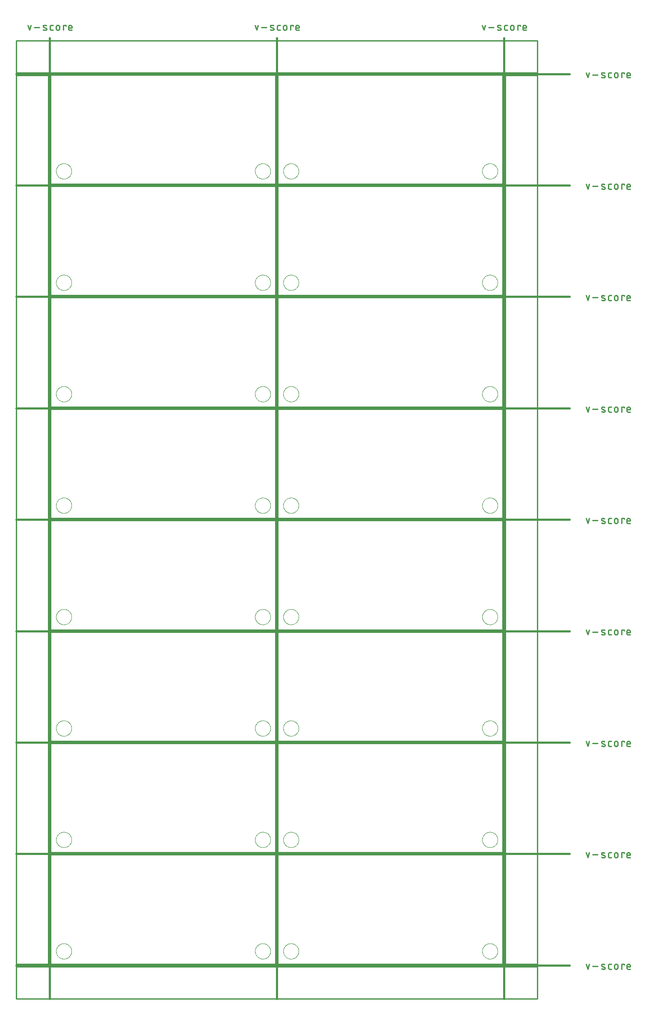
<source format=gko>
G04 EAGLE Gerber RS-274X export*
G75*
%MOMM*%
%FSLAX34Y34*%
%LPD*%
%IN*%
%IPPOS*%
%AMOC8*
5,1,8,0,0,1.08239X$1,22.5*%
G01*
%ADD10C,0.203200*%
%ADD11C,0.381000*%
%ADD12C,0.279400*%
%ADD13C,0.254000*%
%ADD14C,0.000000*%


D10*
X0Y0D02*
X444500Y0D01*
X444500Y215392D01*
X0Y215392D01*
X0Y0D01*
X449580Y0D02*
X894080Y0D01*
X894080Y215392D01*
X449580Y215392D01*
X449580Y0D01*
X444500Y220472D02*
X0Y220472D01*
X444500Y220472D02*
X444500Y435864D01*
X0Y435864D01*
X0Y220472D01*
X449580Y220472D02*
X894080Y220472D01*
X894080Y435864D01*
X449580Y435864D01*
X449580Y220472D01*
X444500Y440944D02*
X0Y440944D01*
X444500Y440944D02*
X444500Y656336D01*
X0Y656336D01*
X0Y440944D01*
X449580Y440944D02*
X894080Y440944D01*
X894080Y656336D01*
X449580Y656336D01*
X449580Y440944D01*
X444500Y661416D02*
X0Y661416D01*
X444500Y661416D02*
X444500Y876808D01*
X0Y876808D01*
X0Y661416D01*
X449580Y661416D02*
X894080Y661416D01*
X894080Y876808D01*
X449580Y876808D01*
X449580Y661416D01*
X444500Y881888D02*
X0Y881888D01*
X444500Y881888D02*
X444500Y1097280D01*
X0Y1097280D01*
X0Y881888D01*
X449580Y881888D02*
X894080Y881888D01*
X894080Y1097280D01*
X449580Y1097280D01*
X449580Y881888D01*
X444500Y1102360D02*
X0Y1102360D01*
X444500Y1102360D02*
X444500Y1317752D01*
X0Y1317752D01*
X0Y1102360D01*
X449580Y1102360D02*
X894080Y1102360D01*
X894080Y1317752D01*
X449580Y1317752D01*
X449580Y1102360D01*
X444500Y1322832D02*
X0Y1322832D01*
X444500Y1322832D02*
X444500Y1538224D01*
X0Y1538224D01*
X0Y1322832D01*
X449580Y1322832D02*
X894080Y1322832D01*
X894080Y1538224D01*
X449580Y1538224D01*
X449580Y1322832D01*
X444500Y1543304D02*
X0Y1543304D01*
X444500Y1543304D02*
X444500Y1758696D01*
X0Y1758696D01*
X0Y1543304D01*
X449580Y1543304D02*
X894080Y1543304D01*
X894080Y1758696D01*
X449580Y1758696D01*
X449580Y1543304D01*
D11*
X-2540Y1832356D02*
X-2540Y-68580D01*
D12*
X-42921Y1847723D02*
X-46251Y1857714D01*
X-39590Y1857714D02*
X-42921Y1847723D01*
X-32806Y1853551D02*
X-22815Y1853551D01*
X-14261Y1853551D02*
X-10098Y1851886D01*
X-14261Y1853550D02*
X-14346Y1853586D01*
X-14429Y1853626D01*
X-14510Y1853669D01*
X-14590Y1853716D01*
X-14667Y1853766D01*
X-14743Y1853819D01*
X-14816Y1853875D01*
X-14886Y1853935D01*
X-14954Y1853997D01*
X-15019Y1854062D01*
X-15081Y1854130D01*
X-15141Y1854201D01*
X-15197Y1854274D01*
X-15250Y1854349D01*
X-15300Y1854427D01*
X-15346Y1854506D01*
X-15389Y1854588D01*
X-15429Y1854671D01*
X-15465Y1854756D01*
X-15497Y1854842D01*
X-15526Y1854930D01*
X-15550Y1855019D01*
X-15571Y1855109D01*
X-15588Y1855199D01*
X-15602Y1855290D01*
X-15611Y1855382D01*
X-15616Y1855474D01*
X-15618Y1855566D01*
X-15616Y1855658D01*
X-15609Y1855750D01*
X-15599Y1855842D01*
X-15585Y1855933D01*
X-15567Y1856024D01*
X-15545Y1856113D01*
X-15519Y1856202D01*
X-15489Y1856289D01*
X-15456Y1856375D01*
X-15419Y1856459D01*
X-15379Y1856542D01*
X-15335Y1856623D01*
X-15288Y1856702D01*
X-15237Y1856779D01*
X-15183Y1856854D01*
X-15126Y1856927D01*
X-15066Y1856997D01*
X-15003Y1857064D01*
X-14937Y1857128D01*
X-14869Y1857190D01*
X-14798Y1857249D01*
X-14724Y1857304D01*
X-14648Y1857357D01*
X-14570Y1857406D01*
X-14490Y1857452D01*
X-14409Y1857494D01*
X-14325Y1857533D01*
X-14240Y1857568D01*
X-14153Y1857599D01*
X-14065Y1857627D01*
X-13976Y1857651D01*
X-13886Y1857671D01*
X-13796Y1857688D01*
X-13704Y1857700D01*
X-13612Y1857709D01*
X-13520Y1857713D01*
X-13428Y1857714D01*
X-13201Y1857708D01*
X-12974Y1857697D01*
X-12747Y1857680D01*
X-12521Y1857657D01*
X-12295Y1857630D01*
X-12070Y1857596D01*
X-11846Y1857558D01*
X-11623Y1857514D01*
X-11401Y1857465D01*
X-11180Y1857410D01*
X-10961Y1857350D01*
X-10743Y1857285D01*
X-10527Y1857214D01*
X-10313Y1857139D01*
X-10100Y1857058D01*
X-9890Y1856972D01*
X-9681Y1856881D01*
X-10098Y1851886D02*
X-10013Y1851850D01*
X-9930Y1851810D01*
X-9849Y1851767D01*
X-9769Y1851720D01*
X-9692Y1851670D01*
X-9616Y1851617D01*
X-9543Y1851561D01*
X-9473Y1851501D01*
X-9405Y1851439D01*
X-9340Y1851374D01*
X-9278Y1851306D01*
X-9218Y1851235D01*
X-9162Y1851162D01*
X-9109Y1851087D01*
X-9059Y1851009D01*
X-9013Y1850930D01*
X-8970Y1850848D01*
X-8930Y1850765D01*
X-8894Y1850680D01*
X-8862Y1850594D01*
X-8833Y1850506D01*
X-8809Y1850417D01*
X-8788Y1850327D01*
X-8771Y1850237D01*
X-8757Y1850146D01*
X-8748Y1850054D01*
X-8743Y1849962D01*
X-8741Y1849870D01*
X-8743Y1849778D01*
X-8750Y1849686D01*
X-8760Y1849594D01*
X-8774Y1849503D01*
X-8792Y1849412D01*
X-8814Y1849323D01*
X-8840Y1849234D01*
X-8870Y1849147D01*
X-8903Y1849061D01*
X-8940Y1848977D01*
X-8980Y1848894D01*
X-9024Y1848813D01*
X-9071Y1848734D01*
X-9122Y1848657D01*
X-9176Y1848582D01*
X-9233Y1848509D01*
X-9293Y1848439D01*
X-9356Y1848372D01*
X-9422Y1848308D01*
X-9490Y1848246D01*
X-9561Y1848187D01*
X-9635Y1848132D01*
X-9711Y1848079D01*
X-9789Y1848030D01*
X-9869Y1847984D01*
X-9950Y1847942D01*
X-10034Y1847903D01*
X-10119Y1847868D01*
X-10206Y1847837D01*
X-10294Y1847809D01*
X-10383Y1847785D01*
X-10473Y1847765D01*
X-10563Y1847748D01*
X-10655Y1847736D01*
X-10747Y1847727D01*
X-10839Y1847723D01*
X-10931Y1847722D01*
X-10931Y1847723D02*
X-11265Y1847732D01*
X-11598Y1847749D01*
X-11931Y1847773D01*
X-12264Y1847806D01*
X-12595Y1847846D01*
X-12926Y1847894D01*
X-13255Y1847950D01*
X-13583Y1848013D01*
X-13909Y1848085D01*
X-14233Y1848164D01*
X-14556Y1848250D01*
X-14876Y1848345D01*
X-15194Y1848447D01*
X-15510Y1848556D01*
X562Y1847723D02*
X3892Y1847723D01*
X562Y1847723D02*
X464Y1847725D01*
X366Y1847731D01*
X268Y1847740D01*
X171Y1847754D01*
X75Y1847771D01*
X-21Y1847792D01*
X-116Y1847817D01*
X-210Y1847845D01*
X-303Y1847877D01*
X-394Y1847913D01*
X-484Y1847952D01*
X-572Y1847995D01*
X-659Y1848042D01*
X-743Y1848091D01*
X-826Y1848144D01*
X-906Y1848200D01*
X-985Y1848259D01*
X-1060Y1848322D01*
X-1134Y1848387D01*
X-1204Y1848455D01*
X-1272Y1848525D01*
X-1338Y1848599D01*
X-1400Y1848675D01*
X-1459Y1848753D01*
X-1515Y1848833D01*
X-1568Y1848916D01*
X-1618Y1849000D01*
X-1664Y1849087D01*
X-1707Y1849175D01*
X-1746Y1849265D01*
X-1782Y1849356D01*
X-1814Y1849449D01*
X-1842Y1849543D01*
X-1867Y1849638D01*
X-1888Y1849734D01*
X-1905Y1849830D01*
X-1919Y1849927D01*
X-1928Y1850025D01*
X-1934Y1850123D01*
X-1936Y1850221D01*
X-1936Y1855216D01*
X-1934Y1855314D01*
X-1928Y1855412D01*
X-1919Y1855510D01*
X-1905Y1855607D01*
X-1888Y1855703D01*
X-1867Y1855799D01*
X-1842Y1855894D01*
X-1814Y1855988D01*
X-1782Y1856081D01*
X-1746Y1856172D01*
X-1707Y1856262D01*
X-1664Y1856350D01*
X-1617Y1856437D01*
X-1568Y1856521D01*
X-1515Y1856604D01*
X-1459Y1856684D01*
X-1400Y1856762D01*
X-1337Y1856838D01*
X-1272Y1856912D01*
X-1204Y1856982D01*
X-1134Y1857050D01*
X-1060Y1857115D01*
X-984Y1857178D01*
X-906Y1857237D01*
X-826Y1857293D01*
X-743Y1857346D01*
X-659Y1857395D01*
X-572Y1857442D01*
X-484Y1857485D01*
X-394Y1857524D01*
X-303Y1857560D01*
X-210Y1857592D01*
X-116Y1857620D01*
X-21Y1857645D01*
X75Y1857666D01*
X171Y1857683D01*
X268Y1857697D01*
X366Y1857706D01*
X464Y1857712D01*
X562Y1857714D01*
X3892Y1857714D01*
X10022Y1854383D02*
X10022Y1851053D01*
X10022Y1854383D02*
X10024Y1854497D01*
X10030Y1854610D01*
X10039Y1854724D01*
X10053Y1854836D01*
X10070Y1854949D01*
X10092Y1855061D01*
X10117Y1855171D01*
X10145Y1855281D01*
X10178Y1855390D01*
X10214Y1855498D01*
X10254Y1855605D01*
X10298Y1855710D01*
X10345Y1855813D01*
X10395Y1855915D01*
X10449Y1856015D01*
X10507Y1856113D01*
X10568Y1856209D01*
X10631Y1856303D01*
X10699Y1856395D01*
X10769Y1856485D01*
X10842Y1856571D01*
X10918Y1856656D01*
X10997Y1856738D01*
X11079Y1856817D01*
X11164Y1856893D01*
X11250Y1856966D01*
X11340Y1857036D01*
X11432Y1857104D01*
X11526Y1857167D01*
X11622Y1857228D01*
X11720Y1857286D01*
X11820Y1857340D01*
X11922Y1857390D01*
X12025Y1857437D01*
X12130Y1857481D01*
X12237Y1857521D01*
X12345Y1857557D01*
X12454Y1857590D01*
X12564Y1857618D01*
X12674Y1857643D01*
X12786Y1857665D01*
X12899Y1857682D01*
X13011Y1857696D01*
X13125Y1857705D01*
X13238Y1857711D01*
X13352Y1857713D01*
X13466Y1857711D01*
X13579Y1857705D01*
X13693Y1857696D01*
X13805Y1857682D01*
X13918Y1857665D01*
X14030Y1857643D01*
X14140Y1857618D01*
X14250Y1857590D01*
X14359Y1857557D01*
X14467Y1857521D01*
X14574Y1857481D01*
X14679Y1857437D01*
X14782Y1857390D01*
X14884Y1857340D01*
X14984Y1857286D01*
X15082Y1857228D01*
X15178Y1857167D01*
X15272Y1857104D01*
X15364Y1857036D01*
X15454Y1856966D01*
X15540Y1856893D01*
X15625Y1856817D01*
X15707Y1856738D01*
X15786Y1856656D01*
X15862Y1856571D01*
X15935Y1856485D01*
X16005Y1856395D01*
X16073Y1856303D01*
X16136Y1856209D01*
X16197Y1856113D01*
X16255Y1856015D01*
X16309Y1855915D01*
X16359Y1855813D01*
X16406Y1855710D01*
X16450Y1855605D01*
X16490Y1855498D01*
X16526Y1855390D01*
X16559Y1855281D01*
X16587Y1855171D01*
X16612Y1855061D01*
X16634Y1854949D01*
X16651Y1854836D01*
X16665Y1854724D01*
X16674Y1854610D01*
X16680Y1854497D01*
X16682Y1854383D01*
X16682Y1851053D01*
X16680Y1850939D01*
X16674Y1850826D01*
X16665Y1850712D01*
X16651Y1850600D01*
X16634Y1850487D01*
X16612Y1850375D01*
X16587Y1850265D01*
X16559Y1850155D01*
X16526Y1850046D01*
X16490Y1849938D01*
X16450Y1849831D01*
X16406Y1849726D01*
X16359Y1849623D01*
X16309Y1849521D01*
X16255Y1849421D01*
X16197Y1849323D01*
X16136Y1849227D01*
X16073Y1849133D01*
X16005Y1849041D01*
X15935Y1848951D01*
X15862Y1848865D01*
X15786Y1848780D01*
X15707Y1848698D01*
X15625Y1848619D01*
X15540Y1848543D01*
X15454Y1848470D01*
X15364Y1848400D01*
X15272Y1848332D01*
X15178Y1848269D01*
X15082Y1848208D01*
X14984Y1848150D01*
X14884Y1848096D01*
X14782Y1848046D01*
X14679Y1847999D01*
X14574Y1847955D01*
X14467Y1847915D01*
X14359Y1847879D01*
X14250Y1847846D01*
X14140Y1847818D01*
X14030Y1847793D01*
X13918Y1847771D01*
X13805Y1847754D01*
X13693Y1847740D01*
X13579Y1847731D01*
X13466Y1847725D01*
X13352Y1847723D01*
X13238Y1847725D01*
X13125Y1847731D01*
X13011Y1847740D01*
X12899Y1847754D01*
X12786Y1847771D01*
X12674Y1847793D01*
X12564Y1847818D01*
X12454Y1847846D01*
X12345Y1847879D01*
X12237Y1847915D01*
X12130Y1847955D01*
X12025Y1847999D01*
X11922Y1848046D01*
X11820Y1848096D01*
X11720Y1848150D01*
X11622Y1848208D01*
X11526Y1848269D01*
X11432Y1848332D01*
X11340Y1848400D01*
X11250Y1848470D01*
X11164Y1848543D01*
X11079Y1848619D01*
X10997Y1848698D01*
X10918Y1848780D01*
X10842Y1848865D01*
X10769Y1848951D01*
X10699Y1849041D01*
X10631Y1849133D01*
X10568Y1849227D01*
X10507Y1849323D01*
X10449Y1849421D01*
X10395Y1849521D01*
X10345Y1849623D01*
X10298Y1849726D01*
X10254Y1849831D01*
X10214Y1849938D01*
X10178Y1850046D01*
X10145Y1850155D01*
X10117Y1850265D01*
X10092Y1850375D01*
X10070Y1850487D01*
X10053Y1850600D01*
X10039Y1850712D01*
X10030Y1850826D01*
X10024Y1850939D01*
X10022Y1851053D01*
X24218Y1847723D02*
X24218Y1857714D01*
X29213Y1857714D01*
X29213Y1856049D01*
X37008Y1847723D02*
X41171Y1847723D01*
X37008Y1847723D02*
X36910Y1847725D01*
X36812Y1847731D01*
X36714Y1847740D01*
X36617Y1847754D01*
X36521Y1847771D01*
X36425Y1847792D01*
X36330Y1847817D01*
X36236Y1847845D01*
X36143Y1847877D01*
X36052Y1847913D01*
X35962Y1847952D01*
X35874Y1847995D01*
X35787Y1848042D01*
X35703Y1848091D01*
X35620Y1848144D01*
X35540Y1848200D01*
X35462Y1848259D01*
X35386Y1848322D01*
X35312Y1848387D01*
X35242Y1848455D01*
X35174Y1848525D01*
X35109Y1848599D01*
X35046Y1848675D01*
X34987Y1848753D01*
X34931Y1848833D01*
X34878Y1848916D01*
X34829Y1849000D01*
X34782Y1849087D01*
X34739Y1849175D01*
X34700Y1849265D01*
X34664Y1849356D01*
X34632Y1849449D01*
X34604Y1849543D01*
X34579Y1849638D01*
X34558Y1849734D01*
X34541Y1849830D01*
X34527Y1849927D01*
X34518Y1850025D01*
X34512Y1850123D01*
X34510Y1850221D01*
X34510Y1854383D01*
X34511Y1854383D02*
X34513Y1854497D01*
X34519Y1854610D01*
X34528Y1854724D01*
X34542Y1854836D01*
X34559Y1854949D01*
X34581Y1855061D01*
X34606Y1855171D01*
X34634Y1855281D01*
X34667Y1855390D01*
X34703Y1855498D01*
X34743Y1855605D01*
X34787Y1855710D01*
X34834Y1855813D01*
X34884Y1855915D01*
X34938Y1856015D01*
X34996Y1856113D01*
X35057Y1856209D01*
X35120Y1856303D01*
X35188Y1856395D01*
X35258Y1856485D01*
X35331Y1856571D01*
X35407Y1856656D01*
X35486Y1856738D01*
X35568Y1856817D01*
X35653Y1856893D01*
X35739Y1856966D01*
X35829Y1857036D01*
X35921Y1857104D01*
X36015Y1857167D01*
X36111Y1857228D01*
X36209Y1857286D01*
X36309Y1857340D01*
X36411Y1857390D01*
X36514Y1857437D01*
X36619Y1857481D01*
X36726Y1857521D01*
X36834Y1857557D01*
X36943Y1857590D01*
X37053Y1857618D01*
X37163Y1857643D01*
X37275Y1857665D01*
X37388Y1857682D01*
X37500Y1857696D01*
X37614Y1857705D01*
X37727Y1857711D01*
X37841Y1857713D01*
X37955Y1857711D01*
X38068Y1857705D01*
X38182Y1857696D01*
X38294Y1857682D01*
X38407Y1857665D01*
X38519Y1857643D01*
X38629Y1857618D01*
X38739Y1857590D01*
X38848Y1857557D01*
X38956Y1857521D01*
X39063Y1857481D01*
X39168Y1857437D01*
X39271Y1857390D01*
X39373Y1857340D01*
X39473Y1857286D01*
X39571Y1857228D01*
X39667Y1857167D01*
X39761Y1857104D01*
X39853Y1857036D01*
X39943Y1856966D01*
X40029Y1856893D01*
X40114Y1856817D01*
X40196Y1856738D01*
X40275Y1856656D01*
X40351Y1856571D01*
X40424Y1856485D01*
X40494Y1856395D01*
X40562Y1856303D01*
X40625Y1856209D01*
X40686Y1856113D01*
X40744Y1856015D01*
X40798Y1855915D01*
X40848Y1855813D01*
X40895Y1855710D01*
X40939Y1855605D01*
X40979Y1855498D01*
X41015Y1855390D01*
X41048Y1855281D01*
X41076Y1855171D01*
X41101Y1855061D01*
X41123Y1854949D01*
X41140Y1854836D01*
X41154Y1854724D01*
X41163Y1854610D01*
X41169Y1854497D01*
X41171Y1854383D01*
X41171Y1852718D01*
X34510Y1852718D01*
D11*
X447040Y1832356D02*
X447040Y-68580D01*
D12*
X406659Y1847723D02*
X403329Y1857714D01*
X409990Y1857714D02*
X406659Y1847723D01*
X416774Y1853551D02*
X426765Y1853551D01*
X435319Y1853551D02*
X439482Y1851886D01*
X435319Y1853550D02*
X435234Y1853586D01*
X435151Y1853626D01*
X435070Y1853669D01*
X434990Y1853716D01*
X434913Y1853766D01*
X434837Y1853819D01*
X434764Y1853875D01*
X434694Y1853935D01*
X434626Y1853997D01*
X434561Y1854062D01*
X434499Y1854130D01*
X434439Y1854201D01*
X434383Y1854274D01*
X434330Y1854349D01*
X434280Y1854427D01*
X434234Y1854506D01*
X434191Y1854588D01*
X434151Y1854671D01*
X434115Y1854756D01*
X434083Y1854842D01*
X434054Y1854930D01*
X434030Y1855019D01*
X434009Y1855109D01*
X433992Y1855199D01*
X433978Y1855290D01*
X433969Y1855382D01*
X433964Y1855474D01*
X433962Y1855566D01*
X433964Y1855658D01*
X433971Y1855750D01*
X433981Y1855842D01*
X433995Y1855933D01*
X434013Y1856024D01*
X434035Y1856113D01*
X434061Y1856202D01*
X434091Y1856289D01*
X434124Y1856375D01*
X434161Y1856459D01*
X434201Y1856542D01*
X434245Y1856623D01*
X434292Y1856702D01*
X434343Y1856779D01*
X434397Y1856854D01*
X434454Y1856927D01*
X434514Y1856997D01*
X434577Y1857064D01*
X434643Y1857128D01*
X434711Y1857190D01*
X434782Y1857249D01*
X434856Y1857304D01*
X434932Y1857357D01*
X435010Y1857406D01*
X435090Y1857452D01*
X435171Y1857494D01*
X435255Y1857533D01*
X435340Y1857568D01*
X435427Y1857599D01*
X435515Y1857627D01*
X435604Y1857651D01*
X435694Y1857671D01*
X435784Y1857688D01*
X435876Y1857700D01*
X435968Y1857709D01*
X436060Y1857713D01*
X436152Y1857714D01*
X436379Y1857708D01*
X436606Y1857697D01*
X436833Y1857680D01*
X437059Y1857657D01*
X437285Y1857630D01*
X437510Y1857596D01*
X437734Y1857558D01*
X437957Y1857514D01*
X438179Y1857465D01*
X438400Y1857410D01*
X438619Y1857350D01*
X438837Y1857285D01*
X439053Y1857214D01*
X439267Y1857139D01*
X439480Y1857058D01*
X439690Y1856972D01*
X439899Y1856881D01*
X439482Y1851886D02*
X439567Y1851850D01*
X439650Y1851810D01*
X439731Y1851767D01*
X439811Y1851720D01*
X439888Y1851670D01*
X439964Y1851617D01*
X440037Y1851561D01*
X440107Y1851501D01*
X440175Y1851439D01*
X440240Y1851374D01*
X440302Y1851306D01*
X440362Y1851235D01*
X440418Y1851162D01*
X440471Y1851087D01*
X440521Y1851009D01*
X440567Y1850930D01*
X440610Y1850848D01*
X440650Y1850765D01*
X440686Y1850680D01*
X440718Y1850594D01*
X440747Y1850506D01*
X440771Y1850417D01*
X440792Y1850327D01*
X440809Y1850237D01*
X440823Y1850146D01*
X440832Y1850054D01*
X440837Y1849962D01*
X440839Y1849870D01*
X440837Y1849778D01*
X440830Y1849686D01*
X440820Y1849594D01*
X440806Y1849503D01*
X440788Y1849412D01*
X440766Y1849323D01*
X440740Y1849234D01*
X440710Y1849147D01*
X440677Y1849061D01*
X440640Y1848977D01*
X440600Y1848894D01*
X440556Y1848813D01*
X440509Y1848734D01*
X440458Y1848657D01*
X440404Y1848582D01*
X440347Y1848509D01*
X440287Y1848439D01*
X440224Y1848372D01*
X440158Y1848308D01*
X440090Y1848246D01*
X440019Y1848187D01*
X439945Y1848132D01*
X439869Y1848079D01*
X439791Y1848030D01*
X439711Y1847984D01*
X439630Y1847942D01*
X439546Y1847903D01*
X439461Y1847868D01*
X439374Y1847837D01*
X439286Y1847809D01*
X439197Y1847785D01*
X439107Y1847765D01*
X439017Y1847748D01*
X438925Y1847736D01*
X438833Y1847727D01*
X438741Y1847723D01*
X438649Y1847722D01*
X438649Y1847723D02*
X438315Y1847732D01*
X437982Y1847749D01*
X437649Y1847773D01*
X437316Y1847806D01*
X436985Y1847846D01*
X436654Y1847894D01*
X436325Y1847950D01*
X435997Y1848013D01*
X435671Y1848085D01*
X435347Y1848164D01*
X435024Y1848250D01*
X434704Y1848345D01*
X434386Y1848447D01*
X434070Y1848556D01*
X450142Y1847723D02*
X453472Y1847723D01*
X450142Y1847723D02*
X450044Y1847725D01*
X449946Y1847731D01*
X449848Y1847740D01*
X449751Y1847754D01*
X449655Y1847771D01*
X449559Y1847792D01*
X449464Y1847817D01*
X449370Y1847845D01*
X449277Y1847877D01*
X449186Y1847913D01*
X449096Y1847952D01*
X449008Y1847995D01*
X448921Y1848042D01*
X448837Y1848091D01*
X448754Y1848144D01*
X448674Y1848200D01*
X448596Y1848259D01*
X448520Y1848322D01*
X448446Y1848387D01*
X448376Y1848455D01*
X448308Y1848525D01*
X448243Y1848599D01*
X448180Y1848675D01*
X448121Y1848753D01*
X448065Y1848833D01*
X448012Y1848916D01*
X447963Y1849000D01*
X447916Y1849087D01*
X447873Y1849175D01*
X447834Y1849265D01*
X447798Y1849356D01*
X447766Y1849449D01*
X447738Y1849543D01*
X447713Y1849638D01*
X447692Y1849734D01*
X447675Y1849830D01*
X447661Y1849927D01*
X447652Y1850025D01*
X447646Y1850123D01*
X447644Y1850221D01*
X447644Y1855216D01*
X447646Y1855314D01*
X447652Y1855412D01*
X447661Y1855510D01*
X447675Y1855607D01*
X447692Y1855703D01*
X447713Y1855799D01*
X447738Y1855894D01*
X447766Y1855988D01*
X447798Y1856081D01*
X447834Y1856172D01*
X447873Y1856262D01*
X447916Y1856350D01*
X447963Y1856437D01*
X448012Y1856521D01*
X448065Y1856604D01*
X448121Y1856684D01*
X448180Y1856763D01*
X448243Y1856838D01*
X448308Y1856912D01*
X448376Y1856982D01*
X448446Y1857050D01*
X448520Y1857116D01*
X448596Y1857178D01*
X448674Y1857237D01*
X448754Y1857293D01*
X448837Y1857346D01*
X448921Y1857396D01*
X449008Y1857442D01*
X449096Y1857485D01*
X449186Y1857524D01*
X449277Y1857560D01*
X449370Y1857592D01*
X449464Y1857620D01*
X449559Y1857645D01*
X449655Y1857666D01*
X449751Y1857683D01*
X449848Y1857697D01*
X449946Y1857706D01*
X450044Y1857712D01*
X450142Y1857714D01*
X453472Y1857714D01*
X459602Y1854383D02*
X459602Y1851053D01*
X459602Y1854383D02*
X459604Y1854497D01*
X459610Y1854610D01*
X459619Y1854724D01*
X459633Y1854836D01*
X459650Y1854949D01*
X459672Y1855061D01*
X459697Y1855171D01*
X459725Y1855281D01*
X459758Y1855390D01*
X459794Y1855498D01*
X459834Y1855605D01*
X459878Y1855710D01*
X459925Y1855813D01*
X459975Y1855915D01*
X460029Y1856015D01*
X460087Y1856113D01*
X460148Y1856209D01*
X460211Y1856303D01*
X460279Y1856395D01*
X460349Y1856485D01*
X460422Y1856571D01*
X460498Y1856656D01*
X460577Y1856738D01*
X460659Y1856817D01*
X460744Y1856893D01*
X460830Y1856966D01*
X460920Y1857036D01*
X461012Y1857104D01*
X461106Y1857167D01*
X461202Y1857228D01*
X461300Y1857286D01*
X461400Y1857340D01*
X461502Y1857390D01*
X461605Y1857437D01*
X461710Y1857481D01*
X461817Y1857521D01*
X461925Y1857557D01*
X462034Y1857590D01*
X462144Y1857618D01*
X462254Y1857643D01*
X462366Y1857665D01*
X462479Y1857682D01*
X462591Y1857696D01*
X462705Y1857705D01*
X462818Y1857711D01*
X462932Y1857713D01*
X463046Y1857711D01*
X463159Y1857705D01*
X463273Y1857696D01*
X463385Y1857682D01*
X463498Y1857665D01*
X463610Y1857643D01*
X463720Y1857618D01*
X463830Y1857590D01*
X463939Y1857557D01*
X464047Y1857521D01*
X464154Y1857481D01*
X464259Y1857437D01*
X464362Y1857390D01*
X464464Y1857340D01*
X464564Y1857286D01*
X464662Y1857228D01*
X464758Y1857167D01*
X464852Y1857104D01*
X464944Y1857036D01*
X465034Y1856966D01*
X465120Y1856893D01*
X465205Y1856817D01*
X465287Y1856738D01*
X465366Y1856656D01*
X465442Y1856571D01*
X465515Y1856485D01*
X465585Y1856395D01*
X465653Y1856303D01*
X465716Y1856209D01*
X465777Y1856113D01*
X465835Y1856015D01*
X465889Y1855915D01*
X465939Y1855813D01*
X465986Y1855710D01*
X466030Y1855605D01*
X466070Y1855498D01*
X466106Y1855390D01*
X466139Y1855281D01*
X466167Y1855171D01*
X466192Y1855061D01*
X466214Y1854949D01*
X466231Y1854836D01*
X466245Y1854724D01*
X466254Y1854610D01*
X466260Y1854497D01*
X466262Y1854383D01*
X466262Y1851053D01*
X466260Y1850939D01*
X466254Y1850826D01*
X466245Y1850712D01*
X466231Y1850600D01*
X466214Y1850487D01*
X466192Y1850375D01*
X466167Y1850265D01*
X466139Y1850155D01*
X466106Y1850046D01*
X466070Y1849938D01*
X466030Y1849831D01*
X465986Y1849726D01*
X465939Y1849623D01*
X465889Y1849521D01*
X465835Y1849421D01*
X465777Y1849323D01*
X465716Y1849227D01*
X465653Y1849133D01*
X465585Y1849041D01*
X465515Y1848951D01*
X465442Y1848865D01*
X465366Y1848780D01*
X465287Y1848698D01*
X465205Y1848619D01*
X465120Y1848543D01*
X465034Y1848470D01*
X464944Y1848400D01*
X464852Y1848332D01*
X464758Y1848269D01*
X464662Y1848208D01*
X464564Y1848150D01*
X464464Y1848096D01*
X464362Y1848046D01*
X464259Y1847999D01*
X464154Y1847955D01*
X464047Y1847915D01*
X463939Y1847879D01*
X463830Y1847846D01*
X463720Y1847818D01*
X463610Y1847793D01*
X463498Y1847771D01*
X463385Y1847754D01*
X463273Y1847740D01*
X463159Y1847731D01*
X463046Y1847725D01*
X462932Y1847723D01*
X462818Y1847725D01*
X462705Y1847731D01*
X462591Y1847740D01*
X462479Y1847754D01*
X462366Y1847771D01*
X462254Y1847793D01*
X462144Y1847818D01*
X462034Y1847846D01*
X461925Y1847879D01*
X461817Y1847915D01*
X461710Y1847955D01*
X461605Y1847999D01*
X461502Y1848046D01*
X461400Y1848096D01*
X461300Y1848150D01*
X461202Y1848208D01*
X461106Y1848269D01*
X461012Y1848332D01*
X460920Y1848400D01*
X460830Y1848470D01*
X460744Y1848543D01*
X460659Y1848619D01*
X460577Y1848698D01*
X460498Y1848780D01*
X460422Y1848865D01*
X460349Y1848951D01*
X460279Y1849041D01*
X460211Y1849133D01*
X460148Y1849227D01*
X460087Y1849323D01*
X460029Y1849421D01*
X459975Y1849521D01*
X459925Y1849623D01*
X459878Y1849726D01*
X459834Y1849831D01*
X459794Y1849938D01*
X459758Y1850046D01*
X459725Y1850155D01*
X459697Y1850265D01*
X459672Y1850375D01*
X459650Y1850487D01*
X459633Y1850600D01*
X459619Y1850712D01*
X459610Y1850826D01*
X459604Y1850939D01*
X459602Y1851053D01*
X473798Y1847723D02*
X473798Y1857714D01*
X478793Y1857714D01*
X478793Y1856049D01*
X486588Y1847723D02*
X490751Y1847723D01*
X486588Y1847723D02*
X486490Y1847725D01*
X486392Y1847731D01*
X486294Y1847740D01*
X486197Y1847754D01*
X486101Y1847771D01*
X486005Y1847792D01*
X485910Y1847817D01*
X485816Y1847845D01*
X485723Y1847877D01*
X485632Y1847913D01*
X485542Y1847952D01*
X485454Y1847995D01*
X485367Y1848042D01*
X485283Y1848091D01*
X485200Y1848144D01*
X485120Y1848200D01*
X485042Y1848259D01*
X484966Y1848322D01*
X484892Y1848387D01*
X484822Y1848455D01*
X484754Y1848525D01*
X484689Y1848599D01*
X484626Y1848675D01*
X484567Y1848753D01*
X484511Y1848833D01*
X484458Y1848916D01*
X484409Y1849000D01*
X484362Y1849087D01*
X484319Y1849175D01*
X484280Y1849265D01*
X484244Y1849356D01*
X484212Y1849449D01*
X484184Y1849543D01*
X484159Y1849638D01*
X484138Y1849734D01*
X484121Y1849830D01*
X484107Y1849927D01*
X484098Y1850025D01*
X484092Y1850123D01*
X484090Y1850221D01*
X484090Y1854383D01*
X484091Y1854383D02*
X484093Y1854497D01*
X484099Y1854610D01*
X484108Y1854724D01*
X484122Y1854836D01*
X484139Y1854949D01*
X484161Y1855061D01*
X484186Y1855171D01*
X484214Y1855281D01*
X484247Y1855390D01*
X484283Y1855498D01*
X484323Y1855605D01*
X484367Y1855710D01*
X484414Y1855813D01*
X484464Y1855915D01*
X484518Y1856015D01*
X484576Y1856113D01*
X484637Y1856209D01*
X484700Y1856303D01*
X484768Y1856395D01*
X484838Y1856485D01*
X484911Y1856571D01*
X484987Y1856656D01*
X485066Y1856738D01*
X485148Y1856817D01*
X485233Y1856893D01*
X485319Y1856966D01*
X485409Y1857036D01*
X485501Y1857104D01*
X485595Y1857167D01*
X485691Y1857228D01*
X485789Y1857286D01*
X485889Y1857340D01*
X485991Y1857390D01*
X486094Y1857437D01*
X486199Y1857481D01*
X486306Y1857521D01*
X486414Y1857557D01*
X486523Y1857590D01*
X486633Y1857618D01*
X486743Y1857643D01*
X486855Y1857665D01*
X486968Y1857682D01*
X487080Y1857696D01*
X487194Y1857705D01*
X487307Y1857711D01*
X487421Y1857713D01*
X487535Y1857711D01*
X487648Y1857705D01*
X487762Y1857696D01*
X487874Y1857682D01*
X487987Y1857665D01*
X488099Y1857643D01*
X488209Y1857618D01*
X488319Y1857590D01*
X488428Y1857557D01*
X488536Y1857521D01*
X488643Y1857481D01*
X488748Y1857437D01*
X488851Y1857390D01*
X488953Y1857340D01*
X489053Y1857286D01*
X489151Y1857228D01*
X489247Y1857167D01*
X489341Y1857104D01*
X489433Y1857036D01*
X489523Y1856966D01*
X489609Y1856893D01*
X489694Y1856817D01*
X489776Y1856738D01*
X489855Y1856656D01*
X489931Y1856571D01*
X490004Y1856485D01*
X490074Y1856395D01*
X490142Y1856303D01*
X490205Y1856209D01*
X490266Y1856113D01*
X490324Y1856015D01*
X490378Y1855915D01*
X490428Y1855813D01*
X490475Y1855710D01*
X490519Y1855605D01*
X490559Y1855498D01*
X490595Y1855390D01*
X490628Y1855281D01*
X490656Y1855171D01*
X490681Y1855061D01*
X490703Y1854949D01*
X490720Y1854836D01*
X490734Y1854724D01*
X490743Y1854610D01*
X490749Y1854497D01*
X490751Y1854383D01*
X490751Y1852718D01*
X484090Y1852718D01*
D11*
X896620Y1832356D02*
X896620Y-68580D01*
D12*
X856239Y1847723D02*
X852909Y1857714D01*
X859570Y1857714D02*
X856239Y1847723D01*
X866354Y1853551D02*
X876345Y1853551D01*
X884899Y1853551D02*
X889062Y1851886D01*
X884899Y1853550D02*
X884814Y1853586D01*
X884731Y1853626D01*
X884650Y1853669D01*
X884570Y1853716D01*
X884493Y1853766D01*
X884417Y1853819D01*
X884344Y1853875D01*
X884274Y1853935D01*
X884206Y1853997D01*
X884141Y1854062D01*
X884079Y1854130D01*
X884019Y1854201D01*
X883963Y1854274D01*
X883910Y1854349D01*
X883860Y1854427D01*
X883814Y1854506D01*
X883771Y1854588D01*
X883731Y1854671D01*
X883695Y1854756D01*
X883663Y1854842D01*
X883634Y1854930D01*
X883610Y1855019D01*
X883589Y1855109D01*
X883572Y1855199D01*
X883558Y1855290D01*
X883549Y1855382D01*
X883544Y1855474D01*
X883542Y1855566D01*
X883544Y1855658D01*
X883551Y1855750D01*
X883561Y1855842D01*
X883575Y1855933D01*
X883593Y1856024D01*
X883615Y1856113D01*
X883641Y1856202D01*
X883671Y1856289D01*
X883704Y1856375D01*
X883741Y1856459D01*
X883781Y1856542D01*
X883825Y1856623D01*
X883872Y1856702D01*
X883923Y1856779D01*
X883977Y1856854D01*
X884034Y1856927D01*
X884094Y1856997D01*
X884157Y1857064D01*
X884223Y1857128D01*
X884291Y1857190D01*
X884362Y1857249D01*
X884436Y1857304D01*
X884512Y1857357D01*
X884590Y1857406D01*
X884670Y1857452D01*
X884751Y1857494D01*
X884835Y1857533D01*
X884920Y1857568D01*
X885007Y1857599D01*
X885095Y1857627D01*
X885184Y1857651D01*
X885274Y1857671D01*
X885364Y1857688D01*
X885456Y1857700D01*
X885548Y1857709D01*
X885640Y1857713D01*
X885732Y1857714D01*
X885959Y1857708D01*
X886186Y1857697D01*
X886413Y1857680D01*
X886639Y1857657D01*
X886865Y1857630D01*
X887090Y1857596D01*
X887314Y1857558D01*
X887537Y1857514D01*
X887759Y1857465D01*
X887980Y1857410D01*
X888199Y1857350D01*
X888417Y1857285D01*
X888633Y1857214D01*
X888847Y1857139D01*
X889060Y1857058D01*
X889270Y1856972D01*
X889479Y1856881D01*
X889062Y1851886D02*
X889147Y1851850D01*
X889230Y1851810D01*
X889311Y1851767D01*
X889391Y1851720D01*
X889468Y1851670D01*
X889544Y1851617D01*
X889617Y1851561D01*
X889687Y1851501D01*
X889755Y1851439D01*
X889820Y1851374D01*
X889882Y1851306D01*
X889942Y1851235D01*
X889998Y1851162D01*
X890051Y1851087D01*
X890101Y1851009D01*
X890147Y1850930D01*
X890190Y1850848D01*
X890230Y1850765D01*
X890266Y1850680D01*
X890298Y1850594D01*
X890327Y1850506D01*
X890351Y1850417D01*
X890372Y1850327D01*
X890389Y1850237D01*
X890403Y1850146D01*
X890412Y1850054D01*
X890417Y1849962D01*
X890419Y1849870D01*
X890417Y1849778D01*
X890410Y1849686D01*
X890400Y1849594D01*
X890386Y1849503D01*
X890368Y1849412D01*
X890346Y1849323D01*
X890320Y1849234D01*
X890290Y1849147D01*
X890257Y1849061D01*
X890220Y1848977D01*
X890180Y1848894D01*
X890136Y1848813D01*
X890089Y1848734D01*
X890038Y1848657D01*
X889984Y1848582D01*
X889927Y1848509D01*
X889867Y1848439D01*
X889804Y1848372D01*
X889738Y1848308D01*
X889670Y1848246D01*
X889599Y1848187D01*
X889525Y1848132D01*
X889449Y1848079D01*
X889371Y1848030D01*
X889291Y1847984D01*
X889210Y1847942D01*
X889126Y1847903D01*
X889041Y1847868D01*
X888954Y1847837D01*
X888866Y1847809D01*
X888777Y1847785D01*
X888687Y1847765D01*
X888597Y1847748D01*
X888505Y1847736D01*
X888413Y1847727D01*
X888321Y1847723D01*
X888229Y1847722D01*
X888229Y1847723D02*
X887895Y1847732D01*
X887562Y1847749D01*
X887229Y1847773D01*
X886896Y1847806D01*
X886565Y1847846D01*
X886234Y1847894D01*
X885905Y1847950D01*
X885577Y1848013D01*
X885251Y1848085D01*
X884927Y1848164D01*
X884604Y1848250D01*
X884284Y1848345D01*
X883966Y1848447D01*
X883650Y1848556D01*
X899722Y1847723D02*
X903052Y1847723D01*
X899722Y1847723D02*
X899624Y1847725D01*
X899526Y1847731D01*
X899428Y1847740D01*
X899331Y1847754D01*
X899235Y1847771D01*
X899139Y1847792D01*
X899044Y1847817D01*
X898950Y1847845D01*
X898857Y1847877D01*
X898766Y1847913D01*
X898676Y1847952D01*
X898588Y1847995D01*
X898501Y1848042D01*
X898417Y1848091D01*
X898334Y1848144D01*
X898254Y1848200D01*
X898176Y1848259D01*
X898100Y1848322D01*
X898026Y1848387D01*
X897956Y1848455D01*
X897888Y1848525D01*
X897823Y1848599D01*
X897760Y1848675D01*
X897701Y1848753D01*
X897645Y1848833D01*
X897592Y1848916D01*
X897543Y1849000D01*
X897496Y1849087D01*
X897453Y1849175D01*
X897414Y1849265D01*
X897378Y1849356D01*
X897346Y1849449D01*
X897318Y1849543D01*
X897293Y1849638D01*
X897272Y1849734D01*
X897255Y1849830D01*
X897241Y1849927D01*
X897232Y1850025D01*
X897226Y1850123D01*
X897224Y1850221D01*
X897224Y1855216D01*
X897226Y1855314D01*
X897232Y1855412D01*
X897241Y1855510D01*
X897255Y1855607D01*
X897272Y1855703D01*
X897293Y1855799D01*
X897318Y1855894D01*
X897346Y1855988D01*
X897378Y1856081D01*
X897414Y1856172D01*
X897453Y1856262D01*
X897496Y1856350D01*
X897543Y1856437D01*
X897592Y1856521D01*
X897645Y1856604D01*
X897701Y1856684D01*
X897760Y1856763D01*
X897823Y1856838D01*
X897888Y1856912D01*
X897956Y1856982D01*
X898026Y1857050D01*
X898100Y1857116D01*
X898176Y1857178D01*
X898254Y1857237D01*
X898334Y1857293D01*
X898417Y1857346D01*
X898501Y1857396D01*
X898588Y1857442D01*
X898676Y1857485D01*
X898766Y1857524D01*
X898857Y1857560D01*
X898950Y1857592D01*
X899044Y1857620D01*
X899139Y1857645D01*
X899235Y1857666D01*
X899331Y1857683D01*
X899428Y1857697D01*
X899526Y1857706D01*
X899624Y1857712D01*
X899722Y1857714D01*
X903052Y1857714D01*
X909182Y1854383D02*
X909182Y1851053D01*
X909182Y1854383D02*
X909184Y1854497D01*
X909190Y1854610D01*
X909199Y1854724D01*
X909213Y1854836D01*
X909230Y1854949D01*
X909252Y1855061D01*
X909277Y1855171D01*
X909305Y1855281D01*
X909338Y1855390D01*
X909374Y1855498D01*
X909414Y1855605D01*
X909458Y1855710D01*
X909505Y1855813D01*
X909555Y1855915D01*
X909609Y1856015D01*
X909667Y1856113D01*
X909728Y1856209D01*
X909791Y1856303D01*
X909859Y1856395D01*
X909929Y1856485D01*
X910002Y1856571D01*
X910078Y1856656D01*
X910157Y1856738D01*
X910239Y1856817D01*
X910324Y1856893D01*
X910410Y1856966D01*
X910500Y1857036D01*
X910592Y1857104D01*
X910686Y1857167D01*
X910782Y1857228D01*
X910880Y1857286D01*
X910980Y1857340D01*
X911082Y1857390D01*
X911185Y1857437D01*
X911290Y1857481D01*
X911397Y1857521D01*
X911505Y1857557D01*
X911614Y1857590D01*
X911724Y1857618D01*
X911834Y1857643D01*
X911946Y1857665D01*
X912059Y1857682D01*
X912171Y1857696D01*
X912285Y1857705D01*
X912398Y1857711D01*
X912512Y1857713D01*
X912626Y1857711D01*
X912739Y1857705D01*
X912853Y1857696D01*
X912965Y1857682D01*
X913078Y1857665D01*
X913190Y1857643D01*
X913300Y1857618D01*
X913410Y1857590D01*
X913519Y1857557D01*
X913627Y1857521D01*
X913734Y1857481D01*
X913839Y1857437D01*
X913942Y1857390D01*
X914044Y1857340D01*
X914144Y1857286D01*
X914242Y1857228D01*
X914338Y1857167D01*
X914432Y1857104D01*
X914524Y1857036D01*
X914614Y1856966D01*
X914700Y1856893D01*
X914785Y1856817D01*
X914867Y1856738D01*
X914946Y1856656D01*
X915022Y1856571D01*
X915095Y1856485D01*
X915165Y1856395D01*
X915233Y1856303D01*
X915296Y1856209D01*
X915357Y1856113D01*
X915415Y1856015D01*
X915469Y1855915D01*
X915519Y1855813D01*
X915566Y1855710D01*
X915610Y1855605D01*
X915650Y1855498D01*
X915686Y1855390D01*
X915719Y1855281D01*
X915747Y1855171D01*
X915772Y1855061D01*
X915794Y1854949D01*
X915811Y1854836D01*
X915825Y1854724D01*
X915834Y1854610D01*
X915840Y1854497D01*
X915842Y1854383D01*
X915842Y1851053D01*
X915840Y1850939D01*
X915834Y1850826D01*
X915825Y1850712D01*
X915811Y1850600D01*
X915794Y1850487D01*
X915772Y1850375D01*
X915747Y1850265D01*
X915719Y1850155D01*
X915686Y1850046D01*
X915650Y1849938D01*
X915610Y1849831D01*
X915566Y1849726D01*
X915519Y1849623D01*
X915469Y1849521D01*
X915415Y1849421D01*
X915357Y1849323D01*
X915296Y1849227D01*
X915233Y1849133D01*
X915165Y1849041D01*
X915095Y1848951D01*
X915022Y1848865D01*
X914946Y1848780D01*
X914867Y1848698D01*
X914785Y1848619D01*
X914700Y1848543D01*
X914614Y1848470D01*
X914524Y1848400D01*
X914432Y1848332D01*
X914338Y1848269D01*
X914242Y1848208D01*
X914144Y1848150D01*
X914044Y1848096D01*
X913942Y1848046D01*
X913839Y1847999D01*
X913734Y1847955D01*
X913627Y1847915D01*
X913519Y1847879D01*
X913410Y1847846D01*
X913300Y1847818D01*
X913190Y1847793D01*
X913078Y1847771D01*
X912965Y1847754D01*
X912853Y1847740D01*
X912739Y1847731D01*
X912626Y1847725D01*
X912512Y1847723D01*
X912398Y1847725D01*
X912285Y1847731D01*
X912171Y1847740D01*
X912059Y1847754D01*
X911946Y1847771D01*
X911834Y1847793D01*
X911724Y1847818D01*
X911614Y1847846D01*
X911505Y1847879D01*
X911397Y1847915D01*
X911290Y1847955D01*
X911185Y1847999D01*
X911082Y1848046D01*
X910980Y1848096D01*
X910880Y1848150D01*
X910782Y1848208D01*
X910686Y1848269D01*
X910592Y1848332D01*
X910500Y1848400D01*
X910410Y1848470D01*
X910324Y1848543D01*
X910239Y1848619D01*
X910157Y1848698D01*
X910078Y1848780D01*
X910002Y1848865D01*
X909929Y1848951D01*
X909859Y1849041D01*
X909791Y1849133D01*
X909728Y1849227D01*
X909667Y1849323D01*
X909609Y1849421D01*
X909555Y1849521D01*
X909505Y1849623D01*
X909458Y1849726D01*
X909414Y1849831D01*
X909374Y1849938D01*
X909338Y1850046D01*
X909305Y1850155D01*
X909277Y1850265D01*
X909252Y1850375D01*
X909230Y1850487D01*
X909213Y1850600D01*
X909199Y1850712D01*
X909190Y1850826D01*
X909184Y1850939D01*
X909182Y1851053D01*
X923378Y1847723D02*
X923378Y1857714D01*
X928373Y1857714D01*
X928373Y1856049D01*
X936168Y1847723D02*
X940331Y1847723D01*
X936168Y1847723D02*
X936070Y1847725D01*
X935972Y1847731D01*
X935874Y1847740D01*
X935777Y1847754D01*
X935681Y1847771D01*
X935585Y1847792D01*
X935490Y1847817D01*
X935396Y1847845D01*
X935303Y1847877D01*
X935212Y1847913D01*
X935122Y1847952D01*
X935034Y1847995D01*
X934947Y1848042D01*
X934863Y1848091D01*
X934780Y1848144D01*
X934700Y1848200D01*
X934622Y1848259D01*
X934546Y1848322D01*
X934472Y1848387D01*
X934402Y1848455D01*
X934334Y1848525D01*
X934269Y1848599D01*
X934206Y1848675D01*
X934147Y1848753D01*
X934091Y1848833D01*
X934038Y1848916D01*
X933989Y1849000D01*
X933942Y1849087D01*
X933899Y1849175D01*
X933860Y1849265D01*
X933824Y1849356D01*
X933792Y1849449D01*
X933764Y1849543D01*
X933739Y1849638D01*
X933718Y1849734D01*
X933701Y1849830D01*
X933687Y1849927D01*
X933678Y1850025D01*
X933672Y1850123D01*
X933670Y1850221D01*
X933670Y1854383D01*
X933671Y1854383D02*
X933673Y1854497D01*
X933679Y1854610D01*
X933688Y1854724D01*
X933702Y1854836D01*
X933719Y1854949D01*
X933741Y1855061D01*
X933766Y1855171D01*
X933794Y1855281D01*
X933827Y1855390D01*
X933863Y1855498D01*
X933903Y1855605D01*
X933947Y1855710D01*
X933994Y1855813D01*
X934044Y1855915D01*
X934098Y1856015D01*
X934156Y1856113D01*
X934217Y1856209D01*
X934280Y1856303D01*
X934348Y1856395D01*
X934418Y1856485D01*
X934491Y1856571D01*
X934567Y1856656D01*
X934646Y1856738D01*
X934728Y1856817D01*
X934813Y1856893D01*
X934899Y1856966D01*
X934989Y1857036D01*
X935081Y1857104D01*
X935175Y1857167D01*
X935271Y1857228D01*
X935369Y1857286D01*
X935469Y1857340D01*
X935571Y1857390D01*
X935674Y1857437D01*
X935779Y1857481D01*
X935886Y1857521D01*
X935994Y1857557D01*
X936103Y1857590D01*
X936213Y1857618D01*
X936323Y1857643D01*
X936435Y1857665D01*
X936548Y1857682D01*
X936660Y1857696D01*
X936774Y1857705D01*
X936887Y1857711D01*
X937001Y1857713D01*
X937115Y1857711D01*
X937228Y1857705D01*
X937342Y1857696D01*
X937454Y1857682D01*
X937567Y1857665D01*
X937679Y1857643D01*
X937789Y1857618D01*
X937899Y1857590D01*
X938008Y1857557D01*
X938116Y1857521D01*
X938223Y1857481D01*
X938328Y1857437D01*
X938431Y1857390D01*
X938533Y1857340D01*
X938633Y1857286D01*
X938731Y1857228D01*
X938827Y1857167D01*
X938921Y1857104D01*
X939013Y1857036D01*
X939103Y1856966D01*
X939189Y1856893D01*
X939274Y1856817D01*
X939356Y1856738D01*
X939435Y1856656D01*
X939511Y1856571D01*
X939584Y1856485D01*
X939654Y1856395D01*
X939722Y1856303D01*
X939785Y1856209D01*
X939846Y1856113D01*
X939904Y1856015D01*
X939958Y1855915D01*
X940008Y1855813D01*
X940055Y1855710D01*
X940099Y1855605D01*
X940139Y1855498D01*
X940175Y1855390D01*
X940208Y1855281D01*
X940236Y1855171D01*
X940261Y1855061D01*
X940283Y1854949D01*
X940300Y1854836D01*
X940314Y1854724D01*
X940323Y1854610D01*
X940329Y1854497D01*
X940331Y1854383D01*
X940331Y1852718D01*
X933670Y1852718D01*
D11*
X1026160Y-2540D02*
X-68580Y-2540D01*
D12*
X1058649Y-42D02*
X1061979Y-10033D01*
X1065310Y-42D01*
X1072094Y-4205D02*
X1082085Y-4205D01*
X1090639Y-4205D02*
X1094802Y-5870D01*
X1090639Y-4206D02*
X1090554Y-4170D01*
X1090471Y-4130D01*
X1090390Y-4087D01*
X1090310Y-4040D01*
X1090233Y-3990D01*
X1090157Y-3937D01*
X1090084Y-3881D01*
X1090014Y-3821D01*
X1089946Y-3759D01*
X1089881Y-3694D01*
X1089819Y-3626D01*
X1089759Y-3555D01*
X1089703Y-3482D01*
X1089650Y-3407D01*
X1089600Y-3329D01*
X1089554Y-3250D01*
X1089511Y-3168D01*
X1089471Y-3085D01*
X1089435Y-3000D01*
X1089403Y-2914D01*
X1089374Y-2826D01*
X1089350Y-2737D01*
X1089329Y-2647D01*
X1089312Y-2557D01*
X1089298Y-2466D01*
X1089289Y-2374D01*
X1089284Y-2282D01*
X1089282Y-2190D01*
X1089284Y-2098D01*
X1089291Y-2006D01*
X1089301Y-1914D01*
X1089315Y-1823D01*
X1089333Y-1732D01*
X1089355Y-1643D01*
X1089381Y-1554D01*
X1089411Y-1467D01*
X1089444Y-1381D01*
X1089481Y-1297D01*
X1089521Y-1214D01*
X1089565Y-1133D01*
X1089612Y-1054D01*
X1089663Y-977D01*
X1089717Y-902D01*
X1089774Y-829D01*
X1089834Y-759D01*
X1089897Y-692D01*
X1089963Y-628D01*
X1090031Y-566D01*
X1090102Y-507D01*
X1090176Y-452D01*
X1090252Y-399D01*
X1090330Y-350D01*
X1090410Y-304D01*
X1090491Y-262D01*
X1090575Y-223D01*
X1090660Y-188D01*
X1090747Y-157D01*
X1090835Y-129D01*
X1090924Y-105D01*
X1091014Y-85D01*
X1091104Y-68D01*
X1091196Y-56D01*
X1091288Y-47D01*
X1091380Y-43D01*
X1091472Y-42D01*
X1091699Y-48D01*
X1091926Y-59D01*
X1092153Y-76D01*
X1092379Y-99D01*
X1092605Y-126D01*
X1092830Y-160D01*
X1093054Y-198D01*
X1093277Y-242D01*
X1093499Y-291D01*
X1093720Y-346D01*
X1093939Y-406D01*
X1094157Y-471D01*
X1094373Y-542D01*
X1094587Y-617D01*
X1094800Y-698D01*
X1095010Y-784D01*
X1095219Y-875D01*
X1094802Y-5870D02*
X1094887Y-5906D01*
X1094970Y-5946D01*
X1095051Y-5989D01*
X1095131Y-6036D01*
X1095208Y-6086D01*
X1095284Y-6139D01*
X1095357Y-6195D01*
X1095427Y-6255D01*
X1095495Y-6317D01*
X1095560Y-6382D01*
X1095622Y-6450D01*
X1095682Y-6521D01*
X1095738Y-6594D01*
X1095791Y-6669D01*
X1095841Y-6747D01*
X1095887Y-6826D01*
X1095930Y-6908D01*
X1095970Y-6991D01*
X1096006Y-7076D01*
X1096038Y-7162D01*
X1096067Y-7250D01*
X1096091Y-7339D01*
X1096112Y-7429D01*
X1096129Y-7519D01*
X1096143Y-7610D01*
X1096152Y-7702D01*
X1096157Y-7794D01*
X1096159Y-7886D01*
X1096157Y-7978D01*
X1096150Y-8070D01*
X1096140Y-8162D01*
X1096126Y-8253D01*
X1096108Y-8344D01*
X1096086Y-8433D01*
X1096060Y-8522D01*
X1096030Y-8609D01*
X1095997Y-8695D01*
X1095960Y-8779D01*
X1095920Y-8862D01*
X1095876Y-8943D01*
X1095829Y-9022D01*
X1095778Y-9099D01*
X1095724Y-9174D01*
X1095667Y-9247D01*
X1095607Y-9317D01*
X1095544Y-9384D01*
X1095478Y-9448D01*
X1095410Y-9510D01*
X1095339Y-9569D01*
X1095265Y-9624D01*
X1095189Y-9677D01*
X1095111Y-9726D01*
X1095031Y-9772D01*
X1094950Y-9814D01*
X1094866Y-9853D01*
X1094781Y-9888D01*
X1094694Y-9919D01*
X1094606Y-9947D01*
X1094517Y-9971D01*
X1094427Y-9991D01*
X1094337Y-10008D01*
X1094245Y-10020D01*
X1094153Y-10029D01*
X1094061Y-10033D01*
X1093969Y-10034D01*
X1093969Y-10033D02*
X1093635Y-10024D01*
X1093302Y-10007D01*
X1092969Y-9983D01*
X1092636Y-9950D01*
X1092305Y-9910D01*
X1091974Y-9862D01*
X1091645Y-9806D01*
X1091317Y-9743D01*
X1090991Y-9671D01*
X1090667Y-9592D01*
X1090344Y-9506D01*
X1090024Y-9411D01*
X1089706Y-9309D01*
X1089390Y-9200D01*
X1105462Y-10033D02*
X1108792Y-10033D01*
X1105462Y-10033D02*
X1105364Y-10031D01*
X1105266Y-10025D01*
X1105168Y-10016D01*
X1105071Y-10002D01*
X1104975Y-9985D01*
X1104879Y-9964D01*
X1104784Y-9939D01*
X1104690Y-9911D01*
X1104597Y-9879D01*
X1104506Y-9843D01*
X1104416Y-9804D01*
X1104328Y-9761D01*
X1104241Y-9714D01*
X1104157Y-9665D01*
X1104074Y-9612D01*
X1103994Y-9556D01*
X1103916Y-9497D01*
X1103840Y-9435D01*
X1103766Y-9369D01*
X1103696Y-9301D01*
X1103628Y-9231D01*
X1103563Y-9157D01*
X1103500Y-9082D01*
X1103441Y-9003D01*
X1103385Y-8923D01*
X1103332Y-8840D01*
X1103283Y-8756D01*
X1103236Y-8669D01*
X1103193Y-8581D01*
X1103154Y-8491D01*
X1103118Y-8400D01*
X1103086Y-8307D01*
X1103058Y-8213D01*
X1103033Y-8118D01*
X1103012Y-8022D01*
X1102995Y-7926D01*
X1102981Y-7829D01*
X1102972Y-7731D01*
X1102966Y-7633D01*
X1102964Y-7535D01*
X1102964Y-2540D01*
X1102966Y-2442D01*
X1102972Y-2344D01*
X1102981Y-2246D01*
X1102995Y-2149D01*
X1103012Y-2053D01*
X1103033Y-1957D01*
X1103058Y-1862D01*
X1103086Y-1768D01*
X1103118Y-1675D01*
X1103154Y-1584D01*
X1103193Y-1494D01*
X1103236Y-1406D01*
X1103283Y-1319D01*
X1103332Y-1235D01*
X1103385Y-1152D01*
X1103441Y-1072D01*
X1103500Y-994D01*
X1103563Y-918D01*
X1103628Y-844D01*
X1103696Y-774D01*
X1103766Y-706D01*
X1103840Y-641D01*
X1103916Y-578D01*
X1103994Y-519D01*
X1104074Y-463D01*
X1104157Y-410D01*
X1104241Y-361D01*
X1104328Y-314D01*
X1104416Y-271D01*
X1104506Y-232D01*
X1104597Y-196D01*
X1104690Y-164D01*
X1104784Y-136D01*
X1104879Y-111D01*
X1104975Y-90D01*
X1105071Y-73D01*
X1105168Y-59D01*
X1105266Y-50D01*
X1105364Y-44D01*
X1105462Y-42D01*
X1108792Y-42D01*
X1114922Y-3373D02*
X1114922Y-6703D01*
X1114922Y-3373D02*
X1114924Y-3259D01*
X1114930Y-3146D01*
X1114939Y-3032D01*
X1114953Y-2920D01*
X1114970Y-2807D01*
X1114992Y-2695D01*
X1115017Y-2585D01*
X1115045Y-2475D01*
X1115078Y-2366D01*
X1115114Y-2258D01*
X1115154Y-2151D01*
X1115198Y-2046D01*
X1115245Y-1943D01*
X1115295Y-1841D01*
X1115349Y-1741D01*
X1115407Y-1643D01*
X1115468Y-1547D01*
X1115531Y-1453D01*
X1115599Y-1361D01*
X1115669Y-1271D01*
X1115742Y-1185D01*
X1115818Y-1100D01*
X1115897Y-1018D01*
X1115979Y-939D01*
X1116064Y-863D01*
X1116150Y-790D01*
X1116240Y-720D01*
X1116332Y-652D01*
X1116426Y-589D01*
X1116522Y-528D01*
X1116620Y-470D01*
X1116720Y-416D01*
X1116822Y-366D01*
X1116925Y-319D01*
X1117030Y-275D01*
X1117137Y-235D01*
X1117245Y-199D01*
X1117354Y-166D01*
X1117464Y-138D01*
X1117574Y-113D01*
X1117686Y-91D01*
X1117799Y-74D01*
X1117911Y-60D01*
X1118025Y-51D01*
X1118138Y-45D01*
X1118252Y-43D01*
X1118366Y-45D01*
X1118479Y-51D01*
X1118593Y-60D01*
X1118705Y-74D01*
X1118818Y-91D01*
X1118930Y-113D01*
X1119040Y-138D01*
X1119150Y-166D01*
X1119259Y-199D01*
X1119367Y-235D01*
X1119474Y-275D01*
X1119579Y-319D01*
X1119682Y-366D01*
X1119784Y-416D01*
X1119884Y-470D01*
X1119982Y-528D01*
X1120078Y-589D01*
X1120172Y-652D01*
X1120264Y-720D01*
X1120354Y-790D01*
X1120440Y-863D01*
X1120525Y-939D01*
X1120607Y-1018D01*
X1120686Y-1100D01*
X1120762Y-1185D01*
X1120835Y-1271D01*
X1120905Y-1361D01*
X1120973Y-1453D01*
X1121036Y-1547D01*
X1121097Y-1643D01*
X1121155Y-1741D01*
X1121209Y-1841D01*
X1121259Y-1943D01*
X1121306Y-2046D01*
X1121350Y-2151D01*
X1121390Y-2258D01*
X1121426Y-2366D01*
X1121459Y-2475D01*
X1121487Y-2585D01*
X1121512Y-2695D01*
X1121534Y-2807D01*
X1121551Y-2920D01*
X1121565Y-3032D01*
X1121574Y-3146D01*
X1121580Y-3259D01*
X1121582Y-3373D01*
X1121582Y-6703D01*
X1121580Y-6817D01*
X1121574Y-6930D01*
X1121565Y-7044D01*
X1121551Y-7156D01*
X1121534Y-7269D01*
X1121512Y-7381D01*
X1121487Y-7491D01*
X1121459Y-7601D01*
X1121426Y-7710D01*
X1121390Y-7818D01*
X1121350Y-7925D01*
X1121306Y-8030D01*
X1121259Y-8133D01*
X1121209Y-8235D01*
X1121155Y-8335D01*
X1121097Y-8433D01*
X1121036Y-8529D01*
X1120973Y-8623D01*
X1120905Y-8715D01*
X1120835Y-8805D01*
X1120762Y-8891D01*
X1120686Y-8976D01*
X1120607Y-9058D01*
X1120525Y-9137D01*
X1120440Y-9213D01*
X1120354Y-9286D01*
X1120264Y-9356D01*
X1120172Y-9424D01*
X1120078Y-9487D01*
X1119982Y-9548D01*
X1119884Y-9606D01*
X1119784Y-9660D01*
X1119682Y-9710D01*
X1119579Y-9757D01*
X1119474Y-9801D01*
X1119367Y-9841D01*
X1119259Y-9877D01*
X1119150Y-9910D01*
X1119040Y-9938D01*
X1118930Y-9963D01*
X1118818Y-9985D01*
X1118705Y-10002D01*
X1118593Y-10016D01*
X1118479Y-10025D01*
X1118366Y-10031D01*
X1118252Y-10033D01*
X1118138Y-10031D01*
X1118025Y-10025D01*
X1117911Y-10016D01*
X1117799Y-10002D01*
X1117686Y-9985D01*
X1117574Y-9963D01*
X1117464Y-9938D01*
X1117354Y-9910D01*
X1117245Y-9877D01*
X1117137Y-9841D01*
X1117030Y-9801D01*
X1116925Y-9757D01*
X1116822Y-9710D01*
X1116720Y-9660D01*
X1116620Y-9606D01*
X1116522Y-9548D01*
X1116426Y-9487D01*
X1116332Y-9424D01*
X1116240Y-9356D01*
X1116150Y-9286D01*
X1116064Y-9213D01*
X1115979Y-9137D01*
X1115897Y-9058D01*
X1115818Y-8976D01*
X1115742Y-8891D01*
X1115669Y-8805D01*
X1115599Y-8715D01*
X1115531Y-8623D01*
X1115468Y-8529D01*
X1115407Y-8433D01*
X1115349Y-8335D01*
X1115295Y-8235D01*
X1115245Y-8133D01*
X1115198Y-8030D01*
X1115154Y-7925D01*
X1115114Y-7818D01*
X1115078Y-7710D01*
X1115045Y-7601D01*
X1115017Y-7491D01*
X1114992Y-7381D01*
X1114970Y-7269D01*
X1114953Y-7156D01*
X1114939Y-7044D01*
X1114930Y-6930D01*
X1114924Y-6817D01*
X1114922Y-6703D01*
X1129118Y-10033D02*
X1129118Y-42D01*
X1134113Y-42D01*
X1134113Y-1707D01*
X1141908Y-10033D02*
X1146071Y-10033D01*
X1141908Y-10033D02*
X1141810Y-10031D01*
X1141712Y-10025D01*
X1141614Y-10016D01*
X1141517Y-10002D01*
X1141421Y-9985D01*
X1141325Y-9964D01*
X1141230Y-9939D01*
X1141136Y-9911D01*
X1141043Y-9879D01*
X1140952Y-9843D01*
X1140862Y-9804D01*
X1140774Y-9761D01*
X1140687Y-9714D01*
X1140603Y-9665D01*
X1140520Y-9612D01*
X1140440Y-9556D01*
X1140362Y-9497D01*
X1140286Y-9435D01*
X1140212Y-9369D01*
X1140142Y-9301D01*
X1140074Y-9231D01*
X1140009Y-9157D01*
X1139946Y-9082D01*
X1139887Y-9003D01*
X1139831Y-8923D01*
X1139778Y-8840D01*
X1139729Y-8756D01*
X1139682Y-8669D01*
X1139639Y-8581D01*
X1139600Y-8491D01*
X1139564Y-8400D01*
X1139532Y-8307D01*
X1139504Y-8213D01*
X1139479Y-8118D01*
X1139458Y-8022D01*
X1139441Y-7926D01*
X1139427Y-7829D01*
X1139418Y-7731D01*
X1139412Y-7633D01*
X1139410Y-7535D01*
X1139410Y-3373D01*
X1139411Y-3373D02*
X1139413Y-3259D01*
X1139419Y-3146D01*
X1139428Y-3032D01*
X1139442Y-2920D01*
X1139459Y-2807D01*
X1139481Y-2695D01*
X1139506Y-2585D01*
X1139534Y-2475D01*
X1139567Y-2366D01*
X1139603Y-2258D01*
X1139643Y-2151D01*
X1139687Y-2046D01*
X1139734Y-1943D01*
X1139784Y-1841D01*
X1139838Y-1741D01*
X1139896Y-1643D01*
X1139957Y-1547D01*
X1140020Y-1453D01*
X1140088Y-1361D01*
X1140158Y-1271D01*
X1140231Y-1185D01*
X1140307Y-1100D01*
X1140386Y-1018D01*
X1140468Y-939D01*
X1140553Y-863D01*
X1140639Y-790D01*
X1140729Y-720D01*
X1140821Y-652D01*
X1140915Y-589D01*
X1141011Y-528D01*
X1141109Y-470D01*
X1141209Y-416D01*
X1141311Y-366D01*
X1141414Y-319D01*
X1141519Y-275D01*
X1141626Y-235D01*
X1141734Y-199D01*
X1141843Y-166D01*
X1141953Y-138D01*
X1142063Y-113D01*
X1142175Y-91D01*
X1142288Y-74D01*
X1142400Y-60D01*
X1142514Y-51D01*
X1142627Y-45D01*
X1142741Y-43D01*
X1142855Y-45D01*
X1142968Y-51D01*
X1143082Y-60D01*
X1143194Y-74D01*
X1143307Y-91D01*
X1143419Y-113D01*
X1143529Y-138D01*
X1143639Y-166D01*
X1143748Y-199D01*
X1143856Y-235D01*
X1143963Y-275D01*
X1144068Y-319D01*
X1144171Y-366D01*
X1144273Y-416D01*
X1144373Y-470D01*
X1144471Y-528D01*
X1144567Y-589D01*
X1144661Y-652D01*
X1144753Y-720D01*
X1144843Y-790D01*
X1144929Y-863D01*
X1145014Y-939D01*
X1145096Y-1018D01*
X1145175Y-1100D01*
X1145251Y-1185D01*
X1145324Y-1271D01*
X1145394Y-1361D01*
X1145462Y-1453D01*
X1145525Y-1547D01*
X1145586Y-1643D01*
X1145644Y-1741D01*
X1145698Y-1841D01*
X1145748Y-1943D01*
X1145795Y-2046D01*
X1145839Y-2151D01*
X1145879Y-2258D01*
X1145915Y-2366D01*
X1145948Y-2475D01*
X1145976Y-2585D01*
X1146001Y-2695D01*
X1146023Y-2807D01*
X1146040Y-2920D01*
X1146054Y-3032D01*
X1146063Y-3146D01*
X1146069Y-3259D01*
X1146071Y-3373D01*
X1146071Y-5038D01*
X1139410Y-5038D01*
D11*
X1026160Y217932D02*
X-68580Y217932D01*
D12*
X1058649Y220430D02*
X1061979Y210439D01*
X1065310Y220430D01*
X1072094Y216267D02*
X1082085Y216267D01*
X1090639Y216267D02*
X1094802Y214602D01*
X1090639Y216266D02*
X1090554Y216302D01*
X1090471Y216342D01*
X1090390Y216385D01*
X1090310Y216432D01*
X1090233Y216482D01*
X1090157Y216535D01*
X1090084Y216591D01*
X1090014Y216651D01*
X1089946Y216713D01*
X1089881Y216778D01*
X1089819Y216846D01*
X1089759Y216917D01*
X1089703Y216990D01*
X1089650Y217065D01*
X1089600Y217143D01*
X1089554Y217222D01*
X1089511Y217304D01*
X1089471Y217387D01*
X1089435Y217472D01*
X1089403Y217558D01*
X1089374Y217646D01*
X1089350Y217735D01*
X1089329Y217825D01*
X1089312Y217915D01*
X1089298Y218006D01*
X1089289Y218098D01*
X1089284Y218190D01*
X1089282Y218282D01*
X1089284Y218374D01*
X1089291Y218466D01*
X1089301Y218558D01*
X1089315Y218649D01*
X1089333Y218740D01*
X1089355Y218829D01*
X1089381Y218918D01*
X1089411Y219005D01*
X1089444Y219091D01*
X1089481Y219175D01*
X1089521Y219258D01*
X1089565Y219339D01*
X1089612Y219418D01*
X1089663Y219495D01*
X1089717Y219570D01*
X1089774Y219643D01*
X1089834Y219713D01*
X1089897Y219780D01*
X1089963Y219844D01*
X1090031Y219906D01*
X1090102Y219965D01*
X1090176Y220020D01*
X1090252Y220073D01*
X1090330Y220122D01*
X1090410Y220168D01*
X1090491Y220210D01*
X1090575Y220249D01*
X1090660Y220284D01*
X1090747Y220315D01*
X1090835Y220343D01*
X1090924Y220367D01*
X1091014Y220387D01*
X1091104Y220404D01*
X1091196Y220416D01*
X1091288Y220425D01*
X1091380Y220429D01*
X1091472Y220430D01*
X1091699Y220424D01*
X1091926Y220413D01*
X1092153Y220396D01*
X1092379Y220373D01*
X1092605Y220346D01*
X1092830Y220312D01*
X1093054Y220274D01*
X1093277Y220230D01*
X1093499Y220181D01*
X1093720Y220126D01*
X1093939Y220066D01*
X1094157Y220001D01*
X1094373Y219930D01*
X1094587Y219855D01*
X1094800Y219774D01*
X1095010Y219688D01*
X1095219Y219597D01*
X1094802Y214602D02*
X1094887Y214566D01*
X1094970Y214526D01*
X1095051Y214483D01*
X1095131Y214436D01*
X1095208Y214386D01*
X1095284Y214333D01*
X1095357Y214277D01*
X1095427Y214217D01*
X1095495Y214155D01*
X1095560Y214090D01*
X1095622Y214022D01*
X1095682Y213951D01*
X1095738Y213878D01*
X1095791Y213803D01*
X1095841Y213725D01*
X1095887Y213646D01*
X1095930Y213564D01*
X1095970Y213481D01*
X1096006Y213396D01*
X1096038Y213310D01*
X1096067Y213222D01*
X1096091Y213133D01*
X1096112Y213043D01*
X1096129Y212953D01*
X1096143Y212862D01*
X1096152Y212770D01*
X1096157Y212678D01*
X1096159Y212586D01*
X1096157Y212494D01*
X1096150Y212402D01*
X1096140Y212310D01*
X1096126Y212219D01*
X1096108Y212128D01*
X1096086Y212039D01*
X1096060Y211950D01*
X1096030Y211863D01*
X1095997Y211777D01*
X1095960Y211693D01*
X1095920Y211610D01*
X1095876Y211529D01*
X1095829Y211450D01*
X1095778Y211373D01*
X1095724Y211298D01*
X1095667Y211225D01*
X1095607Y211155D01*
X1095544Y211088D01*
X1095478Y211024D01*
X1095410Y210962D01*
X1095339Y210903D01*
X1095265Y210848D01*
X1095189Y210795D01*
X1095111Y210746D01*
X1095031Y210700D01*
X1094950Y210658D01*
X1094866Y210619D01*
X1094781Y210584D01*
X1094694Y210553D01*
X1094606Y210525D01*
X1094517Y210501D01*
X1094427Y210481D01*
X1094337Y210464D01*
X1094245Y210452D01*
X1094153Y210443D01*
X1094061Y210439D01*
X1093969Y210438D01*
X1093969Y210439D02*
X1093635Y210448D01*
X1093302Y210465D01*
X1092969Y210489D01*
X1092636Y210522D01*
X1092305Y210562D01*
X1091974Y210610D01*
X1091645Y210666D01*
X1091317Y210729D01*
X1090991Y210801D01*
X1090667Y210880D01*
X1090344Y210966D01*
X1090024Y211061D01*
X1089706Y211163D01*
X1089390Y211272D01*
X1105462Y210439D02*
X1108792Y210439D01*
X1105462Y210439D02*
X1105364Y210441D01*
X1105266Y210447D01*
X1105168Y210456D01*
X1105071Y210470D01*
X1104975Y210487D01*
X1104879Y210508D01*
X1104784Y210533D01*
X1104690Y210561D01*
X1104597Y210593D01*
X1104506Y210629D01*
X1104416Y210668D01*
X1104328Y210711D01*
X1104241Y210758D01*
X1104157Y210807D01*
X1104074Y210860D01*
X1103994Y210916D01*
X1103916Y210975D01*
X1103840Y211038D01*
X1103766Y211103D01*
X1103696Y211171D01*
X1103628Y211241D01*
X1103563Y211315D01*
X1103500Y211391D01*
X1103441Y211469D01*
X1103385Y211549D01*
X1103332Y211632D01*
X1103283Y211716D01*
X1103236Y211803D01*
X1103193Y211891D01*
X1103154Y211981D01*
X1103118Y212072D01*
X1103086Y212165D01*
X1103058Y212259D01*
X1103033Y212354D01*
X1103012Y212450D01*
X1102995Y212546D01*
X1102981Y212643D01*
X1102972Y212741D01*
X1102966Y212839D01*
X1102964Y212937D01*
X1102964Y217932D01*
X1102966Y218030D01*
X1102972Y218128D01*
X1102981Y218226D01*
X1102995Y218323D01*
X1103012Y218419D01*
X1103033Y218515D01*
X1103058Y218610D01*
X1103086Y218704D01*
X1103118Y218797D01*
X1103154Y218888D01*
X1103193Y218978D01*
X1103236Y219066D01*
X1103283Y219153D01*
X1103332Y219237D01*
X1103385Y219320D01*
X1103441Y219400D01*
X1103500Y219479D01*
X1103563Y219554D01*
X1103628Y219628D01*
X1103696Y219698D01*
X1103766Y219766D01*
X1103840Y219832D01*
X1103916Y219894D01*
X1103994Y219953D01*
X1104074Y220009D01*
X1104157Y220062D01*
X1104241Y220112D01*
X1104328Y220158D01*
X1104416Y220201D01*
X1104506Y220240D01*
X1104597Y220276D01*
X1104690Y220308D01*
X1104784Y220336D01*
X1104879Y220361D01*
X1104975Y220382D01*
X1105071Y220399D01*
X1105168Y220413D01*
X1105266Y220422D01*
X1105364Y220428D01*
X1105462Y220430D01*
X1108792Y220430D01*
X1114922Y217099D02*
X1114922Y213769D01*
X1114922Y217099D02*
X1114924Y217213D01*
X1114930Y217326D01*
X1114939Y217440D01*
X1114953Y217552D01*
X1114970Y217665D01*
X1114992Y217777D01*
X1115017Y217887D01*
X1115045Y217997D01*
X1115078Y218106D01*
X1115114Y218214D01*
X1115154Y218321D01*
X1115198Y218426D01*
X1115245Y218529D01*
X1115295Y218631D01*
X1115349Y218731D01*
X1115407Y218829D01*
X1115468Y218925D01*
X1115531Y219019D01*
X1115599Y219111D01*
X1115669Y219201D01*
X1115742Y219287D01*
X1115818Y219372D01*
X1115897Y219454D01*
X1115979Y219533D01*
X1116064Y219609D01*
X1116150Y219682D01*
X1116240Y219752D01*
X1116332Y219820D01*
X1116426Y219883D01*
X1116522Y219944D01*
X1116620Y220002D01*
X1116720Y220056D01*
X1116822Y220106D01*
X1116925Y220153D01*
X1117030Y220197D01*
X1117137Y220237D01*
X1117245Y220273D01*
X1117354Y220306D01*
X1117464Y220334D01*
X1117574Y220359D01*
X1117686Y220381D01*
X1117799Y220398D01*
X1117911Y220412D01*
X1118025Y220421D01*
X1118138Y220427D01*
X1118252Y220429D01*
X1118366Y220427D01*
X1118479Y220421D01*
X1118593Y220412D01*
X1118705Y220398D01*
X1118818Y220381D01*
X1118930Y220359D01*
X1119040Y220334D01*
X1119150Y220306D01*
X1119259Y220273D01*
X1119367Y220237D01*
X1119474Y220197D01*
X1119579Y220153D01*
X1119682Y220106D01*
X1119784Y220056D01*
X1119884Y220002D01*
X1119982Y219944D01*
X1120078Y219883D01*
X1120172Y219820D01*
X1120264Y219752D01*
X1120354Y219682D01*
X1120440Y219609D01*
X1120525Y219533D01*
X1120607Y219454D01*
X1120686Y219372D01*
X1120762Y219287D01*
X1120835Y219201D01*
X1120905Y219111D01*
X1120973Y219019D01*
X1121036Y218925D01*
X1121097Y218829D01*
X1121155Y218731D01*
X1121209Y218631D01*
X1121259Y218529D01*
X1121306Y218426D01*
X1121350Y218321D01*
X1121390Y218214D01*
X1121426Y218106D01*
X1121459Y217997D01*
X1121487Y217887D01*
X1121512Y217777D01*
X1121534Y217665D01*
X1121551Y217552D01*
X1121565Y217440D01*
X1121574Y217326D01*
X1121580Y217213D01*
X1121582Y217099D01*
X1121582Y213769D01*
X1121580Y213655D01*
X1121574Y213542D01*
X1121565Y213428D01*
X1121551Y213316D01*
X1121534Y213203D01*
X1121512Y213091D01*
X1121487Y212981D01*
X1121459Y212871D01*
X1121426Y212762D01*
X1121390Y212654D01*
X1121350Y212547D01*
X1121306Y212442D01*
X1121259Y212339D01*
X1121209Y212237D01*
X1121155Y212137D01*
X1121097Y212039D01*
X1121036Y211943D01*
X1120973Y211849D01*
X1120905Y211757D01*
X1120835Y211667D01*
X1120762Y211581D01*
X1120686Y211496D01*
X1120607Y211414D01*
X1120525Y211335D01*
X1120440Y211259D01*
X1120354Y211186D01*
X1120264Y211116D01*
X1120172Y211048D01*
X1120078Y210985D01*
X1119982Y210924D01*
X1119884Y210866D01*
X1119784Y210812D01*
X1119682Y210762D01*
X1119579Y210715D01*
X1119474Y210671D01*
X1119367Y210631D01*
X1119259Y210595D01*
X1119150Y210562D01*
X1119040Y210534D01*
X1118930Y210509D01*
X1118818Y210487D01*
X1118705Y210470D01*
X1118593Y210456D01*
X1118479Y210447D01*
X1118366Y210441D01*
X1118252Y210439D01*
X1118138Y210441D01*
X1118025Y210447D01*
X1117911Y210456D01*
X1117799Y210470D01*
X1117686Y210487D01*
X1117574Y210509D01*
X1117464Y210534D01*
X1117354Y210562D01*
X1117245Y210595D01*
X1117137Y210631D01*
X1117030Y210671D01*
X1116925Y210715D01*
X1116822Y210762D01*
X1116720Y210812D01*
X1116620Y210866D01*
X1116522Y210924D01*
X1116426Y210985D01*
X1116332Y211048D01*
X1116240Y211116D01*
X1116150Y211186D01*
X1116064Y211259D01*
X1115979Y211335D01*
X1115897Y211414D01*
X1115818Y211496D01*
X1115742Y211581D01*
X1115669Y211667D01*
X1115599Y211757D01*
X1115531Y211849D01*
X1115468Y211943D01*
X1115407Y212039D01*
X1115349Y212137D01*
X1115295Y212237D01*
X1115245Y212339D01*
X1115198Y212442D01*
X1115154Y212547D01*
X1115114Y212654D01*
X1115078Y212762D01*
X1115045Y212871D01*
X1115017Y212981D01*
X1114992Y213091D01*
X1114970Y213203D01*
X1114953Y213316D01*
X1114939Y213428D01*
X1114930Y213542D01*
X1114924Y213655D01*
X1114922Y213769D01*
X1129118Y210439D02*
X1129118Y220430D01*
X1134113Y220430D01*
X1134113Y218765D01*
X1141908Y210439D02*
X1146071Y210439D01*
X1141908Y210439D02*
X1141810Y210441D01*
X1141712Y210447D01*
X1141614Y210456D01*
X1141517Y210470D01*
X1141421Y210487D01*
X1141325Y210508D01*
X1141230Y210533D01*
X1141136Y210561D01*
X1141043Y210593D01*
X1140952Y210629D01*
X1140862Y210668D01*
X1140774Y210711D01*
X1140687Y210758D01*
X1140603Y210807D01*
X1140520Y210860D01*
X1140440Y210916D01*
X1140362Y210975D01*
X1140286Y211038D01*
X1140212Y211103D01*
X1140142Y211171D01*
X1140074Y211241D01*
X1140009Y211315D01*
X1139946Y211391D01*
X1139887Y211469D01*
X1139831Y211549D01*
X1139778Y211632D01*
X1139729Y211716D01*
X1139682Y211803D01*
X1139639Y211891D01*
X1139600Y211981D01*
X1139564Y212072D01*
X1139532Y212165D01*
X1139504Y212259D01*
X1139479Y212354D01*
X1139458Y212450D01*
X1139441Y212546D01*
X1139427Y212643D01*
X1139418Y212741D01*
X1139412Y212839D01*
X1139410Y212937D01*
X1139410Y217099D01*
X1139411Y217099D02*
X1139413Y217213D01*
X1139419Y217326D01*
X1139428Y217440D01*
X1139442Y217552D01*
X1139459Y217665D01*
X1139481Y217777D01*
X1139506Y217887D01*
X1139534Y217997D01*
X1139567Y218106D01*
X1139603Y218214D01*
X1139643Y218321D01*
X1139687Y218426D01*
X1139734Y218529D01*
X1139784Y218631D01*
X1139838Y218731D01*
X1139896Y218829D01*
X1139957Y218925D01*
X1140020Y219019D01*
X1140088Y219111D01*
X1140158Y219201D01*
X1140231Y219287D01*
X1140307Y219372D01*
X1140386Y219454D01*
X1140468Y219533D01*
X1140553Y219609D01*
X1140639Y219682D01*
X1140729Y219752D01*
X1140821Y219820D01*
X1140915Y219883D01*
X1141011Y219944D01*
X1141109Y220002D01*
X1141209Y220056D01*
X1141311Y220106D01*
X1141414Y220153D01*
X1141519Y220197D01*
X1141626Y220237D01*
X1141734Y220273D01*
X1141843Y220306D01*
X1141953Y220334D01*
X1142063Y220359D01*
X1142175Y220381D01*
X1142288Y220398D01*
X1142400Y220412D01*
X1142514Y220421D01*
X1142627Y220427D01*
X1142741Y220429D01*
X1142855Y220427D01*
X1142968Y220421D01*
X1143082Y220412D01*
X1143194Y220398D01*
X1143307Y220381D01*
X1143419Y220359D01*
X1143529Y220334D01*
X1143639Y220306D01*
X1143748Y220273D01*
X1143856Y220237D01*
X1143963Y220197D01*
X1144068Y220153D01*
X1144171Y220106D01*
X1144273Y220056D01*
X1144373Y220002D01*
X1144471Y219944D01*
X1144567Y219883D01*
X1144661Y219820D01*
X1144753Y219752D01*
X1144843Y219682D01*
X1144929Y219609D01*
X1145014Y219533D01*
X1145096Y219454D01*
X1145175Y219372D01*
X1145251Y219287D01*
X1145324Y219201D01*
X1145394Y219111D01*
X1145462Y219019D01*
X1145525Y218925D01*
X1145586Y218829D01*
X1145644Y218731D01*
X1145698Y218631D01*
X1145748Y218529D01*
X1145795Y218426D01*
X1145839Y218321D01*
X1145879Y218214D01*
X1145915Y218106D01*
X1145948Y217997D01*
X1145976Y217887D01*
X1146001Y217777D01*
X1146023Y217665D01*
X1146040Y217552D01*
X1146054Y217440D01*
X1146063Y217326D01*
X1146069Y217213D01*
X1146071Y217099D01*
X1146071Y215434D01*
X1139410Y215434D01*
D11*
X1026160Y438404D02*
X-68580Y438404D01*
D12*
X1058649Y440902D02*
X1061979Y430911D01*
X1065310Y440902D01*
X1072094Y436739D02*
X1082085Y436739D01*
X1090639Y436739D02*
X1094802Y435074D01*
X1090639Y436738D02*
X1090554Y436774D01*
X1090471Y436814D01*
X1090390Y436857D01*
X1090310Y436904D01*
X1090233Y436954D01*
X1090157Y437007D01*
X1090084Y437063D01*
X1090014Y437123D01*
X1089946Y437185D01*
X1089881Y437250D01*
X1089819Y437318D01*
X1089759Y437389D01*
X1089703Y437462D01*
X1089650Y437537D01*
X1089600Y437615D01*
X1089554Y437694D01*
X1089511Y437776D01*
X1089471Y437859D01*
X1089435Y437944D01*
X1089403Y438030D01*
X1089374Y438118D01*
X1089350Y438207D01*
X1089329Y438297D01*
X1089312Y438387D01*
X1089298Y438478D01*
X1089289Y438570D01*
X1089284Y438662D01*
X1089282Y438754D01*
X1089284Y438846D01*
X1089291Y438938D01*
X1089301Y439030D01*
X1089315Y439121D01*
X1089333Y439212D01*
X1089355Y439301D01*
X1089381Y439390D01*
X1089411Y439477D01*
X1089444Y439563D01*
X1089481Y439647D01*
X1089521Y439730D01*
X1089565Y439811D01*
X1089612Y439890D01*
X1089663Y439967D01*
X1089717Y440042D01*
X1089774Y440115D01*
X1089834Y440185D01*
X1089897Y440252D01*
X1089963Y440316D01*
X1090031Y440378D01*
X1090102Y440437D01*
X1090176Y440492D01*
X1090252Y440545D01*
X1090330Y440594D01*
X1090410Y440640D01*
X1090491Y440682D01*
X1090575Y440721D01*
X1090660Y440756D01*
X1090747Y440787D01*
X1090835Y440815D01*
X1090924Y440839D01*
X1091014Y440859D01*
X1091104Y440876D01*
X1091196Y440888D01*
X1091288Y440897D01*
X1091380Y440901D01*
X1091472Y440902D01*
X1091699Y440896D01*
X1091926Y440885D01*
X1092153Y440868D01*
X1092379Y440845D01*
X1092605Y440818D01*
X1092830Y440784D01*
X1093054Y440746D01*
X1093277Y440702D01*
X1093499Y440653D01*
X1093720Y440598D01*
X1093939Y440538D01*
X1094157Y440473D01*
X1094373Y440402D01*
X1094587Y440327D01*
X1094800Y440246D01*
X1095010Y440160D01*
X1095219Y440069D01*
X1094802Y435074D02*
X1094887Y435038D01*
X1094970Y434998D01*
X1095051Y434955D01*
X1095131Y434908D01*
X1095208Y434858D01*
X1095284Y434805D01*
X1095357Y434749D01*
X1095427Y434689D01*
X1095495Y434627D01*
X1095560Y434562D01*
X1095622Y434494D01*
X1095682Y434423D01*
X1095738Y434350D01*
X1095791Y434275D01*
X1095841Y434197D01*
X1095887Y434118D01*
X1095930Y434036D01*
X1095970Y433953D01*
X1096006Y433868D01*
X1096038Y433782D01*
X1096067Y433694D01*
X1096091Y433605D01*
X1096112Y433515D01*
X1096129Y433425D01*
X1096143Y433334D01*
X1096152Y433242D01*
X1096157Y433150D01*
X1096159Y433058D01*
X1096157Y432966D01*
X1096150Y432874D01*
X1096140Y432782D01*
X1096126Y432691D01*
X1096108Y432600D01*
X1096086Y432511D01*
X1096060Y432422D01*
X1096030Y432335D01*
X1095997Y432249D01*
X1095960Y432165D01*
X1095920Y432082D01*
X1095876Y432001D01*
X1095829Y431922D01*
X1095778Y431845D01*
X1095724Y431770D01*
X1095667Y431697D01*
X1095607Y431627D01*
X1095544Y431560D01*
X1095478Y431496D01*
X1095410Y431434D01*
X1095339Y431375D01*
X1095265Y431320D01*
X1095189Y431267D01*
X1095111Y431218D01*
X1095031Y431172D01*
X1094950Y431130D01*
X1094866Y431091D01*
X1094781Y431056D01*
X1094694Y431025D01*
X1094606Y430997D01*
X1094517Y430973D01*
X1094427Y430953D01*
X1094337Y430936D01*
X1094245Y430924D01*
X1094153Y430915D01*
X1094061Y430911D01*
X1093969Y430910D01*
X1093969Y430911D02*
X1093635Y430920D01*
X1093302Y430937D01*
X1092969Y430961D01*
X1092636Y430994D01*
X1092305Y431034D01*
X1091974Y431082D01*
X1091645Y431138D01*
X1091317Y431201D01*
X1090991Y431273D01*
X1090667Y431352D01*
X1090344Y431438D01*
X1090024Y431533D01*
X1089706Y431635D01*
X1089390Y431744D01*
X1105462Y430911D02*
X1108792Y430911D01*
X1105462Y430911D02*
X1105364Y430913D01*
X1105266Y430919D01*
X1105168Y430928D01*
X1105071Y430942D01*
X1104975Y430959D01*
X1104879Y430980D01*
X1104784Y431005D01*
X1104690Y431033D01*
X1104597Y431065D01*
X1104506Y431101D01*
X1104416Y431140D01*
X1104328Y431183D01*
X1104241Y431230D01*
X1104157Y431279D01*
X1104074Y431332D01*
X1103994Y431388D01*
X1103916Y431447D01*
X1103840Y431510D01*
X1103766Y431575D01*
X1103696Y431643D01*
X1103628Y431713D01*
X1103563Y431787D01*
X1103500Y431863D01*
X1103441Y431941D01*
X1103385Y432021D01*
X1103332Y432104D01*
X1103283Y432188D01*
X1103236Y432275D01*
X1103193Y432363D01*
X1103154Y432453D01*
X1103118Y432544D01*
X1103086Y432637D01*
X1103058Y432731D01*
X1103033Y432826D01*
X1103012Y432922D01*
X1102995Y433018D01*
X1102981Y433115D01*
X1102972Y433213D01*
X1102966Y433311D01*
X1102964Y433409D01*
X1102964Y438404D01*
X1102966Y438502D01*
X1102972Y438600D01*
X1102981Y438698D01*
X1102995Y438795D01*
X1103012Y438891D01*
X1103033Y438987D01*
X1103058Y439082D01*
X1103086Y439176D01*
X1103118Y439269D01*
X1103154Y439360D01*
X1103193Y439450D01*
X1103236Y439538D01*
X1103283Y439625D01*
X1103332Y439709D01*
X1103385Y439792D01*
X1103441Y439872D01*
X1103500Y439951D01*
X1103563Y440026D01*
X1103628Y440100D01*
X1103696Y440170D01*
X1103766Y440238D01*
X1103840Y440304D01*
X1103916Y440366D01*
X1103994Y440425D01*
X1104074Y440481D01*
X1104157Y440534D01*
X1104241Y440584D01*
X1104328Y440630D01*
X1104416Y440673D01*
X1104506Y440712D01*
X1104597Y440748D01*
X1104690Y440780D01*
X1104784Y440808D01*
X1104879Y440833D01*
X1104975Y440854D01*
X1105071Y440871D01*
X1105168Y440885D01*
X1105266Y440894D01*
X1105364Y440900D01*
X1105462Y440902D01*
X1108792Y440902D01*
X1114922Y437571D02*
X1114922Y434241D01*
X1114922Y437571D02*
X1114924Y437685D01*
X1114930Y437798D01*
X1114939Y437912D01*
X1114953Y438024D01*
X1114970Y438137D01*
X1114992Y438249D01*
X1115017Y438359D01*
X1115045Y438469D01*
X1115078Y438578D01*
X1115114Y438686D01*
X1115154Y438793D01*
X1115198Y438898D01*
X1115245Y439001D01*
X1115295Y439103D01*
X1115349Y439203D01*
X1115407Y439301D01*
X1115468Y439397D01*
X1115531Y439491D01*
X1115599Y439583D01*
X1115669Y439673D01*
X1115742Y439759D01*
X1115818Y439844D01*
X1115897Y439926D01*
X1115979Y440005D01*
X1116064Y440081D01*
X1116150Y440154D01*
X1116240Y440224D01*
X1116332Y440292D01*
X1116426Y440355D01*
X1116522Y440416D01*
X1116620Y440474D01*
X1116720Y440528D01*
X1116822Y440578D01*
X1116925Y440625D01*
X1117030Y440669D01*
X1117137Y440709D01*
X1117245Y440745D01*
X1117354Y440778D01*
X1117464Y440806D01*
X1117574Y440831D01*
X1117686Y440853D01*
X1117799Y440870D01*
X1117911Y440884D01*
X1118025Y440893D01*
X1118138Y440899D01*
X1118252Y440901D01*
X1118366Y440899D01*
X1118479Y440893D01*
X1118593Y440884D01*
X1118705Y440870D01*
X1118818Y440853D01*
X1118930Y440831D01*
X1119040Y440806D01*
X1119150Y440778D01*
X1119259Y440745D01*
X1119367Y440709D01*
X1119474Y440669D01*
X1119579Y440625D01*
X1119682Y440578D01*
X1119784Y440528D01*
X1119884Y440474D01*
X1119982Y440416D01*
X1120078Y440355D01*
X1120172Y440292D01*
X1120264Y440224D01*
X1120354Y440154D01*
X1120440Y440081D01*
X1120525Y440005D01*
X1120607Y439926D01*
X1120686Y439844D01*
X1120762Y439759D01*
X1120835Y439673D01*
X1120905Y439583D01*
X1120973Y439491D01*
X1121036Y439397D01*
X1121097Y439301D01*
X1121155Y439203D01*
X1121209Y439103D01*
X1121259Y439001D01*
X1121306Y438898D01*
X1121350Y438793D01*
X1121390Y438686D01*
X1121426Y438578D01*
X1121459Y438469D01*
X1121487Y438359D01*
X1121512Y438249D01*
X1121534Y438137D01*
X1121551Y438024D01*
X1121565Y437912D01*
X1121574Y437798D01*
X1121580Y437685D01*
X1121582Y437571D01*
X1121582Y434241D01*
X1121580Y434127D01*
X1121574Y434014D01*
X1121565Y433900D01*
X1121551Y433788D01*
X1121534Y433675D01*
X1121512Y433563D01*
X1121487Y433453D01*
X1121459Y433343D01*
X1121426Y433234D01*
X1121390Y433126D01*
X1121350Y433019D01*
X1121306Y432914D01*
X1121259Y432811D01*
X1121209Y432709D01*
X1121155Y432609D01*
X1121097Y432511D01*
X1121036Y432415D01*
X1120973Y432321D01*
X1120905Y432229D01*
X1120835Y432139D01*
X1120762Y432053D01*
X1120686Y431968D01*
X1120607Y431886D01*
X1120525Y431807D01*
X1120440Y431731D01*
X1120354Y431658D01*
X1120264Y431588D01*
X1120172Y431520D01*
X1120078Y431457D01*
X1119982Y431396D01*
X1119884Y431338D01*
X1119784Y431284D01*
X1119682Y431234D01*
X1119579Y431187D01*
X1119474Y431143D01*
X1119367Y431103D01*
X1119259Y431067D01*
X1119150Y431034D01*
X1119040Y431006D01*
X1118930Y430981D01*
X1118818Y430959D01*
X1118705Y430942D01*
X1118593Y430928D01*
X1118479Y430919D01*
X1118366Y430913D01*
X1118252Y430911D01*
X1118138Y430913D01*
X1118025Y430919D01*
X1117911Y430928D01*
X1117799Y430942D01*
X1117686Y430959D01*
X1117574Y430981D01*
X1117464Y431006D01*
X1117354Y431034D01*
X1117245Y431067D01*
X1117137Y431103D01*
X1117030Y431143D01*
X1116925Y431187D01*
X1116822Y431234D01*
X1116720Y431284D01*
X1116620Y431338D01*
X1116522Y431396D01*
X1116426Y431457D01*
X1116332Y431520D01*
X1116240Y431588D01*
X1116150Y431658D01*
X1116064Y431731D01*
X1115979Y431807D01*
X1115897Y431886D01*
X1115818Y431968D01*
X1115742Y432053D01*
X1115669Y432139D01*
X1115599Y432229D01*
X1115531Y432321D01*
X1115468Y432415D01*
X1115407Y432511D01*
X1115349Y432609D01*
X1115295Y432709D01*
X1115245Y432811D01*
X1115198Y432914D01*
X1115154Y433019D01*
X1115114Y433126D01*
X1115078Y433234D01*
X1115045Y433343D01*
X1115017Y433453D01*
X1114992Y433563D01*
X1114970Y433675D01*
X1114953Y433788D01*
X1114939Y433900D01*
X1114930Y434014D01*
X1114924Y434127D01*
X1114922Y434241D01*
X1129118Y430911D02*
X1129118Y440902D01*
X1134113Y440902D01*
X1134113Y439237D01*
X1141908Y430911D02*
X1146071Y430911D01*
X1141908Y430911D02*
X1141810Y430913D01*
X1141712Y430919D01*
X1141614Y430928D01*
X1141517Y430942D01*
X1141421Y430959D01*
X1141325Y430980D01*
X1141230Y431005D01*
X1141136Y431033D01*
X1141043Y431065D01*
X1140952Y431101D01*
X1140862Y431140D01*
X1140774Y431183D01*
X1140687Y431230D01*
X1140603Y431279D01*
X1140520Y431332D01*
X1140440Y431388D01*
X1140362Y431447D01*
X1140286Y431510D01*
X1140212Y431575D01*
X1140142Y431643D01*
X1140074Y431713D01*
X1140009Y431787D01*
X1139946Y431863D01*
X1139887Y431941D01*
X1139831Y432021D01*
X1139778Y432104D01*
X1139729Y432188D01*
X1139682Y432275D01*
X1139639Y432363D01*
X1139600Y432453D01*
X1139564Y432544D01*
X1139532Y432637D01*
X1139504Y432731D01*
X1139479Y432826D01*
X1139458Y432922D01*
X1139441Y433018D01*
X1139427Y433115D01*
X1139418Y433213D01*
X1139412Y433311D01*
X1139410Y433409D01*
X1139410Y437571D01*
X1139411Y437571D02*
X1139413Y437685D01*
X1139419Y437798D01*
X1139428Y437912D01*
X1139442Y438024D01*
X1139459Y438137D01*
X1139481Y438249D01*
X1139506Y438359D01*
X1139534Y438469D01*
X1139567Y438578D01*
X1139603Y438686D01*
X1139643Y438793D01*
X1139687Y438898D01*
X1139734Y439001D01*
X1139784Y439103D01*
X1139838Y439203D01*
X1139896Y439301D01*
X1139957Y439397D01*
X1140020Y439491D01*
X1140088Y439583D01*
X1140158Y439673D01*
X1140231Y439759D01*
X1140307Y439844D01*
X1140386Y439926D01*
X1140468Y440005D01*
X1140553Y440081D01*
X1140639Y440154D01*
X1140729Y440224D01*
X1140821Y440292D01*
X1140915Y440355D01*
X1141011Y440416D01*
X1141109Y440474D01*
X1141209Y440528D01*
X1141311Y440578D01*
X1141414Y440625D01*
X1141519Y440669D01*
X1141626Y440709D01*
X1141734Y440745D01*
X1141843Y440778D01*
X1141953Y440806D01*
X1142063Y440831D01*
X1142175Y440853D01*
X1142288Y440870D01*
X1142400Y440884D01*
X1142514Y440893D01*
X1142627Y440899D01*
X1142741Y440901D01*
X1142855Y440899D01*
X1142968Y440893D01*
X1143082Y440884D01*
X1143194Y440870D01*
X1143307Y440853D01*
X1143419Y440831D01*
X1143529Y440806D01*
X1143639Y440778D01*
X1143748Y440745D01*
X1143856Y440709D01*
X1143963Y440669D01*
X1144068Y440625D01*
X1144171Y440578D01*
X1144273Y440528D01*
X1144373Y440474D01*
X1144471Y440416D01*
X1144567Y440355D01*
X1144661Y440292D01*
X1144753Y440224D01*
X1144843Y440154D01*
X1144929Y440081D01*
X1145014Y440005D01*
X1145096Y439926D01*
X1145175Y439844D01*
X1145251Y439759D01*
X1145324Y439673D01*
X1145394Y439583D01*
X1145462Y439491D01*
X1145525Y439397D01*
X1145586Y439301D01*
X1145644Y439203D01*
X1145698Y439103D01*
X1145748Y439001D01*
X1145795Y438898D01*
X1145839Y438793D01*
X1145879Y438686D01*
X1145915Y438578D01*
X1145948Y438469D01*
X1145976Y438359D01*
X1146001Y438249D01*
X1146023Y438137D01*
X1146040Y438024D01*
X1146054Y437912D01*
X1146063Y437798D01*
X1146069Y437685D01*
X1146071Y437571D01*
X1146071Y435906D01*
X1139410Y435906D01*
D11*
X1026160Y658876D02*
X-68580Y658876D01*
D12*
X1058649Y661374D02*
X1061979Y651383D01*
X1065310Y661374D01*
X1072094Y657211D02*
X1082085Y657211D01*
X1090639Y657211D02*
X1094802Y655546D01*
X1090639Y657210D02*
X1090554Y657246D01*
X1090471Y657286D01*
X1090390Y657329D01*
X1090310Y657376D01*
X1090233Y657426D01*
X1090157Y657479D01*
X1090084Y657535D01*
X1090014Y657595D01*
X1089946Y657657D01*
X1089881Y657722D01*
X1089819Y657790D01*
X1089759Y657861D01*
X1089703Y657934D01*
X1089650Y658009D01*
X1089600Y658087D01*
X1089554Y658166D01*
X1089511Y658248D01*
X1089471Y658331D01*
X1089435Y658416D01*
X1089403Y658502D01*
X1089374Y658590D01*
X1089350Y658679D01*
X1089329Y658769D01*
X1089312Y658859D01*
X1089298Y658950D01*
X1089289Y659042D01*
X1089284Y659134D01*
X1089282Y659226D01*
X1089284Y659318D01*
X1089291Y659410D01*
X1089301Y659502D01*
X1089315Y659593D01*
X1089333Y659684D01*
X1089355Y659773D01*
X1089381Y659862D01*
X1089411Y659949D01*
X1089444Y660035D01*
X1089481Y660119D01*
X1089521Y660202D01*
X1089565Y660283D01*
X1089612Y660362D01*
X1089663Y660439D01*
X1089717Y660514D01*
X1089774Y660587D01*
X1089834Y660657D01*
X1089897Y660724D01*
X1089963Y660788D01*
X1090031Y660850D01*
X1090102Y660909D01*
X1090176Y660964D01*
X1090252Y661017D01*
X1090330Y661066D01*
X1090410Y661112D01*
X1090491Y661154D01*
X1090575Y661193D01*
X1090660Y661228D01*
X1090747Y661259D01*
X1090835Y661287D01*
X1090924Y661311D01*
X1091014Y661331D01*
X1091104Y661348D01*
X1091196Y661360D01*
X1091288Y661369D01*
X1091380Y661373D01*
X1091472Y661374D01*
X1091699Y661368D01*
X1091926Y661357D01*
X1092153Y661340D01*
X1092379Y661317D01*
X1092605Y661290D01*
X1092830Y661256D01*
X1093054Y661218D01*
X1093277Y661174D01*
X1093499Y661125D01*
X1093720Y661070D01*
X1093939Y661010D01*
X1094157Y660945D01*
X1094373Y660874D01*
X1094587Y660799D01*
X1094800Y660718D01*
X1095010Y660632D01*
X1095219Y660541D01*
X1094802Y655546D02*
X1094887Y655510D01*
X1094970Y655470D01*
X1095051Y655427D01*
X1095131Y655380D01*
X1095208Y655330D01*
X1095284Y655277D01*
X1095357Y655221D01*
X1095427Y655161D01*
X1095495Y655099D01*
X1095560Y655034D01*
X1095622Y654966D01*
X1095682Y654895D01*
X1095738Y654822D01*
X1095791Y654747D01*
X1095841Y654669D01*
X1095887Y654590D01*
X1095930Y654508D01*
X1095970Y654425D01*
X1096006Y654340D01*
X1096038Y654254D01*
X1096067Y654166D01*
X1096091Y654077D01*
X1096112Y653987D01*
X1096129Y653897D01*
X1096143Y653806D01*
X1096152Y653714D01*
X1096157Y653622D01*
X1096159Y653530D01*
X1096157Y653438D01*
X1096150Y653346D01*
X1096140Y653254D01*
X1096126Y653163D01*
X1096108Y653072D01*
X1096086Y652983D01*
X1096060Y652894D01*
X1096030Y652807D01*
X1095997Y652721D01*
X1095960Y652637D01*
X1095920Y652554D01*
X1095876Y652473D01*
X1095829Y652394D01*
X1095778Y652317D01*
X1095724Y652242D01*
X1095667Y652169D01*
X1095607Y652099D01*
X1095544Y652032D01*
X1095478Y651968D01*
X1095410Y651906D01*
X1095339Y651847D01*
X1095265Y651792D01*
X1095189Y651739D01*
X1095111Y651690D01*
X1095031Y651644D01*
X1094950Y651602D01*
X1094866Y651563D01*
X1094781Y651528D01*
X1094694Y651497D01*
X1094606Y651469D01*
X1094517Y651445D01*
X1094427Y651425D01*
X1094337Y651408D01*
X1094245Y651396D01*
X1094153Y651387D01*
X1094061Y651383D01*
X1093969Y651382D01*
X1093969Y651383D02*
X1093635Y651392D01*
X1093302Y651409D01*
X1092969Y651433D01*
X1092636Y651466D01*
X1092305Y651506D01*
X1091974Y651554D01*
X1091645Y651610D01*
X1091317Y651673D01*
X1090991Y651745D01*
X1090667Y651824D01*
X1090344Y651910D01*
X1090024Y652005D01*
X1089706Y652107D01*
X1089390Y652216D01*
X1105462Y651383D02*
X1108792Y651383D01*
X1105462Y651383D02*
X1105364Y651385D01*
X1105266Y651391D01*
X1105168Y651400D01*
X1105071Y651414D01*
X1104975Y651431D01*
X1104879Y651452D01*
X1104784Y651477D01*
X1104690Y651505D01*
X1104597Y651537D01*
X1104506Y651573D01*
X1104416Y651612D01*
X1104328Y651655D01*
X1104241Y651702D01*
X1104157Y651751D01*
X1104074Y651804D01*
X1103994Y651860D01*
X1103916Y651919D01*
X1103840Y651982D01*
X1103766Y652047D01*
X1103696Y652115D01*
X1103628Y652185D01*
X1103563Y652259D01*
X1103500Y652335D01*
X1103441Y652413D01*
X1103385Y652493D01*
X1103332Y652576D01*
X1103283Y652660D01*
X1103236Y652747D01*
X1103193Y652835D01*
X1103154Y652925D01*
X1103118Y653016D01*
X1103086Y653109D01*
X1103058Y653203D01*
X1103033Y653298D01*
X1103012Y653394D01*
X1102995Y653490D01*
X1102981Y653587D01*
X1102972Y653685D01*
X1102966Y653783D01*
X1102964Y653881D01*
X1102964Y658876D01*
X1102966Y658974D01*
X1102972Y659072D01*
X1102981Y659170D01*
X1102995Y659267D01*
X1103012Y659363D01*
X1103033Y659459D01*
X1103058Y659554D01*
X1103086Y659648D01*
X1103118Y659741D01*
X1103154Y659832D01*
X1103193Y659922D01*
X1103236Y660010D01*
X1103283Y660097D01*
X1103332Y660181D01*
X1103385Y660264D01*
X1103441Y660344D01*
X1103500Y660423D01*
X1103563Y660498D01*
X1103628Y660572D01*
X1103696Y660642D01*
X1103766Y660710D01*
X1103840Y660776D01*
X1103916Y660838D01*
X1103994Y660897D01*
X1104074Y660953D01*
X1104157Y661006D01*
X1104241Y661056D01*
X1104328Y661102D01*
X1104416Y661145D01*
X1104506Y661184D01*
X1104597Y661220D01*
X1104690Y661252D01*
X1104784Y661280D01*
X1104879Y661305D01*
X1104975Y661326D01*
X1105071Y661343D01*
X1105168Y661357D01*
X1105266Y661366D01*
X1105364Y661372D01*
X1105462Y661374D01*
X1108792Y661374D01*
X1114922Y658043D02*
X1114922Y654713D01*
X1114922Y658043D02*
X1114924Y658157D01*
X1114930Y658270D01*
X1114939Y658384D01*
X1114953Y658496D01*
X1114970Y658609D01*
X1114992Y658721D01*
X1115017Y658831D01*
X1115045Y658941D01*
X1115078Y659050D01*
X1115114Y659158D01*
X1115154Y659265D01*
X1115198Y659370D01*
X1115245Y659473D01*
X1115295Y659575D01*
X1115349Y659675D01*
X1115407Y659773D01*
X1115468Y659869D01*
X1115531Y659963D01*
X1115599Y660055D01*
X1115669Y660145D01*
X1115742Y660231D01*
X1115818Y660316D01*
X1115897Y660398D01*
X1115979Y660477D01*
X1116064Y660553D01*
X1116150Y660626D01*
X1116240Y660696D01*
X1116332Y660764D01*
X1116426Y660827D01*
X1116522Y660888D01*
X1116620Y660946D01*
X1116720Y661000D01*
X1116822Y661050D01*
X1116925Y661097D01*
X1117030Y661141D01*
X1117137Y661181D01*
X1117245Y661217D01*
X1117354Y661250D01*
X1117464Y661278D01*
X1117574Y661303D01*
X1117686Y661325D01*
X1117799Y661342D01*
X1117911Y661356D01*
X1118025Y661365D01*
X1118138Y661371D01*
X1118252Y661373D01*
X1118366Y661371D01*
X1118479Y661365D01*
X1118593Y661356D01*
X1118705Y661342D01*
X1118818Y661325D01*
X1118930Y661303D01*
X1119040Y661278D01*
X1119150Y661250D01*
X1119259Y661217D01*
X1119367Y661181D01*
X1119474Y661141D01*
X1119579Y661097D01*
X1119682Y661050D01*
X1119784Y661000D01*
X1119884Y660946D01*
X1119982Y660888D01*
X1120078Y660827D01*
X1120172Y660764D01*
X1120264Y660696D01*
X1120354Y660626D01*
X1120440Y660553D01*
X1120525Y660477D01*
X1120607Y660398D01*
X1120686Y660316D01*
X1120762Y660231D01*
X1120835Y660145D01*
X1120905Y660055D01*
X1120973Y659963D01*
X1121036Y659869D01*
X1121097Y659773D01*
X1121155Y659675D01*
X1121209Y659575D01*
X1121259Y659473D01*
X1121306Y659370D01*
X1121350Y659265D01*
X1121390Y659158D01*
X1121426Y659050D01*
X1121459Y658941D01*
X1121487Y658831D01*
X1121512Y658721D01*
X1121534Y658609D01*
X1121551Y658496D01*
X1121565Y658384D01*
X1121574Y658270D01*
X1121580Y658157D01*
X1121582Y658043D01*
X1121582Y654713D01*
X1121580Y654599D01*
X1121574Y654486D01*
X1121565Y654372D01*
X1121551Y654260D01*
X1121534Y654147D01*
X1121512Y654035D01*
X1121487Y653925D01*
X1121459Y653815D01*
X1121426Y653706D01*
X1121390Y653598D01*
X1121350Y653491D01*
X1121306Y653386D01*
X1121259Y653283D01*
X1121209Y653181D01*
X1121155Y653081D01*
X1121097Y652983D01*
X1121036Y652887D01*
X1120973Y652793D01*
X1120905Y652701D01*
X1120835Y652611D01*
X1120762Y652525D01*
X1120686Y652440D01*
X1120607Y652358D01*
X1120525Y652279D01*
X1120440Y652203D01*
X1120354Y652130D01*
X1120264Y652060D01*
X1120172Y651992D01*
X1120078Y651929D01*
X1119982Y651868D01*
X1119884Y651810D01*
X1119784Y651756D01*
X1119682Y651706D01*
X1119579Y651659D01*
X1119474Y651615D01*
X1119367Y651575D01*
X1119259Y651539D01*
X1119150Y651506D01*
X1119040Y651478D01*
X1118930Y651453D01*
X1118818Y651431D01*
X1118705Y651414D01*
X1118593Y651400D01*
X1118479Y651391D01*
X1118366Y651385D01*
X1118252Y651383D01*
X1118138Y651385D01*
X1118025Y651391D01*
X1117911Y651400D01*
X1117799Y651414D01*
X1117686Y651431D01*
X1117574Y651453D01*
X1117464Y651478D01*
X1117354Y651506D01*
X1117245Y651539D01*
X1117137Y651575D01*
X1117030Y651615D01*
X1116925Y651659D01*
X1116822Y651706D01*
X1116720Y651756D01*
X1116620Y651810D01*
X1116522Y651868D01*
X1116426Y651929D01*
X1116332Y651992D01*
X1116240Y652060D01*
X1116150Y652130D01*
X1116064Y652203D01*
X1115979Y652279D01*
X1115897Y652358D01*
X1115818Y652440D01*
X1115742Y652525D01*
X1115669Y652611D01*
X1115599Y652701D01*
X1115531Y652793D01*
X1115468Y652887D01*
X1115407Y652983D01*
X1115349Y653081D01*
X1115295Y653181D01*
X1115245Y653283D01*
X1115198Y653386D01*
X1115154Y653491D01*
X1115114Y653598D01*
X1115078Y653706D01*
X1115045Y653815D01*
X1115017Y653925D01*
X1114992Y654035D01*
X1114970Y654147D01*
X1114953Y654260D01*
X1114939Y654372D01*
X1114930Y654486D01*
X1114924Y654599D01*
X1114922Y654713D01*
X1129118Y651383D02*
X1129118Y661374D01*
X1134113Y661374D01*
X1134113Y659709D01*
X1141908Y651383D02*
X1146071Y651383D01*
X1141908Y651383D02*
X1141810Y651385D01*
X1141712Y651391D01*
X1141614Y651400D01*
X1141517Y651414D01*
X1141421Y651431D01*
X1141325Y651452D01*
X1141230Y651477D01*
X1141136Y651505D01*
X1141043Y651537D01*
X1140952Y651573D01*
X1140862Y651612D01*
X1140774Y651655D01*
X1140687Y651702D01*
X1140603Y651751D01*
X1140520Y651804D01*
X1140440Y651860D01*
X1140362Y651919D01*
X1140286Y651982D01*
X1140212Y652047D01*
X1140142Y652115D01*
X1140074Y652185D01*
X1140009Y652259D01*
X1139946Y652335D01*
X1139887Y652413D01*
X1139831Y652493D01*
X1139778Y652576D01*
X1139729Y652660D01*
X1139682Y652747D01*
X1139639Y652835D01*
X1139600Y652925D01*
X1139564Y653016D01*
X1139532Y653109D01*
X1139504Y653203D01*
X1139479Y653298D01*
X1139458Y653394D01*
X1139441Y653490D01*
X1139427Y653587D01*
X1139418Y653685D01*
X1139412Y653783D01*
X1139410Y653881D01*
X1139410Y658043D01*
X1139411Y658043D02*
X1139413Y658157D01*
X1139419Y658270D01*
X1139428Y658384D01*
X1139442Y658496D01*
X1139459Y658609D01*
X1139481Y658721D01*
X1139506Y658831D01*
X1139534Y658941D01*
X1139567Y659050D01*
X1139603Y659158D01*
X1139643Y659265D01*
X1139687Y659370D01*
X1139734Y659473D01*
X1139784Y659575D01*
X1139838Y659675D01*
X1139896Y659773D01*
X1139957Y659869D01*
X1140020Y659963D01*
X1140088Y660055D01*
X1140158Y660145D01*
X1140231Y660231D01*
X1140307Y660316D01*
X1140386Y660398D01*
X1140468Y660477D01*
X1140553Y660553D01*
X1140639Y660626D01*
X1140729Y660696D01*
X1140821Y660764D01*
X1140915Y660827D01*
X1141011Y660888D01*
X1141109Y660946D01*
X1141209Y661000D01*
X1141311Y661050D01*
X1141414Y661097D01*
X1141519Y661141D01*
X1141626Y661181D01*
X1141734Y661217D01*
X1141843Y661250D01*
X1141953Y661278D01*
X1142063Y661303D01*
X1142175Y661325D01*
X1142288Y661342D01*
X1142400Y661356D01*
X1142514Y661365D01*
X1142627Y661371D01*
X1142741Y661373D01*
X1142855Y661371D01*
X1142968Y661365D01*
X1143082Y661356D01*
X1143194Y661342D01*
X1143307Y661325D01*
X1143419Y661303D01*
X1143529Y661278D01*
X1143639Y661250D01*
X1143748Y661217D01*
X1143856Y661181D01*
X1143963Y661141D01*
X1144068Y661097D01*
X1144171Y661050D01*
X1144273Y661000D01*
X1144373Y660946D01*
X1144471Y660888D01*
X1144567Y660827D01*
X1144661Y660764D01*
X1144753Y660696D01*
X1144843Y660626D01*
X1144929Y660553D01*
X1145014Y660477D01*
X1145096Y660398D01*
X1145175Y660316D01*
X1145251Y660231D01*
X1145324Y660145D01*
X1145394Y660055D01*
X1145462Y659963D01*
X1145525Y659869D01*
X1145586Y659773D01*
X1145644Y659675D01*
X1145698Y659575D01*
X1145748Y659473D01*
X1145795Y659370D01*
X1145839Y659265D01*
X1145879Y659158D01*
X1145915Y659050D01*
X1145948Y658941D01*
X1145976Y658831D01*
X1146001Y658721D01*
X1146023Y658609D01*
X1146040Y658496D01*
X1146054Y658384D01*
X1146063Y658270D01*
X1146069Y658157D01*
X1146071Y658043D01*
X1146071Y656378D01*
X1139410Y656378D01*
D11*
X1026160Y879348D02*
X-68580Y879348D01*
D12*
X1058649Y881846D02*
X1061979Y871855D01*
X1065310Y881846D01*
X1072094Y877683D02*
X1082085Y877683D01*
X1090639Y877683D02*
X1094802Y876018D01*
X1090639Y877682D02*
X1090554Y877718D01*
X1090471Y877758D01*
X1090390Y877801D01*
X1090310Y877848D01*
X1090233Y877898D01*
X1090157Y877951D01*
X1090084Y878007D01*
X1090014Y878067D01*
X1089946Y878129D01*
X1089881Y878194D01*
X1089819Y878262D01*
X1089759Y878333D01*
X1089703Y878406D01*
X1089650Y878481D01*
X1089600Y878559D01*
X1089554Y878638D01*
X1089511Y878720D01*
X1089471Y878803D01*
X1089435Y878888D01*
X1089403Y878974D01*
X1089374Y879062D01*
X1089350Y879151D01*
X1089329Y879241D01*
X1089312Y879331D01*
X1089298Y879422D01*
X1089289Y879514D01*
X1089284Y879606D01*
X1089282Y879698D01*
X1089284Y879790D01*
X1089291Y879882D01*
X1089301Y879974D01*
X1089315Y880065D01*
X1089333Y880156D01*
X1089355Y880245D01*
X1089381Y880334D01*
X1089411Y880421D01*
X1089444Y880507D01*
X1089481Y880591D01*
X1089521Y880674D01*
X1089565Y880755D01*
X1089612Y880834D01*
X1089663Y880911D01*
X1089717Y880986D01*
X1089774Y881059D01*
X1089834Y881129D01*
X1089897Y881196D01*
X1089963Y881260D01*
X1090031Y881322D01*
X1090102Y881381D01*
X1090176Y881436D01*
X1090252Y881489D01*
X1090330Y881538D01*
X1090410Y881584D01*
X1090491Y881626D01*
X1090575Y881665D01*
X1090660Y881700D01*
X1090747Y881731D01*
X1090835Y881759D01*
X1090924Y881783D01*
X1091014Y881803D01*
X1091104Y881820D01*
X1091196Y881832D01*
X1091288Y881841D01*
X1091380Y881845D01*
X1091472Y881846D01*
X1091699Y881840D01*
X1091926Y881829D01*
X1092153Y881812D01*
X1092379Y881789D01*
X1092605Y881762D01*
X1092830Y881728D01*
X1093054Y881690D01*
X1093277Y881646D01*
X1093499Y881597D01*
X1093720Y881542D01*
X1093939Y881482D01*
X1094157Y881417D01*
X1094373Y881346D01*
X1094587Y881271D01*
X1094800Y881190D01*
X1095010Y881104D01*
X1095219Y881013D01*
X1094802Y876018D02*
X1094887Y875982D01*
X1094970Y875942D01*
X1095051Y875899D01*
X1095131Y875852D01*
X1095208Y875802D01*
X1095284Y875749D01*
X1095357Y875693D01*
X1095427Y875633D01*
X1095495Y875571D01*
X1095560Y875506D01*
X1095622Y875438D01*
X1095682Y875367D01*
X1095738Y875294D01*
X1095791Y875219D01*
X1095841Y875141D01*
X1095887Y875062D01*
X1095930Y874980D01*
X1095970Y874897D01*
X1096006Y874812D01*
X1096038Y874726D01*
X1096067Y874638D01*
X1096091Y874549D01*
X1096112Y874459D01*
X1096129Y874369D01*
X1096143Y874278D01*
X1096152Y874186D01*
X1096157Y874094D01*
X1096159Y874002D01*
X1096157Y873910D01*
X1096150Y873818D01*
X1096140Y873726D01*
X1096126Y873635D01*
X1096108Y873544D01*
X1096086Y873455D01*
X1096060Y873366D01*
X1096030Y873279D01*
X1095997Y873193D01*
X1095960Y873109D01*
X1095920Y873026D01*
X1095876Y872945D01*
X1095829Y872866D01*
X1095778Y872789D01*
X1095724Y872714D01*
X1095667Y872641D01*
X1095607Y872571D01*
X1095544Y872504D01*
X1095478Y872440D01*
X1095410Y872378D01*
X1095339Y872319D01*
X1095265Y872264D01*
X1095189Y872211D01*
X1095111Y872162D01*
X1095031Y872116D01*
X1094950Y872074D01*
X1094866Y872035D01*
X1094781Y872000D01*
X1094694Y871969D01*
X1094606Y871941D01*
X1094517Y871917D01*
X1094427Y871897D01*
X1094337Y871880D01*
X1094245Y871868D01*
X1094153Y871859D01*
X1094061Y871855D01*
X1093969Y871854D01*
X1093969Y871855D02*
X1093635Y871864D01*
X1093302Y871881D01*
X1092969Y871905D01*
X1092636Y871938D01*
X1092305Y871978D01*
X1091974Y872026D01*
X1091645Y872082D01*
X1091317Y872145D01*
X1090991Y872217D01*
X1090667Y872296D01*
X1090344Y872382D01*
X1090024Y872477D01*
X1089706Y872579D01*
X1089390Y872688D01*
X1105462Y871855D02*
X1108792Y871855D01*
X1105462Y871855D02*
X1105364Y871857D01*
X1105266Y871863D01*
X1105168Y871872D01*
X1105071Y871886D01*
X1104975Y871903D01*
X1104879Y871924D01*
X1104784Y871949D01*
X1104690Y871977D01*
X1104597Y872009D01*
X1104506Y872045D01*
X1104416Y872084D01*
X1104328Y872127D01*
X1104241Y872174D01*
X1104157Y872223D01*
X1104074Y872276D01*
X1103994Y872332D01*
X1103916Y872391D01*
X1103840Y872454D01*
X1103766Y872519D01*
X1103696Y872587D01*
X1103628Y872657D01*
X1103563Y872731D01*
X1103500Y872807D01*
X1103441Y872885D01*
X1103385Y872965D01*
X1103332Y873048D01*
X1103283Y873132D01*
X1103236Y873219D01*
X1103193Y873307D01*
X1103154Y873397D01*
X1103118Y873488D01*
X1103086Y873581D01*
X1103058Y873675D01*
X1103033Y873770D01*
X1103012Y873866D01*
X1102995Y873962D01*
X1102981Y874059D01*
X1102972Y874157D01*
X1102966Y874255D01*
X1102964Y874353D01*
X1102964Y879348D01*
X1102966Y879446D01*
X1102972Y879544D01*
X1102981Y879642D01*
X1102995Y879739D01*
X1103012Y879835D01*
X1103033Y879931D01*
X1103058Y880026D01*
X1103086Y880120D01*
X1103118Y880213D01*
X1103154Y880304D01*
X1103193Y880394D01*
X1103236Y880482D01*
X1103283Y880569D01*
X1103332Y880653D01*
X1103385Y880736D01*
X1103441Y880816D01*
X1103500Y880895D01*
X1103563Y880970D01*
X1103628Y881044D01*
X1103696Y881114D01*
X1103766Y881182D01*
X1103840Y881248D01*
X1103916Y881310D01*
X1103994Y881369D01*
X1104074Y881425D01*
X1104157Y881478D01*
X1104241Y881528D01*
X1104328Y881574D01*
X1104416Y881617D01*
X1104506Y881656D01*
X1104597Y881692D01*
X1104690Y881724D01*
X1104784Y881752D01*
X1104879Y881777D01*
X1104975Y881798D01*
X1105071Y881815D01*
X1105168Y881829D01*
X1105266Y881838D01*
X1105364Y881844D01*
X1105462Y881846D01*
X1108792Y881846D01*
X1114922Y878515D02*
X1114922Y875185D01*
X1114922Y878515D02*
X1114924Y878629D01*
X1114930Y878742D01*
X1114939Y878856D01*
X1114953Y878968D01*
X1114970Y879081D01*
X1114992Y879193D01*
X1115017Y879303D01*
X1115045Y879413D01*
X1115078Y879522D01*
X1115114Y879630D01*
X1115154Y879737D01*
X1115198Y879842D01*
X1115245Y879945D01*
X1115295Y880047D01*
X1115349Y880147D01*
X1115407Y880245D01*
X1115468Y880341D01*
X1115531Y880435D01*
X1115599Y880527D01*
X1115669Y880617D01*
X1115742Y880703D01*
X1115818Y880788D01*
X1115897Y880870D01*
X1115979Y880949D01*
X1116064Y881025D01*
X1116150Y881098D01*
X1116240Y881168D01*
X1116332Y881236D01*
X1116426Y881299D01*
X1116522Y881360D01*
X1116620Y881418D01*
X1116720Y881472D01*
X1116822Y881522D01*
X1116925Y881569D01*
X1117030Y881613D01*
X1117137Y881653D01*
X1117245Y881689D01*
X1117354Y881722D01*
X1117464Y881750D01*
X1117574Y881775D01*
X1117686Y881797D01*
X1117799Y881814D01*
X1117911Y881828D01*
X1118025Y881837D01*
X1118138Y881843D01*
X1118252Y881845D01*
X1118366Y881843D01*
X1118479Y881837D01*
X1118593Y881828D01*
X1118705Y881814D01*
X1118818Y881797D01*
X1118930Y881775D01*
X1119040Y881750D01*
X1119150Y881722D01*
X1119259Y881689D01*
X1119367Y881653D01*
X1119474Y881613D01*
X1119579Y881569D01*
X1119682Y881522D01*
X1119784Y881472D01*
X1119884Y881418D01*
X1119982Y881360D01*
X1120078Y881299D01*
X1120172Y881236D01*
X1120264Y881168D01*
X1120354Y881098D01*
X1120440Y881025D01*
X1120525Y880949D01*
X1120607Y880870D01*
X1120686Y880788D01*
X1120762Y880703D01*
X1120835Y880617D01*
X1120905Y880527D01*
X1120973Y880435D01*
X1121036Y880341D01*
X1121097Y880245D01*
X1121155Y880147D01*
X1121209Y880047D01*
X1121259Y879945D01*
X1121306Y879842D01*
X1121350Y879737D01*
X1121390Y879630D01*
X1121426Y879522D01*
X1121459Y879413D01*
X1121487Y879303D01*
X1121512Y879193D01*
X1121534Y879081D01*
X1121551Y878968D01*
X1121565Y878856D01*
X1121574Y878742D01*
X1121580Y878629D01*
X1121582Y878515D01*
X1121582Y875185D01*
X1121580Y875071D01*
X1121574Y874958D01*
X1121565Y874844D01*
X1121551Y874732D01*
X1121534Y874619D01*
X1121512Y874507D01*
X1121487Y874397D01*
X1121459Y874287D01*
X1121426Y874178D01*
X1121390Y874070D01*
X1121350Y873963D01*
X1121306Y873858D01*
X1121259Y873755D01*
X1121209Y873653D01*
X1121155Y873553D01*
X1121097Y873455D01*
X1121036Y873359D01*
X1120973Y873265D01*
X1120905Y873173D01*
X1120835Y873083D01*
X1120762Y872997D01*
X1120686Y872912D01*
X1120607Y872830D01*
X1120525Y872751D01*
X1120440Y872675D01*
X1120354Y872602D01*
X1120264Y872532D01*
X1120172Y872464D01*
X1120078Y872401D01*
X1119982Y872340D01*
X1119884Y872282D01*
X1119784Y872228D01*
X1119682Y872178D01*
X1119579Y872131D01*
X1119474Y872087D01*
X1119367Y872047D01*
X1119259Y872011D01*
X1119150Y871978D01*
X1119040Y871950D01*
X1118930Y871925D01*
X1118818Y871903D01*
X1118705Y871886D01*
X1118593Y871872D01*
X1118479Y871863D01*
X1118366Y871857D01*
X1118252Y871855D01*
X1118138Y871857D01*
X1118025Y871863D01*
X1117911Y871872D01*
X1117799Y871886D01*
X1117686Y871903D01*
X1117574Y871925D01*
X1117464Y871950D01*
X1117354Y871978D01*
X1117245Y872011D01*
X1117137Y872047D01*
X1117030Y872087D01*
X1116925Y872131D01*
X1116822Y872178D01*
X1116720Y872228D01*
X1116620Y872282D01*
X1116522Y872340D01*
X1116426Y872401D01*
X1116332Y872464D01*
X1116240Y872532D01*
X1116150Y872602D01*
X1116064Y872675D01*
X1115979Y872751D01*
X1115897Y872830D01*
X1115818Y872912D01*
X1115742Y872997D01*
X1115669Y873083D01*
X1115599Y873173D01*
X1115531Y873265D01*
X1115468Y873359D01*
X1115407Y873455D01*
X1115349Y873553D01*
X1115295Y873653D01*
X1115245Y873755D01*
X1115198Y873858D01*
X1115154Y873963D01*
X1115114Y874070D01*
X1115078Y874178D01*
X1115045Y874287D01*
X1115017Y874397D01*
X1114992Y874507D01*
X1114970Y874619D01*
X1114953Y874732D01*
X1114939Y874844D01*
X1114930Y874958D01*
X1114924Y875071D01*
X1114922Y875185D01*
X1129118Y871855D02*
X1129118Y881846D01*
X1134113Y881846D01*
X1134113Y880181D01*
X1141908Y871855D02*
X1146071Y871855D01*
X1141908Y871855D02*
X1141810Y871857D01*
X1141712Y871863D01*
X1141614Y871872D01*
X1141517Y871886D01*
X1141421Y871903D01*
X1141325Y871924D01*
X1141230Y871949D01*
X1141136Y871977D01*
X1141043Y872009D01*
X1140952Y872045D01*
X1140862Y872084D01*
X1140774Y872127D01*
X1140687Y872174D01*
X1140603Y872223D01*
X1140520Y872276D01*
X1140440Y872332D01*
X1140362Y872391D01*
X1140286Y872454D01*
X1140212Y872519D01*
X1140142Y872587D01*
X1140074Y872657D01*
X1140009Y872731D01*
X1139946Y872807D01*
X1139887Y872885D01*
X1139831Y872965D01*
X1139778Y873048D01*
X1139729Y873132D01*
X1139682Y873219D01*
X1139639Y873307D01*
X1139600Y873397D01*
X1139564Y873488D01*
X1139532Y873581D01*
X1139504Y873675D01*
X1139479Y873770D01*
X1139458Y873866D01*
X1139441Y873962D01*
X1139427Y874059D01*
X1139418Y874157D01*
X1139412Y874255D01*
X1139410Y874353D01*
X1139410Y878515D01*
X1139411Y878515D02*
X1139413Y878629D01*
X1139419Y878742D01*
X1139428Y878856D01*
X1139442Y878968D01*
X1139459Y879081D01*
X1139481Y879193D01*
X1139506Y879303D01*
X1139534Y879413D01*
X1139567Y879522D01*
X1139603Y879630D01*
X1139643Y879737D01*
X1139687Y879842D01*
X1139734Y879945D01*
X1139784Y880047D01*
X1139838Y880147D01*
X1139896Y880245D01*
X1139957Y880341D01*
X1140020Y880435D01*
X1140088Y880527D01*
X1140158Y880617D01*
X1140231Y880703D01*
X1140307Y880788D01*
X1140386Y880870D01*
X1140468Y880949D01*
X1140553Y881025D01*
X1140639Y881098D01*
X1140729Y881168D01*
X1140821Y881236D01*
X1140915Y881299D01*
X1141011Y881360D01*
X1141109Y881418D01*
X1141209Y881472D01*
X1141311Y881522D01*
X1141414Y881569D01*
X1141519Y881613D01*
X1141626Y881653D01*
X1141734Y881689D01*
X1141843Y881722D01*
X1141953Y881750D01*
X1142063Y881775D01*
X1142175Y881797D01*
X1142288Y881814D01*
X1142400Y881828D01*
X1142514Y881837D01*
X1142627Y881843D01*
X1142741Y881845D01*
X1142855Y881843D01*
X1142968Y881837D01*
X1143082Y881828D01*
X1143194Y881814D01*
X1143307Y881797D01*
X1143419Y881775D01*
X1143529Y881750D01*
X1143639Y881722D01*
X1143748Y881689D01*
X1143856Y881653D01*
X1143963Y881613D01*
X1144068Y881569D01*
X1144171Y881522D01*
X1144273Y881472D01*
X1144373Y881418D01*
X1144471Y881360D01*
X1144567Y881299D01*
X1144661Y881236D01*
X1144753Y881168D01*
X1144843Y881098D01*
X1144929Y881025D01*
X1145014Y880949D01*
X1145096Y880870D01*
X1145175Y880788D01*
X1145251Y880703D01*
X1145324Y880617D01*
X1145394Y880527D01*
X1145462Y880435D01*
X1145525Y880341D01*
X1145586Y880245D01*
X1145644Y880147D01*
X1145698Y880047D01*
X1145748Y879945D01*
X1145795Y879842D01*
X1145839Y879737D01*
X1145879Y879630D01*
X1145915Y879522D01*
X1145948Y879413D01*
X1145976Y879303D01*
X1146001Y879193D01*
X1146023Y879081D01*
X1146040Y878968D01*
X1146054Y878856D01*
X1146063Y878742D01*
X1146069Y878629D01*
X1146071Y878515D01*
X1146071Y876850D01*
X1139410Y876850D01*
D11*
X1026160Y1099820D02*
X-68580Y1099820D01*
D12*
X1058649Y1102318D02*
X1061979Y1092327D01*
X1065310Y1102318D01*
X1072094Y1098155D02*
X1082085Y1098155D01*
X1090639Y1098155D02*
X1094802Y1096490D01*
X1090639Y1098154D02*
X1090554Y1098190D01*
X1090471Y1098230D01*
X1090390Y1098273D01*
X1090310Y1098320D01*
X1090233Y1098370D01*
X1090157Y1098423D01*
X1090084Y1098479D01*
X1090014Y1098539D01*
X1089946Y1098601D01*
X1089881Y1098666D01*
X1089819Y1098734D01*
X1089759Y1098805D01*
X1089703Y1098878D01*
X1089650Y1098953D01*
X1089600Y1099031D01*
X1089554Y1099110D01*
X1089511Y1099192D01*
X1089471Y1099275D01*
X1089435Y1099360D01*
X1089403Y1099446D01*
X1089374Y1099534D01*
X1089350Y1099623D01*
X1089329Y1099713D01*
X1089312Y1099803D01*
X1089298Y1099894D01*
X1089289Y1099986D01*
X1089284Y1100078D01*
X1089282Y1100170D01*
X1089284Y1100262D01*
X1089291Y1100354D01*
X1089301Y1100446D01*
X1089315Y1100537D01*
X1089333Y1100628D01*
X1089355Y1100717D01*
X1089381Y1100806D01*
X1089411Y1100893D01*
X1089444Y1100979D01*
X1089481Y1101063D01*
X1089521Y1101146D01*
X1089565Y1101227D01*
X1089612Y1101306D01*
X1089663Y1101383D01*
X1089717Y1101458D01*
X1089774Y1101531D01*
X1089834Y1101601D01*
X1089897Y1101668D01*
X1089963Y1101732D01*
X1090031Y1101794D01*
X1090102Y1101853D01*
X1090176Y1101908D01*
X1090252Y1101961D01*
X1090330Y1102010D01*
X1090410Y1102056D01*
X1090491Y1102098D01*
X1090575Y1102137D01*
X1090660Y1102172D01*
X1090747Y1102203D01*
X1090835Y1102231D01*
X1090924Y1102255D01*
X1091014Y1102275D01*
X1091104Y1102292D01*
X1091196Y1102304D01*
X1091288Y1102313D01*
X1091380Y1102317D01*
X1091472Y1102318D01*
X1091699Y1102312D01*
X1091926Y1102301D01*
X1092153Y1102284D01*
X1092379Y1102261D01*
X1092605Y1102234D01*
X1092830Y1102200D01*
X1093054Y1102162D01*
X1093277Y1102118D01*
X1093499Y1102069D01*
X1093720Y1102014D01*
X1093939Y1101954D01*
X1094157Y1101889D01*
X1094373Y1101818D01*
X1094587Y1101743D01*
X1094800Y1101662D01*
X1095010Y1101576D01*
X1095219Y1101485D01*
X1094802Y1096490D02*
X1094887Y1096454D01*
X1094970Y1096414D01*
X1095051Y1096371D01*
X1095131Y1096324D01*
X1095208Y1096274D01*
X1095284Y1096221D01*
X1095357Y1096165D01*
X1095427Y1096105D01*
X1095495Y1096043D01*
X1095560Y1095978D01*
X1095622Y1095910D01*
X1095682Y1095839D01*
X1095738Y1095766D01*
X1095791Y1095691D01*
X1095841Y1095613D01*
X1095887Y1095534D01*
X1095930Y1095452D01*
X1095970Y1095369D01*
X1096006Y1095284D01*
X1096038Y1095198D01*
X1096067Y1095110D01*
X1096091Y1095021D01*
X1096112Y1094931D01*
X1096129Y1094841D01*
X1096143Y1094750D01*
X1096152Y1094658D01*
X1096157Y1094566D01*
X1096159Y1094474D01*
X1096157Y1094382D01*
X1096150Y1094290D01*
X1096140Y1094198D01*
X1096126Y1094107D01*
X1096108Y1094016D01*
X1096086Y1093927D01*
X1096060Y1093838D01*
X1096030Y1093751D01*
X1095997Y1093665D01*
X1095960Y1093581D01*
X1095920Y1093498D01*
X1095876Y1093417D01*
X1095829Y1093338D01*
X1095778Y1093261D01*
X1095724Y1093186D01*
X1095667Y1093113D01*
X1095607Y1093043D01*
X1095544Y1092976D01*
X1095478Y1092912D01*
X1095410Y1092850D01*
X1095339Y1092791D01*
X1095265Y1092736D01*
X1095189Y1092683D01*
X1095111Y1092634D01*
X1095031Y1092588D01*
X1094950Y1092546D01*
X1094866Y1092507D01*
X1094781Y1092472D01*
X1094694Y1092441D01*
X1094606Y1092413D01*
X1094517Y1092389D01*
X1094427Y1092369D01*
X1094337Y1092352D01*
X1094245Y1092340D01*
X1094153Y1092331D01*
X1094061Y1092327D01*
X1093969Y1092326D01*
X1093969Y1092327D02*
X1093635Y1092336D01*
X1093302Y1092353D01*
X1092969Y1092377D01*
X1092636Y1092410D01*
X1092305Y1092450D01*
X1091974Y1092498D01*
X1091645Y1092554D01*
X1091317Y1092617D01*
X1090991Y1092689D01*
X1090667Y1092768D01*
X1090344Y1092854D01*
X1090024Y1092949D01*
X1089706Y1093051D01*
X1089390Y1093160D01*
X1105462Y1092327D02*
X1108792Y1092327D01*
X1105462Y1092327D02*
X1105364Y1092329D01*
X1105266Y1092335D01*
X1105168Y1092344D01*
X1105071Y1092358D01*
X1104975Y1092375D01*
X1104879Y1092396D01*
X1104784Y1092421D01*
X1104690Y1092449D01*
X1104597Y1092481D01*
X1104506Y1092517D01*
X1104416Y1092556D01*
X1104328Y1092599D01*
X1104241Y1092646D01*
X1104157Y1092695D01*
X1104074Y1092748D01*
X1103994Y1092804D01*
X1103916Y1092863D01*
X1103840Y1092926D01*
X1103766Y1092991D01*
X1103696Y1093059D01*
X1103628Y1093129D01*
X1103563Y1093203D01*
X1103500Y1093279D01*
X1103441Y1093357D01*
X1103385Y1093437D01*
X1103332Y1093520D01*
X1103283Y1093604D01*
X1103236Y1093691D01*
X1103193Y1093779D01*
X1103154Y1093869D01*
X1103118Y1093960D01*
X1103086Y1094053D01*
X1103058Y1094147D01*
X1103033Y1094242D01*
X1103012Y1094338D01*
X1102995Y1094434D01*
X1102981Y1094531D01*
X1102972Y1094629D01*
X1102966Y1094727D01*
X1102964Y1094825D01*
X1102964Y1099820D01*
X1102966Y1099918D01*
X1102972Y1100016D01*
X1102981Y1100114D01*
X1102995Y1100211D01*
X1103012Y1100307D01*
X1103033Y1100403D01*
X1103058Y1100498D01*
X1103086Y1100592D01*
X1103118Y1100685D01*
X1103154Y1100776D01*
X1103193Y1100866D01*
X1103236Y1100954D01*
X1103283Y1101041D01*
X1103332Y1101125D01*
X1103385Y1101208D01*
X1103441Y1101288D01*
X1103500Y1101367D01*
X1103563Y1101442D01*
X1103628Y1101516D01*
X1103696Y1101586D01*
X1103766Y1101654D01*
X1103840Y1101720D01*
X1103916Y1101782D01*
X1103994Y1101841D01*
X1104074Y1101897D01*
X1104157Y1101950D01*
X1104241Y1102000D01*
X1104328Y1102046D01*
X1104416Y1102089D01*
X1104506Y1102128D01*
X1104597Y1102164D01*
X1104690Y1102196D01*
X1104784Y1102224D01*
X1104879Y1102249D01*
X1104975Y1102270D01*
X1105071Y1102287D01*
X1105168Y1102301D01*
X1105266Y1102310D01*
X1105364Y1102316D01*
X1105462Y1102318D01*
X1108792Y1102318D01*
X1114922Y1098987D02*
X1114922Y1095657D01*
X1114922Y1098987D02*
X1114924Y1099101D01*
X1114930Y1099214D01*
X1114939Y1099328D01*
X1114953Y1099440D01*
X1114970Y1099553D01*
X1114992Y1099665D01*
X1115017Y1099775D01*
X1115045Y1099885D01*
X1115078Y1099994D01*
X1115114Y1100102D01*
X1115154Y1100209D01*
X1115198Y1100314D01*
X1115245Y1100417D01*
X1115295Y1100519D01*
X1115349Y1100619D01*
X1115407Y1100717D01*
X1115468Y1100813D01*
X1115531Y1100907D01*
X1115599Y1100999D01*
X1115669Y1101089D01*
X1115742Y1101175D01*
X1115818Y1101260D01*
X1115897Y1101342D01*
X1115979Y1101421D01*
X1116064Y1101497D01*
X1116150Y1101570D01*
X1116240Y1101640D01*
X1116332Y1101708D01*
X1116426Y1101771D01*
X1116522Y1101832D01*
X1116620Y1101890D01*
X1116720Y1101944D01*
X1116822Y1101994D01*
X1116925Y1102041D01*
X1117030Y1102085D01*
X1117137Y1102125D01*
X1117245Y1102161D01*
X1117354Y1102194D01*
X1117464Y1102222D01*
X1117574Y1102247D01*
X1117686Y1102269D01*
X1117799Y1102286D01*
X1117911Y1102300D01*
X1118025Y1102309D01*
X1118138Y1102315D01*
X1118252Y1102317D01*
X1118366Y1102315D01*
X1118479Y1102309D01*
X1118593Y1102300D01*
X1118705Y1102286D01*
X1118818Y1102269D01*
X1118930Y1102247D01*
X1119040Y1102222D01*
X1119150Y1102194D01*
X1119259Y1102161D01*
X1119367Y1102125D01*
X1119474Y1102085D01*
X1119579Y1102041D01*
X1119682Y1101994D01*
X1119784Y1101944D01*
X1119884Y1101890D01*
X1119982Y1101832D01*
X1120078Y1101771D01*
X1120172Y1101708D01*
X1120264Y1101640D01*
X1120354Y1101570D01*
X1120440Y1101497D01*
X1120525Y1101421D01*
X1120607Y1101342D01*
X1120686Y1101260D01*
X1120762Y1101175D01*
X1120835Y1101089D01*
X1120905Y1100999D01*
X1120973Y1100907D01*
X1121036Y1100813D01*
X1121097Y1100717D01*
X1121155Y1100619D01*
X1121209Y1100519D01*
X1121259Y1100417D01*
X1121306Y1100314D01*
X1121350Y1100209D01*
X1121390Y1100102D01*
X1121426Y1099994D01*
X1121459Y1099885D01*
X1121487Y1099775D01*
X1121512Y1099665D01*
X1121534Y1099553D01*
X1121551Y1099440D01*
X1121565Y1099328D01*
X1121574Y1099214D01*
X1121580Y1099101D01*
X1121582Y1098987D01*
X1121582Y1095657D01*
X1121580Y1095543D01*
X1121574Y1095430D01*
X1121565Y1095316D01*
X1121551Y1095204D01*
X1121534Y1095091D01*
X1121512Y1094979D01*
X1121487Y1094869D01*
X1121459Y1094759D01*
X1121426Y1094650D01*
X1121390Y1094542D01*
X1121350Y1094435D01*
X1121306Y1094330D01*
X1121259Y1094227D01*
X1121209Y1094125D01*
X1121155Y1094025D01*
X1121097Y1093927D01*
X1121036Y1093831D01*
X1120973Y1093737D01*
X1120905Y1093645D01*
X1120835Y1093555D01*
X1120762Y1093469D01*
X1120686Y1093384D01*
X1120607Y1093302D01*
X1120525Y1093223D01*
X1120440Y1093147D01*
X1120354Y1093074D01*
X1120264Y1093004D01*
X1120172Y1092936D01*
X1120078Y1092873D01*
X1119982Y1092812D01*
X1119884Y1092754D01*
X1119784Y1092700D01*
X1119682Y1092650D01*
X1119579Y1092603D01*
X1119474Y1092559D01*
X1119367Y1092519D01*
X1119259Y1092483D01*
X1119150Y1092450D01*
X1119040Y1092422D01*
X1118930Y1092397D01*
X1118818Y1092375D01*
X1118705Y1092358D01*
X1118593Y1092344D01*
X1118479Y1092335D01*
X1118366Y1092329D01*
X1118252Y1092327D01*
X1118138Y1092329D01*
X1118025Y1092335D01*
X1117911Y1092344D01*
X1117799Y1092358D01*
X1117686Y1092375D01*
X1117574Y1092397D01*
X1117464Y1092422D01*
X1117354Y1092450D01*
X1117245Y1092483D01*
X1117137Y1092519D01*
X1117030Y1092559D01*
X1116925Y1092603D01*
X1116822Y1092650D01*
X1116720Y1092700D01*
X1116620Y1092754D01*
X1116522Y1092812D01*
X1116426Y1092873D01*
X1116332Y1092936D01*
X1116240Y1093004D01*
X1116150Y1093074D01*
X1116064Y1093147D01*
X1115979Y1093223D01*
X1115897Y1093302D01*
X1115818Y1093384D01*
X1115742Y1093469D01*
X1115669Y1093555D01*
X1115599Y1093645D01*
X1115531Y1093737D01*
X1115468Y1093831D01*
X1115407Y1093927D01*
X1115349Y1094025D01*
X1115295Y1094125D01*
X1115245Y1094227D01*
X1115198Y1094330D01*
X1115154Y1094435D01*
X1115114Y1094542D01*
X1115078Y1094650D01*
X1115045Y1094759D01*
X1115017Y1094869D01*
X1114992Y1094979D01*
X1114970Y1095091D01*
X1114953Y1095204D01*
X1114939Y1095316D01*
X1114930Y1095430D01*
X1114924Y1095543D01*
X1114922Y1095657D01*
X1129118Y1092327D02*
X1129118Y1102318D01*
X1134113Y1102318D01*
X1134113Y1100653D01*
X1141908Y1092327D02*
X1146071Y1092327D01*
X1141908Y1092327D02*
X1141810Y1092329D01*
X1141712Y1092335D01*
X1141614Y1092344D01*
X1141517Y1092358D01*
X1141421Y1092375D01*
X1141325Y1092396D01*
X1141230Y1092421D01*
X1141136Y1092449D01*
X1141043Y1092481D01*
X1140952Y1092517D01*
X1140862Y1092556D01*
X1140774Y1092599D01*
X1140687Y1092646D01*
X1140603Y1092695D01*
X1140520Y1092748D01*
X1140440Y1092804D01*
X1140362Y1092863D01*
X1140286Y1092926D01*
X1140212Y1092991D01*
X1140142Y1093059D01*
X1140074Y1093129D01*
X1140009Y1093203D01*
X1139946Y1093279D01*
X1139887Y1093357D01*
X1139831Y1093437D01*
X1139778Y1093520D01*
X1139729Y1093604D01*
X1139682Y1093691D01*
X1139639Y1093779D01*
X1139600Y1093869D01*
X1139564Y1093960D01*
X1139532Y1094053D01*
X1139504Y1094147D01*
X1139479Y1094242D01*
X1139458Y1094338D01*
X1139441Y1094434D01*
X1139427Y1094531D01*
X1139418Y1094629D01*
X1139412Y1094727D01*
X1139410Y1094825D01*
X1139410Y1098987D01*
X1139411Y1098987D02*
X1139413Y1099101D01*
X1139419Y1099214D01*
X1139428Y1099328D01*
X1139442Y1099440D01*
X1139459Y1099553D01*
X1139481Y1099665D01*
X1139506Y1099775D01*
X1139534Y1099885D01*
X1139567Y1099994D01*
X1139603Y1100102D01*
X1139643Y1100209D01*
X1139687Y1100314D01*
X1139734Y1100417D01*
X1139784Y1100519D01*
X1139838Y1100619D01*
X1139896Y1100717D01*
X1139957Y1100813D01*
X1140020Y1100907D01*
X1140088Y1100999D01*
X1140158Y1101089D01*
X1140231Y1101175D01*
X1140307Y1101260D01*
X1140386Y1101342D01*
X1140468Y1101421D01*
X1140553Y1101497D01*
X1140639Y1101570D01*
X1140729Y1101640D01*
X1140821Y1101708D01*
X1140915Y1101771D01*
X1141011Y1101832D01*
X1141109Y1101890D01*
X1141209Y1101944D01*
X1141311Y1101994D01*
X1141414Y1102041D01*
X1141519Y1102085D01*
X1141626Y1102125D01*
X1141734Y1102161D01*
X1141843Y1102194D01*
X1141953Y1102222D01*
X1142063Y1102247D01*
X1142175Y1102269D01*
X1142288Y1102286D01*
X1142400Y1102300D01*
X1142514Y1102309D01*
X1142627Y1102315D01*
X1142741Y1102317D01*
X1142855Y1102315D01*
X1142968Y1102309D01*
X1143082Y1102300D01*
X1143194Y1102286D01*
X1143307Y1102269D01*
X1143419Y1102247D01*
X1143529Y1102222D01*
X1143639Y1102194D01*
X1143748Y1102161D01*
X1143856Y1102125D01*
X1143963Y1102085D01*
X1144068Y1102041D01*
X1144171Y1101994D01*
X1144273Y1101944D01*
X1144373Y1101890D01*
X1144471Y1101832D01*
X1144567Y1101771D01*
X1144661Y1101708D01*
X1144753Y1101640D01*
X1144843Y1101570D01*
X1144929Y1101497D01*
X1145014Y1101421D01*
X1145096Y1101342D01*
X1145175Y1101260D01*
X1145251Y1101175D01*
X1145324Y1101089D01*
X1145394Y1100999D01*
X1145462Y1100907D01*
X1145525Y1100813D01*
X1145586Y1100717D01*
X1145644Y1100619D01*
X1145698Y1100519D01*
X1145748Y1100417D01*
X1145795Y1100314D01*
X1145839Y1100209D01*
X1145879Y1100102D01*
X1145915Y1099994D01*
X1145948Y1099885D01*
X1145976Y1099775D01*
X1146001Y1099665D01*
X1146023Y1099553D01*
X1146040Y1099440D01*
X1146054Y1099328D01*
X1146063Y1099214D01*
X1146069Y1099101D01*
X1146071Y1098987D01*
X1146071Y1097322D01*
X1139410Y1097322D01*
D11*
X1026160Y1320292D02*
X-68580Y1320292D01*
D12*
X1058649Y1322790D02*
X1061979Y1312799D01*
X1065310Y1322790D01*
X1072094Y1318627D02*
X1082085Y1318627D01*
X1090639Y1318627D02*
X1094802Y1316962D01*
X1090639Y1318626D02*
X1090554Y1318662D01*
X1090471Y1318702D01*
X1090390Y1318745D01*
X1090310Y1318792D01*
X1090233Y1318842D01*
X1090157Y1318895D01*
X1090084Y1318951D01*
X1090014Y1319011D01*
X1089946Y1319073D01*
X1089881Y1319138D01*
X1089819Y1319206D01*
X1089759Y1319277D01*
X1089703Y1319350D01*
X1089650Y1319425D01*
X1089600Y1319503D01*
X1089554Y1319582D01*
X1089511Y1319664D01*
X1089471Y1319747D01*
X1089435Y1319832D01*
X1089403Y1319918D01*
X1089374Y1320006D01*
X1089350Y1320095D01*
X1089329Y1320185D01*
X1089312Y1320275D01*
X1089298Y1320366D01*
X1089289Y1320458D01*
X1089284Y1320550D01*
X1089282Y1320642D01*
X1089284Y1320734D01*
X1089291Y1320826D01*
X1089301Y1320918D01*
X1089315Y1321009D01*
X1089333Y1321100D01*
X1089355Y1321189D01*
X1089381Y1321278D01*
X1089411Y1321365D01*
X1089444Y1321451D01*
X1089481Y1321535D01*
X1089521Y1321618D01*
X1089565Y1321699D01*
X1089612Y1321778D01*
X1089663Y1321855D01*
X1089717Y1321930D01*
X1089774Y1322003D01*
X1089834Y1322073D01*
X1089897Y1322140D01*
X1089963Y1322204D01*
X1090031Y1322266D01*
X1090102Y1322325D01*
X1090176Y1322380D01*
X1090252Y1322433D01*
X1090330Y1322482D01*
X1090410Y1322528D01*
X1090491Y1322570D01*
X1090575Y1322609D01*
X1090660Y1322644D01*
X1090747Y1322675D01*
X1090835Y1322703D01*
X1090924Y1322727D01*
X1091014Y1322747D01*
X1091104Y1322764D01*
X1091196Y1322776D01*
X1091288Y1322785D01*
X1091380Y1322789D01*
X1091472Y1322790D01*
X1091699Y1322784D01*
X1091926Y1322773D01*
X1092153Y1322756D01*
X1092379Y1322733D01*
X1092605Y1322706D01*
X1092830Y1322672D01*
X1093054Y1322634D01*
X1093277Y1322590D01*
X1093499Y1322541D01*
X1093720Y1322486D01*
X1093939Y1322426D01*
X1094157Y1322361D01*
X1094373Y1322290D01*
X1094587Y1322215D01*
X1094800Y1322134D01*
X1095010Y1322048D01*
X1095219Y1321957D01*
X1094802Y1316962D02*
X1094887Y1316926D01*
X1094970Y1316886D01*
X1095051Y1316843D01*
X1095131Y1316796D01*
X1095208Y1316746D01*
X1095284Y1316693D01*
X1095357Y1316637D01*
X1095427Y1316577D01*
X1095495Y1316515D01*
X1095560Y1316450D01*
X1095622Y1316382D01*
X1095682Y1316311D01*
X1095738Y1316238D01*
X1095791Y1316163D01*
X1095841Y1316085D01*
X1095887Y1316006D01*
X1095930Y1315924D01*
X1095970Y1315841D01*
X1096006Y1315756D01*
X1096038Y1315670D01*
X1096067Y1315582D01*
X1096091Y1315493D01*
X1096112Y1315403D01*
X1096129Y1315313D01*
X1096143Y1315222D01*
X1096152Y1315130D01*
X1096157Y1315038D01*
X1096159Y1314946D01*
X1096157Y1314854D01*
X1096150Y1314762D01*
X1096140Y1314670D01*
X1096126Y1314579D01*
X1096108Y1314488D01*
X1096086Y1314399D01*
X1096060Y1314310D01*
X1096030Y1314223D01*
X1095997Y1314137D01*
X1095960Y1314053D01*
X1095920Y1313970D01*
X1095876Y1313889D01*
X1095829Y1313810D01*
X1095778Y1313733D01*
X1095724Y1313658D01*
X1095667Y1313585D01*
X1095607Y1313515D01*
X1095544Y1313448D01*
X1095478Y1313384D01*
X1095410Y1313322D01*
X1095339Y1313263D01*
X1095265Y1313208D01*
X1095189Y1313155D01*
X1095111Y1313106D01*
X1095031Y1313060D01*
X1094950Y1313018D01*
X1094866Y1312979D01*
X1094781Y1312944D01*
X1094694Y1312913D01*
X1094606Y1312885D01*
X1094517Y1312861D01*
X1094427Y1312841D01*
X1094337Y1312824D01*
X1094245Y1312812D01*
X1094153Y1312803D01*
X1094061Y1312799D01*
X1093969Y1312798D01*
X1093969Y1312799D02*
X1093635Y1312808D01*
X1093302Y1312825D01*
X1092969Y1312849D01*
X1092636Y1312882D01*
X1092305Y1312922D01*
X1091974Y1312970D01*
X1091645Y1313026D01*
X1091317Y1313089D01*
X1090991Y1313161D01*
X1090667Y1313240D01*
X1090344Y1313326D01*
X1090024Y1313421D01*
X1089706Y1313523D01*
X1089390Y1313632D01*
X1105462Y1312799D02*
X1108792Y1312799D01*
X1105462Y1312799D02*
X1105364Y1312801D01*
X1105266Y1312807D01*
X1105168Y1312816D01*
X1105071Y1312830D01*
X1104975Y1312847D01*
X1104879Y1312868D01*
X1104784Y1312893D01*
X1104690Y1312921D01*
X1104597Y1312953D01*
X1104506Y1312989D01*
X1104416Y1313028D01*
X1104328Y1313071D01*
X1104241Y1313118D01*
X1104157Y1313167D01*
X1104074Y1313220D01*
X1103994Y1313276D01*
X1103916Y1313335D01*
X1103840Y1313398D01*
X1103766Y1313463D01*
X1103696Y1313531D01*
X1103628Y1313601D01*
X1103563Y1313675D01*
X1103500Y1313751D01*
X1103441Y1313829D01*
X1103385Y1313909D01*
X1103332Y1313992D01*
X1103283Y1314076D01*
X1103236Y1314163D01*
X1103193Y1314251D01*
X1103154Y1314341D01*
X1103118Y1314432D01*
X1103086Y1314525D01*
X1103058Y1314619D01*
X1103033Y1314714D01*
X1103012Y1314810D01*
X1102995Y1314906D01*
X1102981Y1315003D01*
X1102972Y1315101D01*
X1102966Y1315199D01*
X1102964Y1315297D01*
X1102964Y1320292D01*
X1102966Y1320390D01*
X1102972Y1320488D01*
X1102981Y1320586D01*
X1102995Y1320683D01*
X1103012Y1320779D01*
X1103033Y1320875D01*
X1103058Y1320970D01*
X1103086Y1321064D01*
X1103118Y1321157D01*
X1103154Y1321248D01*
X1103193Y1321338D01*
X1103236Y1321426D01*
X1103283Y1321513D01*
X1103332Y1321597D01*
X1103385Y1321680D01*
X1103441Y1321760D01*
X1103500Y1321839D01*
X1103563Y1321914D01*
X1103628Y1321988D01*
X1103696Y1322058D01*
X1103766Y1322126D01*
X1103840Y1322192D01*
X1103916Y1322254D01*
X1103994Y1322313D01*
X1104074Y1322369D01*
X1104157Y1322422D01*
X1104241Y1322472D01*
X1104328Y1322518D01*
X1104416Y1322561D01*
X1104506Y1322600D01*
X1104597Y1322636D01*
X1104690Y1322668D01*
X1104784Y1322696D01*
X1104879Y1322721D01*
X1104975Y1322742D01*
X1105071Y1322759D01*
X1105168Y1322773D01*
X1105266Y1322782D01*
X1105364Y1322788D01*
X1105462Y1322790D01*
X1108792Y1322790D01*
X1114922Y1319459D02*
X1114922Y1316129D01*
X1114922Y1319459D02*
X1114924Y1319573D01*
X1114930Y1319686D01*
X1114939Y1319800D01*
X1114953Y1319912D01*
X1114970Y1320025D01*
X1114992Y1320137D01*
X1115017Y1320247D01*
X1115045Y1320357D01*
X1115078Y1320466D01*
X1115114Y1320574D01*
X1115154Y1320681D01*
X1115198Y1320786D01*
X1115245Y1320889D01*
X1115295Y1320991D01*
X1115349Y1321091D01*
X1115407Y1321189D01*
X1115468Y1321285D01*
X1115531Y1321379D01*
X1115599Y1321471D01*
X1115669Y1321561D01*
X1115742Y1321647D01*
X1115818Y1321732D01*
X1115897Y1321814D01*
X1115979Y1321893D01*
X1116064Y1321969D01*
X1116150Y1322042D01*
X1116240Y1322112D01*
X1116332Y1322180D01*
X1116426Y1322243D01*
X1116522Y1322304D01*
X1116620Y1322362D01*
X1116720Y1322416D01*
X1116822Y1322466D01*
X1116925Y1322513D01*
X1117030Y1322557D01*
X1117137Y1322597D01*
X1117245Y1322633D01*
X1117354Y1322666D01*
X1117464Y1322694D01*
X1117574Y1322719D01*
X1117686Y1322741D01*
X1117799Y1322758D01*
X1117911Y1322772D01*
X1118025Y1322781D01*
X1118138Y1322787D01*
X1118252Y1322789D01*
X1118366Y1322787D01*
X1118479Y1322781D01*
X1118593Y1322772D01*
X1118705Y1322758D01*
X1118818Y1322741D01*
X1118930Y1322719D01*
X1119040Y1322694D01*
X1119150Y1322666D01*
X1119259Y1322633D01*
X1119367Y1322597D01*
X1119474Y1322557D01*
X1119579Y1322513D01*
X1119682Y1322466D01*
X1119784Y1322416D01*
X1119884Y1322362D01*
X1119982Y1322304D01*
X1120078Y1322243D01*
X1120172Y1322180D01*
X1120264Y1322112D01*
X1120354Y1322042D01*
X1120440Y1321969D01*
X1120525Y1321893D01*
X1120607Y1321814D01*
X1120686Y1321732D01*
X1120762Y1321647D01*
X1120835Y1321561D01*
X1120905Y1321471D01*
X1120973Y1321379D01*
X1121036Y1321285D01*
X1121097Y1321189D01*
X1121155Y1321091D01*
X1121209Y1320991D01*
X1121259Y1320889D01*
X1121306Y1320786D01*
X1121350Y1320681D01*
X1121390Y1320574D01*
X1121426Y1320466D01*
X1121459Y1320357D01*
X1121487Y1320247D01*
X1121512Y1320137D01*
X1121534Y1320025D01*
X1121551Y1319912D01*
X1121565Y1319800D01*
X1121574Y1319686D01*
X1121580Y1319573D01*
X1121582Y1319459D01*
X1121582Y1316129D01*
X1121580Y1316015D01*
X1121574Y1315902D01*
X1121565Y1315788D01*
X1121551Y1315676D01*
X1121534Y1315563D01*
X1121512Y1315451D01*
X1121487Y1315341D01*
X1121459Y1315231D01*
X1121426Y1315122D01*
X1121390Y1315014D01*
X1121350Y1314907D01*
X1121306Y1314802D01*
X1121259Y1314699D01*
X1121209Y1314597D01*
X1121155Y1314497D01*
X1121097Y1314399D01*
X1121036Y1314303D01*
X1120973Y1314209D01*
X1120905Y1314117D01*
X1120835Y1314027D01*
X1120762Y1313941D01*
X1120686Y1313856D01*
X1120607Y1313774D01*
X1120525Y1313695D01*
X1120440Y1313619D01*
X1120354Y1313546D01*
X1120264Y1313476D01*
X1120172Y1313408D01*
X1120078Y1313345D01*
X1119982Y1313284D01*
X1119884Y1313226D01*
X1119784Y1313172D01*
X1119682Y1313122D01*
X1119579Y1313075D01*
X1119474Y1313031D01*
X1119367Y1312991D01*
X1119259Y1312955D01*
X1119150Y1312922D01*
X1119040Y1312894D01*
X1118930Y1312869D01*
X1118818Y1312847D01*
X1118705Y1312830D01*
X1118593Y1312816D01*
X1118479Y1312807D01*
X1118366Y1312801D01*
X1118252Y1312799D01*
X1118138Y1312801D01*
X1118025Y1312807D01*
X1117911Y1312816D01*
X1117799Y1312830D01*
X1117686Y1312847D01*
X1117574Y1312869D01*
X1117464Y1312894D01*
X1117354Y1312922D01*
X1117245Y1312955D01*
X1117137Y1312991D01*
X1117030Y1313031D01*
X1116925Y1313075D01*
X1116822Y1313122D01*
X1116720Y1313172D01*
X1116620Y1313226D01*
X1116522Y1313284D01*
X1116426Y1313345D01*
X1116332Y1313408D01*
X1116240Y1313476D01*
X1116150Y1313546D01*
X1116064Y1313619D01*
X1115979Y1313695D01*
X1115897Y1313774D01*
X1115818Y1313856D01*
X1115742Y1313941D01*
X1115669Y1314027D01*
X1115599Y1314117D01*
X1115531Y1314209D01*
X1115468Y1314303D01*
X1115407Y1314399D01*
X1115349Y1314497D01*
X1115295Y1314597D01*
X1115245Y1314699D01*
X1115198Y1314802D01*
X1115154Y1314907D01*
X1115114Y1315014D01*
X1115078Y1315122D01*
X1115045Y1315231D01*
X1115017Y1315341D01*
X1114992Y1315451D01*
X1114970Y1315563D01*
X1114953Y1315676D01*
X1114939Y1315788D01*
X1114930Y1315902D01*
X1114924Y1316015D01*
X1114922Y1316129D01*
X1129118Y1312799D02*
X1129118Y1322790D01*
X1134113Y1322790D01*
X1134113Y1321125D01*
X1141908Y1312799D02*
X1146071Y1312799D01*
X1141908Y1312799D02*
X1141810Y1312801D01*
X1141712Y1312807D01*
X1141614Y1312816D01*
X1141517Y1312830D01*
X1141421Y1312847D01*
X1141325Y1312868D01*
X1141230Y1312893D01*
X1141136Y1312921D01*
X1141043Y1312953D01*
X1140952Y1312989D01*
X1140862Y1313028D01*
X1140774Y1313071D01*
X1140687Y1313118D01*
X1140603Y1313167D01*
X1140520Y1313220D01*
X1140440Y1313276D01*
X1140362Y1313335D01*
X1140286Y1313398D01*
X1140212Y1313463D01*
X1140142Y1313531D01*
X1140074Y1313601D01*
X1140009Y1313675D01*
X1139946Y1313751D01*
X1139887Y1313829D01*
X1139831Y1313909D01*
X1139778Y1313992D01*
X1139729Y1314076D01*
X1139682Y1314163D01*
X1139639Y1314251D01*
X1139600Y1314341D01*
X1139564Y1314432D01*
X1139532Y1314525D01*
X1139504Y1314619D01*
X1139479Y1314714D01*
X1139458Y1314810D01*
X1139441Y1314906D01*
X1139427Y1315003D01*
X1139418Y1315101D01*
X1139412Y1315199D01*
X1139410Y1315297D01*
X1139410Y1319459D01*
X1139411Y1319459D02*
X1139413Y1319573D01*
X1139419Y1319686D01*
X1139428Y1319800D01*
X1139442Y1319912D01*
X1139459Y1320025D01*
X1139481Y1320137D01*
X1139506Y1320247D01*
X1139534Y1320357D01*
X1139567Y1320466D01*
X1139603Y1320574D01*
X1139643Y1320681D01*
X1139687Y1320786D01*
X1139734Y1320889D01*
X1139784Y1320991D01*
X1139838Y1321091D01*
X1139896Y1321189D01*
X1139957Y1321285D01*
X1140020Y1321379D01*
X1140088Y1321471D01*
X1140158Y1321561D01*
X1140231Y1321647D01*
X1140307Y1321732D01*
X1140386Y1321814D01*
X1140468Y1321893D01*
X1140553Y1321969D01*
X1140639Y1322042D01*
X1140729Y1322112D01*
X1140821Y1322180D01*
X1140915Y1322243D01*
X1141011Y1322304D01*
X1141109Y1322362D01*
X1141209Y1322416D01*
X1141311Y1322466D01*
X1141414Y1322513D01*
X1141519Y1322557D01*
X1141626Y1322597D01*
X1141734Y1322633D01*
X1141843Y1322666D01*
X1141953Y1322694D01*
X1142063Y1322719D01*
X1142175Y1322741D01*
X1142288Y1322758D01*
X1142400Y1322772D01*
X1142514Y1322781D01*
X1142627Y1322787D01*
X1142741Y1322789D01*
X1142855Y1322787D01*
X1142968Y1322781D01*
X1143082Y1322772D01*
X1143194Y1322758D01*
X1143307Y1322741D01*
X1143419Y1322719D01*
X1143529Y1322694D01*
X1143639Y1322666D01*
X1143748Y1322633D01*
X1143856Y1322597D01*
X1143963Y1322557D01*
X1144068Y1322513D01*
X1144171Y1322466D01*
X1144273Y1322416D01*
X1144373Y1322362D01*
X1144471Y1322304D01*
X1144567Y1322243D01*
X1144661Y1322180D01*
X1144753Y1322112D01*
X1144843Y1322042D01*
X1144929Y1321969D01*
X1145014Y1321893D01*
X1145096Y1321814D01*
X1145175Y1321732D01*
X1145251Y1321647D01*
X1145324Y1321561D01*
X1145394Y1321471D01*
X1145462Y1321379D01*
X1145525Y1321285D01*
X1145586Y1321189D01*
X1145644Y1321091D01*
X1145698Y1320991D01*
X1145748Y1320889D01*
X1145795Y1320786D01*
X1145839Y1320681D01*
X1145879Y1320574D01*
X1145915Y1320466D01*
X1145948Y1320357D01*
X1145976Y1320247D01*
X1146001Y1320137D01*
X1146023Y1320025D01*
X1146040Y1319912D01*
X1146054Y1319800D01*
X1146063Y1319686D01*
X1146069Y1319573D01*
X1146071Y1319459D01*
X1146071Y1317794D01*
X1139410Y1317794D01*
D11*
X1026160Y1540764D02*
X-68580Y1540764D01*
D12*
X1058649Y1543262D02*
X1061979Y1533271D01*
X1065310Y1543262D01*
X1072094Y1539099D02*
X1082085Y1539099D01*
X1090639Y1539099D02*
X1094802Y1537434D01*
X1090639Y1539098D02*
X1090554Y1539134D01*
X1090471Y1539174D01*
X1090390Y1539217D01*
X1090310Y1539264D01*
X1090233Y1539314D01*
X1090157Y1539367D01*
X1090084Y1539423D01*
X1090014Y1539483D01*
X1089946Y1539545D01*
X1089881Y1539610D01*
X1089819Y1539678D01*
X1089759Y1539749D01*
X1089703Y1539822D01*
X1089650Y1539897D01*
X1089600Y1539975D01*
X1089554Y1540054D01*
X1089511Y1540136D01*
X1089471Y1540219D01*
X1089435Y1540304D01*
X1089403Y1540390D01*
X1089374Y1540478D01*
X1089350Y1540567D01*
X1089329Y1540657D01*
X1089312Y1540747D01*
X1089298Y1540838D01*
X1089289Y1540930D01*
X1089284Y1541022D01*
X1089282Y1541114D01*
X1089284Y1541206D01*
X1089291Y1541298D01*
X1089301Y1541390D01*
X1089315Y1541481D01*
X1089333Y1541572D01*
X1089355Y1541661D01*
X1089381Y1541750D01*
X1089411Y1541837D01*
X1089444Y1541923D01*
X1089481Y1542007D01*
X1089521Y1542090D01*
X1089565Y1542171D01*
X1089612Y1542250D01*
X1089663Y1542327D01*
X1089717Y1542402D01*
X1089774Y1542475D01*
X1089834Y1542545D01*
X1089897Y1542612D01*
X1089963Y1542676D01*
X1090031Y1542738D01*
X1090102Y1542797D01*
X1090176Y1542852D01*
X1090252Y1542905D01*
X1090330Y1542954D01*
X1090410Y1543000D01*
X1090491Y1543042D01*
X1090575Y1543081D01*
X1090660Y1543116D01*
X1090747Y1543147D01*
X1090835Y1543175D01*
X1090924Y1543199D01*
X1091014Y1543219D01*
X1091104Y1543236D01*
X1091196Y1543248D01*
X1091288Y1543257D01*
X1091380Y1543261D01*
X1091472Y1543262D01*
X1091699Y1543256D01*
X1091926Y1543245D01*
X1092153Y1543228D01*
X1092379Y1543205D01*
X1092605Y1543178D01*
X1092830Y1543144D01*
X1093054Y1543106D01*
X1093277Y1543062D01*
X1093499Y1543013D01*
X1093720Y1542958D01*
X1093939Y1542898D01*
X1094157Y1542833D01*
X1094373Y1542762D01*
X1094587Y1542687D01*
X1094800Y1542606D01*
X1095010Y1542520D01*
X1095219Y1542429D01*
X1094802Y1537434D02*
X1094887Y1537398D01*
X1094970Y1537358D01*
X1095051Y1537315D01*
X1095131Y1537268D01*
X1095208Y1537218D01*
X1095284Y1537165D01*
X1095357Y1537109D01*
X1095427Y1537049D01*
X1095495Y1536987D01*
X1095560Y1536922D01*
X1095622Y1536854D01*
X1095682Y1536783D01*
X1095738Y1536710D01*
X1095791Y1536635D01*
X1095841Y1536557D01*
X1095887Y1536478D01*
X1095930Y1536396D01*
X1095970Y1536313D01*
X1096006Y1536228D01*
X1096038Y1536142D01*
X1096067Y1536054D01*
X1096091Y1535965D01*
X1096112Y1535875D01*
X1096129Y1535785D01*
X1096143Y1535694D01*
X1096152Y1535602D01*
X1096157Y1535510D01*
X1096159Y1535418D01*
X1096157Y1535326D01*
X1096150Y1535234D01*
X1096140Y1535142D01*
X1096126Y1535051D01*
X1096108Y1534960D01*
X1096086Y1534871D01*
X1096060Y1534782D01*
X1096030Y1534695D01*
X1095997Y1534609D01*
X1095960Y1534525D01*
X1095920Y1534442D01*
X1095876Y1534361D01*
X1095829Y1534282D01*
X1095778Y1534205D01*
X1095724Y1534130D01*
X1095667Y1534057D01*
X1095607Y1533987D01*
X1095544Y1533920D01*
X1095478Y1533856D01*
X1095410Y1533794D01*
X1095339Y1533735D01*
X1095265Y1533680D01*
X1095189Y1533627D01*
X1095111Y1533578D01*
X1095031Y1533532D01*
X1094950Y1533490D01*
X1094866Y1533451D01*
X1094781Y1533416D01*
X1094694Y1533385D01*
X1094606Y1533357D01*
X1094517Y1533333D01*
X1094427Y1533313D01*
X1094337Y1533296D01*
X1094245Y1533284D01*
X1094153Y1533275D01*
X1094061Y1533271D01*
X1093969Y1533270D01*
X1093969Y1533271D02*
X1093635Y1533280D01*
X1093302Y1533297D01*
X1092969Y1533321D01*
X1092636Y1533354D01*
X1092305Y1533394D01*
X1091974Y1533442D01*
X1091645Y1533498D01*
X1091317Y1533561D01*
X1090991Y1533633D01*
X1090667Y1533712D01*
X1090344Y1533798D01*
X1090024Y1533893D01*
X1089706Y1533995D01*
X1089390Y1534104D01*
X1105462Y1533271D02*
X1108792Y1533271D01*
X1105462Y1533271D02*
X1105364Y1533273D01*
X1105266Y1533279D01*
X1105168Y1533288D01*
X1105071Y1533302D01*
X1104975Y1533319D01*
X1104879Y1533340D01*
X1104784Y1533365D01*
X1104690Y1533393D01*
X1104597Y1533425D01*
X1104506Y1533461D01*
X1104416Y1533500D01*
X1104328Y1533543D01*
X1104241Y1533590D01*
X1104157Y1533639D01*
X1104074Y1533692D01*
X1103994Y1533748D01*
X1103916Y1533807D01*
X1103840Y1533870D01*
X1103766Y1533935D01*
X1103696Y1534003D01*
X1103628Y1534073D01*
X1103563Y1534147D01*
X1103500Y1534223D01*
X1103441Y1534301D01*
X1103385Y1534381D01*
X1103332Y1534464D01*
X1103283Y1534548D01*
X1103236Y1534635D01*
X1103193Y1534723D01*
X1103154Y1534813D01*
X1103118Y1534904D01*
X1103086Y1534997D01*
X1103058Y1535091D01*
X1103033Y1535186D01*
X1103012Y1535282D01*
X1102995Y1535378D01*
X1102981Y1535475D01*
X1102972Y1535573D01*
X1102966Y1535671D01*
X1102964Y1535769D01*
X1102964Y1540764D01*
X1102966Y1540862D01*
X1102972Y1540960D01*
X1102981Y1541058D01*
X1102995Y1541155D01*
X1103012Y1541251D01*
X1103033Y1541347D01*
X1103058Y1541442D01*
X1103086Y1541536D01*
X1103118Y1541629D01*
X1103154Y1541720D01*
X1103193Y1541810D01*
X1103236Y1541898D01*
X1103283Y1541985D01*
X1103332Y1542069D01*
X1103385Y1542152D01*
X1103441Y1542232D01*
X1103500Y1542311D01*
X1103563Y1542386D01*
X1103628Y1542460D01*
X1103696Y1542530D01*
X1103766Y1542598D01*
X1103840Y1542664D01*
X1103916Y1542726D01*
X1103994Y1542785D01*
X1104074Y1542841D01*
X1104157Y1542894D01*
X1104241Y1542944D01*
X1104328Y1542990D01*
X1104416Y1543033D01*
X1104506Y1543072D01*
X1104597Y1543108D01*
X1104690Y1543140D01*
X1104784Y1543168D01*
X1104879Y1543193D01*
X1104975Y1543214D01*
X1105071Y1543231D01*
X1105168Y1543245D01*
X1105266Y1543254D01*
X1105364Y1543260D01*
X1105462Y1543262D01*
X1108792Y1543262D01*
X1114922Y1539931D02*
X1114922Y1536601D01*
X1114922Y1539931D02*
X1114924Y1540045D01*
X1114930Y1540158D01*
X1114939Y1540272D01*
X1114953Y1540384D01*
X1114970Y1540497D01*
X1114992Y1540609D01*
X1115017Y1540719D01*
X1115045Y1540829D01*
X1115078Y1540938D01*
X1115114Y1541046D01*
X1115154Y1541153D01*
X1115198Y1541258D01*
X1115245Y1541361D01*
X1115295Y1541463D01*
X1115349Y1541563D01*
X1115407Y1541661D01*
X1115468Y1541757D01*
X1115531Y1541851D01*
X1115599Y1541943D01*
X1115669Y1542033D01*
X1115742Y1542119D01*
X1115818Y1542204D01*
X1115897Y1542286D01*
X1115979Y1542365D01*
X1116064Y1542441D01*
X1116150Y1542514D01*
X1116240Y1542584D01*
X1116332Y1542652D01*
X1116426Y1542715D01*
X1116522Y1542776D01*
X1116620Y1542834D01*
X1116720Y1542888D01*
X1116822Y1542938D01*
X1116925Y1542985D01*
X1117030Y1543029D01*
X1117137Y1543069D01*
X1117245Y1543105D01*
X1117354Y1543138D01*
X1117464Y1543166D01*
X1117574Y1543191D01*
X1117686Y1543213D01*
X1117799Y1543230D01*
X1117911Y1543244D01*
X1118025Y1543253D01*
X1118138Y1543259D01*
X1118252Y1543261D01*
X1118366Y1543259D01*
X1118479Y1543253D01*
X1118593Y1543244D01*
X1118705Y1543230D01*
X1118818Y1543213D01*
X1118930Y1543191D01*
X1119040Y1543166D01*
X1119150Y1543138D01*
X1119259Y1543105D01*
X1119367Y1543069D01*
X1119474Y1543029D01*
X1119579Y1542985D01*
X1119682Y1542938D01*
X1119784Y1542888D01*
X1119884Y1542834D01*
X1119982Y1542776D01*
X1120078Y1542715D01*
X1120172Y1542652D01*
X1120264Y1542584D01*
X1120354Y1542514D01*
X1120440Y1542441D01*
X1120525Y1542365D01*
X1120607Y1542286D01*
X1120686Y1542204D01*
X1120762Y1542119D01*
X1120835Y1542033D01*
X1120905Y1541943D01*
X1120973Y1541851D01*
X1121036Y1541757D01*
X1121097Y1541661D01*
X1121155Y1541563D01*
X1121209Y1541463D01*
X1121259Y1541361D01*
X1121306Y1541258D01*
X1121350Y1541153D01*
X1121390Y1541046D01*
X1121426Y1540938D01*
X1121459Y1540829D01*
X1121487Y1540719D01*
X1121512Y1540609D01*
X1121534Y1540497D01*
X1121551Y1540384D01*
X1121565Y1540272D01*
X1121574Y1540158D01*
X1121580Y1540045D01*
X1121582Y1539931D01*
X1121582Y1536601D01*
X1121580Y1536487D01*
X1121574Y1536374D01*
X1121565Y1536260D01*
X1121551Y1536148D01*
X1121534Y1536035D01*
X1121512Y1535923D01*
X1121487Y1535813D01*
X1121459Y1535703D01*
X1121426Y1535594D01*
X1121390Y1535486D01*
X1121350Y1535379D01*
X1121306Y1535274D01*
X1121259Y1535171D01*
X1121209Y1535069D01*
X1121155Y1534969D01*
X1121097Y1534871D01*
X1121036Y1534775D01*
X1120973Y1534681D01*
X1120905Y1534589D01*
X1120835Y1534499D01*
X1120762Y1534413D01*
X1120686Y1534328D01*
X1120607Y1534246D01*
X1120525Y1534167D01*
X1120440Y1534091D01*
X1120354Y1534018D01*
X1120264Y1533948D01*
X1120172Y1533880D01*
X1120078Y1533817D01*
X1119982Y1533756D01*
X1119884Y1533698D01*
X1119784Y1533644D01*
X1119682Y1533594D01*
X1119579Y1533547D01*
X1119474Y1533503D01*
X1119367Y1533463D01*
X1119259Y1533427D01*
X1119150Y1533394D01*
X1119040Y1533366D01*
X1118930Y1533341D01*
X1118818Y1533319D01*
X1118705Y1533302D01*
X1118593Y1533288D01*
X1118479Y1533279D01*
X1118366Y1533273D01*
X1118252Y1533271D01*
X1118138Y1533273D01*
X1118025Y1533279D01*
X1117911Y1533288D01*
X1117799Y1533302D01*
X1117686Y1533319D01*
X1117574Y1533341D01*
X1117464Y1533366D01*
X1117354Y1533394D01*
X1117245Y1533427D01*
X1117137Y1533463D01*
X1117030Y1533503D01*
X1116925Y1533547D01*
X1116822Y1533594D01*
X1116720Y1533644D01*
X1116620Y1533698D01*
X1116522Y1533756D01*
X1116426Y1533817D01*
X1116332Y1533880D01*
X1116240Y1533948D01*
X1116150Y1534018D01*
X1116064Y1534091D01*
X1115979Y1534167D01*
X1115897Y1534246D01*
X1115818Y1534328D01*
X1115742Y1534413D01*
X1115669Y1534499D01*
X1115599Y1534589D01*
X1115531Y1534681D01*
X1115468Y1534775D01*
X1115407Y1534871D01*
X1115349Y1534969D01*
X1115295Y1535069D01*
X1115245Y1535171D01*
X1115198Y1535274D01*
X1115154Y1535379D01*
X1115114Y1535486D01*
X1115078Y1535594D01*
X1115045Y1535703D01*
X1115017Y1535813D01*
X1114992Y1535923D01*
X1114970Y1536035D01*
X1114953Y1536148D01*
X1114939Y1536260D01*
X1114930Y1536374D01*
X1114924Y1536487D01*
X1114922Y1536601D01*
X1129118Y1533271D02*
X1129118Y1543262D01*
X1134113Y1543262D01*
X1134113Y1541597D01*
X1141908Y1533271D02*
X1146071Y1533271D01*
X1141908Y1533271D02*
X1141810Y1533273D01*
X1141712Y1533279D01*
X1141614Y1533288D01*
X1141517Y1533302D01*
X1141421Y1533319D01*
X1141325Y1533340D01*
X1141230Y1533365D01*
X1141136Y1533393D01*
X1141043Y1533425D01*
X1140952Y1533461D01*
X1140862Y1533500D01*
X1140774Y1533543D01*
X1140687Y1533590D01*
X1140603Y1533639D01*
X1140520Y1533692D01*
X1140440Y1533748D01*
X1140362Y1533807D01*
X1140286Y1533870D01*
X1140212Y1533935D01*
X1140142Y1534003D01*
X1140074Y1534073D01*
X1140009Y1534147D01*
X1139946Y1534223D01*
X1139887Y1534301D01*
X1139831Y1534381D01*
X1139778Y1534464D01*
X1139729Y1534548D01*
X1139682Y1534635D01*
X1139639Y1534723D01*
X1139600Y1534813D01*
X1139564Y1534904D01*
X1139532Y1534997D01*
X1139504Y1535091D01*
X1139479Y1535186D01*
X1139458Y1535282D01*
X1139441Y1535378D01*
X1139427Y1535475D01*
X1139418Y1535573D01*
X1139412Y1535671D01*
X1139410Y1535769D01*
X1139410Y1539931D01*
X1139411Y1539931D02*
X1139413Y1540045D01*
X1139419Y1540158D01*
X1139428Y1540272D01*
X1139442Y1540384D01*
X1139459Y1540497D01*
X1139481Y1540609D01*
X1139506Y1540719D01*
X1139534Y1540829D01*
X1139567Y1540938D01*
X1139603Y1541046D01*
X1139643Y1541153D01*
X1139687Y1541258D01*
X1139734Y1541361D01*
X1139784Y1541463D01*
X1139838Y1541563D01*
X1139896Y1541661D01*
X1139957Y1541757D01*
X1140020Y1541851D01*
X1140088Y1541943D01*
X1140158Y1542033D01*
X1140231Y1542119D01*
X1140307Y1542204D01*
X1140386Y1542286D01*
X1140468Y1542365D01*
X1140553Y1542441D01*
X1140639Y1542514D01*
X1140729Y1542584D01*
X1140821Y1542652D01*
X1140915Y1542715D01*
X1141011Y1542776D01*
X1141109Y1542834D01*
X1141209Y1542888D01*
X1141311Y1542938D01*
X1141414Y1542985D01*
X1141519Y1543029D01*
X1141626Y1543069D01*
X1141734Y1543105D01*
X1141843Y1543138D01*
X1141953Y1543166D01*
X1142063Y1543191D01*
X1142175Y1543213D01*
X1142288Y1543230D01*
X1142400Y1543244D01*
X1142514Y1543253D01*
X1142627Y1543259D01*
X1142741Y1543261D01*
X1142855Y1543259D01*
X1142968Y1543253D01*
X1143082Y1543244D01*
X1143194Y1543230D01*
X1143307Y1543213D01*
X1143419Y1543191D01*
X1143529Y1543166D01*
X1143639Y1543138D01*
X1143748Y1543105D01*
X1143856Y1543069D01*
X1143963Y1543029D01*
X1144068Y1542985D01*
X1144171Y1542938D01*
X1144273Y1542888D01*
X1144373Y1542834D01*
X1144471Y1542776D01*
X1144567Y1542715D01*
X1144661Y1542652D01*
X1144753Y1542584D01*
X1144843Y1542514D01*
X1144929Y1542441D01*
X1145014Y1542365D01*
X1145096Y1542286D01*
X1145175Y1542204D01*
X1145251Y1542119D01*
X1145324Y1542033D01*
X1145394Y1541943D01*
X1145462Y1541851D01*
X1145525Y1541757D01*
X1145586Y1541661D01*
X1145644Y1541563D01*
X1145698Y1541463D01*
X1145748Y1541361D01*
X1145795Y1541258D01*
X1145839Y1541153D01*
X1145879Y1541046D01*
X1145915Y1540938D01*
X1145948Y1540829D01*
X1145976Y1540719D01*
X1146001Y1540609D01*
X1146023Y1540497D01*
X1146040Y1540384D01*
X1146054Y1540272D01*
X1146063Y1540158D01*
X1146069Y1540045D01*
X1146071Y1539931D01*
X1146071Y1538266D01*
X1139410Y1538266D01*
D11*
X1026160Y1761236D02*
X-68580Y1761236D01*
D12*
X1058649Y1763734D02*
X1061979Y1753743D01*
X1065310Y1763734D01*
X1072094Y1759571D02*
X1082085Y1759571D01*
X1090639Y1759571D02*
X1094802Y1757906D01*
X1090639Y1759570D02*
X1090554Y1759606D01*
X1090471Y1759646D01*
X1090390Y1759689D01*
X1090310Y1759736D01*
X1090233Y1759786D01*
X1090157Y1759839D01*
X1090084Y1759895D01*
X1090014Y1759955D01*
X1089946Y1760017D01*
X1089881Y1760082D01*
X1089819Y1760150D01*
X1089759Y1760221D01*
X1089703Y1760294D01*
X1089650Y1760369D01*
X1089600Y1760447D01*
X1089554Y1760526D01*
X1089511Y1760608D01*
X1089471Y1760691D01*
X1089435Y1760776D01*
X1089403Y1760862D01*
X1089374Y1760950D01*
X1089350Y1761039D01*
X1089329Y1761129D01*
X1089312Y1761219D01*
X1089298Y1761310D01*
X1089289Y1761402D01*
X1089284Y1761494D01*
X1089282Y1761586D01*
X1089284Y1761678D01*
X1089291Y1761770D01*
X1089301Y1761862D01*
X1089315Y1761953D01*
X1089333Y1762044D01*
X1089355Y1762133D01*
X1089381Y1762222D01*
X1089411Y1762309D01*
X1089444Y1762395D01*
X1089481Y1762479D01*
X1089521Y1762562D01*
X1089565Y1762643D01*
X1089612Y1762722D01*
X1089663Y1762799D01*
X1089717Y1762874D01*
X1089774Y1762947D01*
X1089834Y1763017D01*
X1089897Y1763084D01*
X1089963Y1763148D01*
X1090031Y1763210D01*
X1090102Y1763269D01*
X1090176Y1763324D01*
X1090252Y1763377D01*
X1090330Y1763426D01*
X1090410Y1763472D01*
X1090491Y1763514D01*
X1090575Y1763553D01*
X1090660Y1763588D01*
X1090747Y1763619D01*
X1090835Y1763647D01*
X1090924Y1763671D01*
X1091014Y1763691D01*
X1091104Y1763708D01*
X1091196Y1763720D01*
X1091288Y1763729D01*
X1091380Y1763733D01*
X1091472Y1763734D01*
X1091699Y1763728D01*
X1091926Y1763717D01*
X1092153Y1763700D01*
X1092379Y1763677D01*
X1092605Y1763650D01*
X1092830Y1763616D01*
X1093054Y1763578D01*
X1093277Y1763534D01*
X1093499Y1763485D01*
X1093720Y1763430D01*
X1093939Y1763370D01*
X1094157Y1763305D01*
X1094373Y1763234D01*
X1094587Y1763159D01*
X1094800Y1763078D01*
X1095010Y1762992D01*
X1095219Y1762901D01*
X1094802Y1757906D02*
X1094887Y1757870D01*
X1094970Y1757830D01*
X1095051Y1757787D01*
X1095131Y1757740D01*
X1095208Y1757690D01*
X1095284Y1757637D01*
X1095357Y1757581D01*
X1095427Y1757521D01*
X1095495Y1757459D01*
X1095560Y1757394D01*
X1095622Y1757326D01*
X1095682Y1757255D01*
X1095738Y1757182D01*
X1095791Y1757107D01*
X1095841Y1757029D01*
X1095887Y1756950D01*
X1095930Y1756868D01*
X1095970Y1756785D01*
X1096006Y1756700D01*
X1096038Y1756614D01*
X1096067Y1756526D01*
X1096091Y1756437D01*
X1096112Y1756347D01*
X1096129Y1756257D01*
X1096143Y1756166D01*
X1096152Y1756074D01*
X1096157Y1755982D01*
X1096159Y1755890D01*
X1096157Y1755798D01*
X1096150Y1755706D01*
X1096140Y1755614D01*
X1096126Y1755523D01*
X1096108Y1755432D01*
X1096086Y1755343D01*
X1096060Y1755254D01*
X1096030Y1755167D01*
X1095997Y1755081D01*
X1095960Y1754997D01*
X1095920Y1754914D01*
X1095876Y1754833D01*
X1095829Y1754754D01*
X1095778Y1754677D01*
X1095724Y1754602D01*
X1095667Y1754529D01*
X1095607Y1754459D01*
X1095544Y1754392D01*
X1095478Y1754328D01*
X1095410Y1754266D01*
X1095339Y1754207D01*
X1095265Y1754152D01*
X1095189Y1754099D01*
X1095111Y1754050D01*
X1095031Y1754004D01*
X1094950Y1753962D01*
X1094866Y1753923D01*
X1094781Y1753888D01*
X1094694Y1753857D01*
X1094606Y1753829D01*
X1094517Y1753805D01*
X1094427Y1753785D01*
X1094337Y1753768D01*
X1094245Y1753756D01*
X1094153Y1753747D01*
X1094061Y1753743D01*
X1093969Y1753742D01*
X1093969Y1753743D02*
X1093635Y1753752D01*
X1093302Y1753769D01*
X1092969Y1753793D01*
X1092636Y1753826D01*
X1092305Y1753866D01*
X1091974Y1753914D01*
X1091645Y1753970D01*
X1091317Y1754033D01*
X1090991Y1754105D01*
X1090667Y1754184D01*
X1090344Y1754270D01*
X1090024Y1754365D01*
X1089706Y1754467D01*
X1089390Y1754576D01*
X1105462Y1753743D02*
X1108792Y1753743D01*
X1105462Y1753743D02*
X1105364Y1753745D01*
X1105266Y1753751D01*
X1105168Y1753760D01*
X1105071Y1753774D01*
X1104975Y1753791D01*
X1104879Y1753812D01*
X1104784Y1753837D01*
X1104690Y1753865D01*
X1104597Y1753897D01*
X1104506Y1753933D01*
X1104416Y1753972D01*
X1104328Y1754015D01*
X1104241Y1754062D01*
X1104157Y1754111D01*
X1104074Y1754164D01*
X1103994Y1754220D01*
X1103916Y1754279D01*
X1103840Y1754342D01*
X1103766Y1754407D01*
X1103696Y1754475D01*
X1103628Y1754545D01*
X1103563Y1754619D01*
X1103500Y1754695D01*
X1103441Y1754773D01*
X1103385Y1754853D01*
X1103332Y1754936D01*
X1103283Y1755020D01*
X1103236Y1755107D01*
X1103193Y1755195D01*
X1103154Y1755285D01*
X1103118Y1755376D01*
X1103086Y1755469D01*
X1103058Y1755563D01*
X1103033Y1755658D01*
X1103012Y1755754D01*
X1102995Y1755850D01*
X1102981Y1755947D01*
X1102972Y1756045D01*
X1102966Y1756143D01*
X1102964Y1756241D01*
X1102964Y1761236D01*
X1102966Y1761334D01*
X1102972Y1761432D01*
X1102981Y1761530D01*
X1102995Y1761627D01*
X1103012Y1761723D01*
X1103033Y1761819D01*
X1103058Y1761914D01*
X1103086Y1762008D01*
X1103118Y1762101D01*
X1103154Y1762192D01*
X1103193Y1762282D01*
X1103236Y1762370D01*
X1103283Y1762457D01*
X1103332Y1762541D01*
X1103385Y1762624D01*
X1103441Y1762704D01*
X1103500Y1762783D01*
X1103563Y1762858D01*
X1103628Y1762932D01*
X1103696Y1763002D01*
X1103766Y1763070D01*
X1103840Y1763136D01*
X1103916Y1763198D01*
X1103994Y1763257D01*
X1104074Y1763313D01*
X1104157Y1763366D01*
X1104241Y1763416D01*
X1104328Y1763462D01*
X1104416Y1763505D01*
X1104506Y1763544D01*
X1104597Y1763580D01*
X1104690Y1763612D01*
X1104784Y1763640D01*
X1104879Y1763665D01*
X1104975Y1763686D01*
X1105071Y1763703D01*
X1105168Y1763717D01*
X1105266Y1763726D01*
X1105364Y1763732D01*
X1105462Y1763734D01*
X1108792Y1763734D01*
X1114922Y1760403D02*
X1114922Y1757073D01*
X1114922Y1760403D02*
X1114924Y1760517D01*
X1114930Y1760630D01*
X1114939Y1760744D01*
X1114953Y1760856D01*
X1114970Y1760969D01*
X1114992Y1761081D01*
X1115017Y1761191D01*
X1115045Y1761301D01*
X1115078Y1761410D01*
X1115114Y1761518D01*
X1115154Y1761625D01*
X1115198Y1761730D01*
X1115245Y1761833D01*
X1115295Y1761935D01*
X1115349Y1762035D01*
X1115407Y1762133D01*
X1115468Y1762229D01*
X1115531Y1762323D01*
X1115599Y1762415D01*
X1115669Y1762505D01*
X1115742Y1762591D01*
X1115818Y1762676D01*
X1115897Y1762758D01*
X1115979Y1762837D01*
X1116064Y1762913D01*
X1116150Y1762986D01*
X1116240Y1763056D01*
X1116332Y1763124D01*
X1116426Y1763187D01*
X1116522Y1763248D01*
X1116620Y1763306D01*
X1116720Y1763360D01*
X1116822Y1763410D01*
X1116925Y1763457D01*
X1117030Y1763501D01*
X1117137Y1763541D01*
X1117245Y1763577D01*
X1117354Y1763610D01*
X1117464Y1763638D01*
X1117574Y1763663D01*
X1117686Y1763685D01*
X1117799Y1763702D01*
X1117911Y1763716D01*
X1118025Y1763725D01*
X1118138Y1763731D01*
X1118252Y1763733D01*
X1118366Y1763731D01*
X1118479Y1763725D01*
X1118593Y1763716D01*
X1118705Y1763702D01*
X1118818Y1763685D01*
X1118930Y1763663D01*
X1119040Y1763638D01*
X1119150Y1763610D01*
X1119259Y1763577D01*
X1119367Y1763541D01*
X1119474Y1763501D01*
X1119579Y1763457D01*
X1119682Y1763410D01*
X1119784Y1763360D01*
X1119884Y1763306D01*
X1119982Y1763248D01*
X1120078Y1763187D01*
X1120172Y1763124D01*
X1120264Y1763056D01*
X1120354Y1762986D01*
X1120440Y1762913D01*
X1120525Y1762837D01*
X1120607Y1762758D01*
X1120686Y1762676D01*
X1120762Y1762591D01*
X1120835Y1762505D01*
X1120905Y1762415D01*
X1120973Y1762323D01*
X1121036Y1762229D01*
X1121097Y1762133D01*
X1121155Y1762035D01*
X1121209Y1761935D01*
X1121259Y1761833D01*
X1121306Y1761730D01*
X1121350Y1761625D01*
X1121390Y1761518D01*
X1121426Y1761410D01*
X1121459Y1761301D01*
X1121487Y1761191D01*
X1121512Y1761081D01*
X1121534Y1760969D01*
X1121551Y1760856D01*
X1121565Y1760744D01*
X1121574Y1760630D01*
X1121580Y1760517D01*
X1121582Y1760403D01*
X1121582Y1757073D01*
X1121580Y1756959D01*
X1121574Y1756846D01*
X1121565Y1756732D01*
X1121551Y1756620D01*
X1121534Y1756507D01*
X1121512Y1756395D01*
X1121487Y1756285D01*
X1121459Y1756175D01*
X1121426Y1756066D01*
X1121390Y1755958D01*
X1121350Y1755851D01*
X1121306Y1755746D01*
X1121259Y1755643D01*
X1121209Y1755541D01*
X1121155Y1755441D01*
X1121097Y1755343D01*
X1121036Y1755247D01*
X1120973Y1755153D01*
X1120905Y1755061D01*
X1120835Y1754971D01*
X1120762Y1754885D01*
X1120686Y1754800D01*
X1120607Y1754718D01*
X1120525Y1754639D01*
X1120440Y1754563D01*
X1120354Y1754490D01*
X1120264Y1754420D01*
X1120172Y1754352D01*
X1120078Y1754289D01*
X1119982Y1754228D01*
X1119884Y1754170D01*
X1119784Y1754116D01*
X1119682Y1754066D01*
X1119579Y1754019D01*
X1119474Y1753975D01*
X1119367Y1753935D01*
X1119259Y1753899D01*
X1119150Y1753866D01*
X1119040Y1753838D01*
X1118930Y1753813D01*
X1118818Y1753791D01*
X1118705Y1753774D01*
X1118593Y1753760D01*
X1118479Y1753751D01*
X1118366Y1753745D01*
X1118252Y1753743D01*
X1118138Y1753745D01*
X1118025Y1753751D01*
X1117911Y1753760D01*
X1117799Y1753774D01*
X1117686Y1753791D01*
X1117574Y1753813D01*
X1117464Y1753838D01*
X1117354Y1753866D01*
X1117245Y1753899D01*
X1117137Y1753935D01*
X1117030Y1753975D01*
X1116925Y1754019D01*
X1116822Y1754066D01*
X1116720Y1754116D01*
X1116620Y1754170D01*
X1116522Y1754228D01*
X1116426Y1754289D01*
X1116332Y1754352D01*
X1116240Y1754420D01*
X1116150Y1754490D01*
X1116064Y1754563D01*
X1115979Y1754639D01*
X1115897Y1754718D01*
X1115818Y1754800D01*
X1115742Y1754885D01*
X1115669Y1754971D01*
X1115599Y1755061D01*
X1115531Y1755153D01*
X1115468Y1755247D01*
X1115407Y1755343D01*
X1115349Y1755441D01*
X1115295Y1755541D01*
X1115245Y1755643D01*
X1115198Y1755746D01*
X1115154Y1755851D01*
X1115114Y1755958D01*
X1115078Y1756066D01*
X1115045Y1756175D01*
X1115017Y1756285D01*
X1114992Y1756395D01*
X1114970Y1756507D01*
X1114953Y1756620D01*
X1114939Y1756732D01*
X1114930Y1756846D01*
X1114924Y1756959D01*
X1114922Y1757073D01*
X1129118Y1753743D02*
X1129118Y1763734D01*
X1134113Y1763734D01*
X1134113Y1762069D01*
X1141908Y1753743D02*
X1146071Y1753743D01*
X1141908Y1753743D02*
X1141810Y1753745D01*
X1141712Y1753751D01*
X1141614Y1753760D01*
X1141517Y1753774D01*
X1141421Y1753791D01*
X1141325Y1753812D01*
X1141230Y1753837D01*
X1141136Y1753865D01*
X1141043Y1753897D01*
X1140952Y1753933D01*
X1140862Y1753972D01*
X1140774Y1754015D01*
X1140687Y1754062D01*
X1140603Y1754111D01*
X1140520Y1754164D01*
X1140440Y1754220D01*
X1140362Y1754279D01*
X1140286Y1754342D01*
X1140212Y1754407D01*
X1140142Y1754475D01*
X1140074Y1754545D01*
X1140009Y1754619D01*
X1139946Y1754695D01*
X1139887Y1754773D01*
X1139831Y1754853D01*
X1139778Y1754936D01*
X1139729Y1755020D01*
X1139682Y1755107D01*
X1139639Y1755195D01*
X1139600Y1755285D01*
X1139564Y1755376D01*
X1139532Y1755469D01*
X1139504Y1755563D01*
X1139479Y1755658D01*
X1139458Y1755754D01*
X1139441Y1755850D01*
X1139427Y1755947D01*
X1139418Y1756045D01*
X1139412Y1756143D01*
X1139410Y1756241D01*
X1139410Y1760403D01*
X1139411Y1760403D02*
X1139413Y1760517D01*
X1139419Y1760630D01*
X1139428Y1760744D01*
X1139442Y1760856D01*
X1139459Y1760969D01*
X1139481Y1761081D01*
X1139506Y1761191D01*
X1139534Y1761301D01*
X1139567Y1761410D01*
X1139603Y1761518D01*
X1139643Y1761625D01*
X1139687Y1761730D01*
X1139734Y1761833D01*
X1139784Y1761935D01*
X1139838Y1762035D01*
X1139896Y1762133D01*
X1139957Y1762229D01*
X1140020Y1762323D01*
X1140088Y1762415D01*
X1140158Y1762505D01*
X1140231Y1762591D01*
X1140307Y1762676D01*
X1140386Y1762758D01*
X1140468Y1762837D01*
X1140553Y1762913D01*
X1140639Y1762986D01*
X1140729Y1763056D01*
X1140821Y1763124D01*
X1140915Y1763187D01*
X1141011Y1763248D01*
X1141109Y1763306D01*
X1141209Y1763360D01*
X1141311Y1763410D01*
X1141414Y1763457D01*
X1141519Y1763501D01*
X1141626Y1763541D01*
X1141734Y1763577D01*
X1141843Y1763610D01*
X1141953Y1763638D01*
X1142063Y1763663D01*
X1142175Y1763685D01*
X1142288Y1763702D01*
X1142400Y1763716D01*
X1142514Y1763725D01*
X1142627Y1763731D01*
X1142741Y1763733D01*
X1142855Y1763731D01*
X1142968Y1763725D01*
X1143082Y1763716D01*
X1143194Y1763702D01*
X1143307Y1763685D01*
X1143419Y1763663D01*
X1143529Y1763638D01*
X1143639Y1763610D01*
X1143748Y1763577D01*
X1143856Y1763541D01*
X1143963Y1763501D01*
X1144068Y1763457D01*
X1144171Y1763410D01*
X1144273Y1763360D01*
X1144373Y1763306D01*
X1144471Y1763248D01*
X1144567Y1763187D01*
X1144661Y1763124D01*
X1144753Y1763056D01*
X1144843Y1762986D01*
X1144929Y1762913D01*
X1145014Y1762837D01*
X1145096Y1762758D01*
X1145175Y1762676D01*
X1145251Y1762591D01*
X1145324Y1762505D01*
X1145394Y1762415D01*
X1145462Y1762323D01*
X1145525Y1762229D01*
X1145586Y1762133D01*
X1145644Y1762035D01*
X1145698Y1761935D01*
X1145748Y1761833D01*
X1145795Y1761730D01*
X1145839Y1761625D01*
X1145879Y1761518D01*
X1145915Y1761410D01*
X1145948Y1761301D01*
X1145976Y1761191D01*
X1146001Y1761081D01*
X1146023Y1760969D01*
X1146040Y1760856D01*
X1146054Y1760744D01*
X1146063Y1760630D01*
X1146069Y1760517D01*
X1146071Y1760403D01*
X1146071Y1758738D01*
X1139410Y1758738D01*
D13*
X962660Y-5080D02*
X-68580Y-5080D01*
X962660Y-5080D02*
X962660Y-68580D01*
X-68580Y-68580D01*
X-68580Y-5080D01*
X899160Y1758696D02*
X962660Y1758696D01*
X962660Y0D01*
X899160Y0D01*
X899160Y1758696D01*
X962660Y1827276D02*
X-68580Y1827276D01*
X962660Y1827276D02*
X962660Y1763776D01*
X-68580Y1763776D01*
X-68580Y1827276D01*
X-68580Y1758696D02*
X-5080Y1758696D01*
X-5080Y0D01*
X-68580Y0D01*
X-68580Y1758696D01*
D14*
X403860Y25400D02*
X403865Y25774D01*
X403878Y26148D01*
X403901Y26521D01*
X403933Y26894D01*
X403975Y27266D01*
X404025Y27636D01*
X404084Y28005D01*
X404153Y28373D01*
X404230Y28739D01*
X404317Y29103D01*
X404412Y29465D01*
X404516Y29824D01*
X404629Y30181D01*
X404751Y30534D01*
X404881Y30885D01*
X405020Y31232D01*
X405167Y31576D01*
X405323Y31916D01*
X405487Y32252D01*
X405660Y32584D01*
X405840Y32912D01*
X406028Y33235D01*
X406224Y33553D01*
X406428Y33867D01*
X406640Y34175D01*
X406859Y34478D01*
X407086Y34776D01*
X407319Y35068D01*
X407560Y35354D01*
X407808Y35635D01*
X408062Y35909D01*
X408324Y36176D01*
X408591Y36438D01*
X408865Y36692D01*
X409146Y36940D01*
X409432Y37181D01*
X409724Y37414D01*
X410022Y37641D01*
X410325Y37860D01*
X410633Y38072D01*
X410947Y38276D01*
X411265Y38472D01*
X411588Y38660D01*
X411916Y38840D01*
X412248Y39013D01*
X412584Y39177D01*
X412924Y39333D01*
X413268Y39480D01*
X413615Y39619D01*
X413966Y39749D01*
X414319Y39871D01*
X414676Y39984D01*
X415035Y40088D01*
X415397Y40183D01*
X415761Y40270D01*
X416127Y40347D01*
X416495Y40416D01*
X416864Y40475D01*
X417234Y40525D01*
X417606Y40567D01*
X417979Y40599D01*
X418352Y40622D01*
X418726Y40635D01*
X419100Y40640D01*
X419474Y40635D01*
X419848Y40622D01*
X420221Y40599D01*
X420594Y40567D01*
X420966Y40525D01*
X421336Y40475D01*
X421705Y40416D01*
X422073Y40347D01*
X422439Y40270D01*
X422803Y40183D01*
X423165Y40088D01*
X423524Y39984D01*
X423881Y39871D01*
X424234Y39749D01*
X424585Y39619D01*
X424932Y39480D01*
X425276Y39333D01*
X425616Y39177D01*
X425952Y39013D01*
X426284Y38840D01*
X426612Y38660D01*
X426935Y38472D01*
X427253Y38276D01*
X427567Y38072D01*
X427875Y37860D01*
X428178Y37641D01*
X428476Y37414D01*
X428768Y37181D01*
X429054Y36940D01*
X429335Y36692D01*
X429609Y36438D01*
X429876Y36176D01*
X430138Y35909D01*
X430392Y35635D01*
X430640Y35354D01*
X430881Y35068D01*
X431114Y34776D01*
X431341Y34478D01*
X431560Y34175D01*
X431772Y33867D01*
X431976Y33553D01*
X432172Y33235D01*
X432360Y32912D01*
X432540Y32584D01*
X432713Y32252D01*
X432877Y31916D01*
X433033Y31576D01*
X433180Y31232D01*
X433319Y30885D01*
X433449Y30534D01*
X433571Y30181D01*
X433684Y29824D01*
X433788Y29465D01*
X433883Y29103D01*
X433970Y28739D01*
X434047Y28373D01*
X434116Y28005D01*
X434175Y27636D01*
X434225Y27266D01*
X434267Y26894D01*
X434299Y26521D01*
X434322Y26148D01*
X434335Y25774D01*
X434340Y25400D01*
X434335Y25026D01*
X434322Y24652D01*
X434299Y24279D01*
X434267Y23906D01*
X434225Y23534D01*
X434175Y23164D01*
X434116Y22795D01*
X434047Y22427D01*
X433970Y22061D01*
X433883Y21697D01*
X433788Y21335D01*
X433684Y20976D01*
X433571Y20619D01*
X433449Y20266D01*
X433319Y19915D01*
X433180Y19568D01*
X433033Y19224D01*
X432877Y18884D01*
X432713Y18548D01*
X432540Y18216D01*
X432360Y17888D01*
X432172Y17565D01*
X431976Y17247D01*
X431772Y16933D01*
X431560Y16625D01*
X431341Y16322D01*
X431114Y16024D01*
X430881Y15732D01*
X430640Y15446D01*
X430392Y15165D01*
X430138Y14891D01*
X429876Y14624D01*
X429609Y14362D01*
X429335Y14108D01*
X429054Y13860D01*
X428768Y13619D01*
X428476Y13386D01*
X428178Y13159D01*
X427875Y12940D01*
X427567Y12728D01*
X427253Y12524D01*
X426935Y12328D01*
X426612Y12140D01*
X426284Y11960D01*
X425952Y11787D01*
X425616Y11623D01*
X425276Y11467D01*
X424932Y11320D01*
X424585Y11181D01*
X424234Y11051D01*
X423881Y10929D01*
X423524Y10816D01*
X423165Y10712D01*
X422803Y10617D01*
X422439Y10530D01*
X422073Y10453D01*
X421705Y10384D01*
X421336Y10325D01*
X420966Y10275D01*
X420594Y10233D01*
X420221Y10201D01*
X419848Y10178D01*
X419474Y10165D01*
X419100Y10160D01*
X418726Y10165D01*
X418352Y10178D01*
X417979Y10201D01*
X417606Y10233D01*
X417234Y10275D01*
X416864Y10325D01*
X416495Y10384D01*
X416127Y10453D01*
X415761Y10530D01*
X415397Y10617D01*
X415035Y10712D01*
X414676Y10816D01*
X414319Y10929D01*
X413966Y11051D01*
X413615Y11181D01*
X413268Y11320D01*
X412924Y11467D01*
X412584Y11623D01*
X412248Y11787D01*
X411916Y11960D01*
X411588Y12140D01*
X411265Y12328D01*
X410947Y12524D01*
X410633Y12728D01*
X410325Y12940D01*
X410022Y13159D01*
X409724Y13386D01*
X409432Y13619D01*
X409146Y13860D01*
X408865Y14108D01*
X408591Y14362D01*
X408324Y14624D01*
X408062Y14891D01*
X407808Y15165D01*
X407560Y15446D01*
X407319Y15732D01*
X407086Y16024D01*
X406859Y16322D01*
X406640Y16625D01*
X406428Y16933D01*
X406224Y17247D01*
X406028Y17565D01*
X405840Y17888D01*
X405660Y18216D01*
X405487Y18548D01*
X405323Y18884D01*
X405167Y19224D01*
X405020Y19568D01*
X404881Y19915D01*
X404751Y20266D01*
X404629Y20619D01*
X404516Y20976D01*
X404412Y21335D01*
X404317Y21697D01*
X404230Y22061D01*
X404153Y22427D01*
X404084Y22795D01*
X404025Y23164D01*
X403975Y23534D01*
X403933Y23906D01*
X403901Y24279D01*
X403878Y24652D01*
X403865Y25026D01*
X403860Y25400D01*
X10160Y25400D02*
X10165Y25774D01*
X10178Y26148D01*
X10201Y26521D01*
X10233Y26894D01*
X10275Y27266D01*
X10325Y27636D01*
X10384Y28005D01*
X10453Y28373D01*
X10530Y28739D01*
X10617Y29103D01*
X10712Y29465D01*
X10816Y29824D01*
X10929Y30181D01*
X11051Y30534D01*
X11181Y30885D01*
X11320Y31232D01*
X11467Y31576D01*
X11623Y31916D01*
X11787Y32252D01*
X11960Y32584D01*
X12140Y32912D01*
X12328Y33235D01*
X12524Y33553D01*
X12728Y33867D01*
X12940Y34175D01*
X13159Y34478D01*
X13386Y34776D01*
X13619Y35068D01*
X13860Y35354D01*
X14108Y35635D01*
X14362Y35909D01*
X14624Y36176D01*
X14891Y36438D01*
X15165Y36692D01*
X15446Y36940D01*
X15732Y37181D01*
X16024Y37414D01*
X16322Y37641D01*
X16625Y37860D01*
X16933Y38072D01*
X17247Y38276D01*
X17565Y38472D01*
X17888Y38660D01*
X18216Y38840D01*
X18548Y39013D01*
X18884Y39177D01*
X19224Y39333D01*
X19568Y39480D01*
X19915Y39619D01*
X20266Y39749D01*
X20619Y39871D01*
X20976Y39984D01*
X21335Y40088D01*
X21697Y40183D01*
X22061Y40270D01*
X22427Y40347D01*
X22795Y40416D01*
X23164Y40475D01*
X23534Y40525D01*
X23906Y40567D01*
X24279Y40599D01*
X24652Y40622D01*
X25026Y40635D01*
X25400Y40640D01*
X25774Y40635D01*
X26148Y40622D01*
X26521Y40599D01*
X26894Y40567D01*
X27266Y40525D01*
X27636Y40475D01*
X28005Y40416D01*
X28373Y40347D01*
X28739Y40270D01*
X29103Y40183D01*
X29465Y40088D01*
X29824Y39984D01*
X30181Y39871D01*
X30534Y39749D01*
X30885Y39619D01*
X31232Y39480D01*
X31576Y39333D01*
X31916Y39177D01*
X32252Y39013D01*
X32584Y38840D01*
X32912Y38660D01*
X33235Y38472D01*
X33553Y38276D01*
X33867Y38072D01*
X34175Y37860D01*
X34478Y37641D01*
X34776Y37414D01*
X35068Y37181D01*
X35354Y36940D01*
X35635Y36692D01*
X35909Y36438D01*
X36176Y36176D01*
X36438Y35909D01*
X36692Y35635D01*
X36940Y35354D01*
X37181Y35068D01*
X37414Y34776D01*
X37641Y34478D01*
X37860Y34175D01*
X38072Y33867D01*
X38276Y33553D01*
X38472Y33235D01*
X38660Y32912D01*
X38840Y32584D01*
X39013Y32252D01*
X39177Y31916D01*
X39333Y31576D01*
X39480Y31232D01*
X39619Y30885D01*
X39749Y30534D01*
X39871Y30181D01*
X39984Y29824D01*
X40088Y29465D01*
X40183Y29103D01*
X40270Y28739D01*
X40347Y28373D01*
X40416Y28005D01*
X40475Y27636D01*
X40525Y27266D01*
X40567Y26894D01*
X40599Y26521D01*
X40622Y26148D01*
X40635Y25774D01*
X40640Y25400D01*
X40635Y25026D01*
X40622Y24652D01*
X40599Y24279D01*
X40567Y23906D01*
X40525Y23534D01*
X40475Y23164D01*
X40416Y22795D01*
X40347Y22427D01*
X40270Y22061D01*
X40183Y21697D01*
X40088Y21335D01*
X39984Y20976D01*
X39871Y20619D01*
X39749Y20266D01*
X39619Y19915D01*
X39480Y19568D01*
X39333Y19224D01*
X39177Y18884D01*
X39013Y18548D01*
X38840Y18216D01*
X38660Y17888D01*
X38472Y17565D01*
X38276Y17247D01*
X38072Y16933D01*
X37860Y16625D01*
X37641Y16322D01*
X37414Y16024D01*
X37181Y15732D01*
X36940Y15446D01*
X36692Y15165D01*
X36438Y14891D01*
X36176Y14624D01*
X35909Y14362D01*
X35635Y14108D01*
X35354Y13860D01*
X35068Y13619D01*
X34776Y13386D01*
X34478Y13159D01*
X34175Y12940D01*
X33867Y12728D01*
X33553Y12524D01*
X33235Y12328D01*
X32912Y12140D01*
X32584Y11960D01*
X32252Y11787D01*
X31916Y11623D01*
X31576Y11467D01*
X31232Y11320D01*
X30885Y11181D01*
X30534Y11051D01*
X30181Y10929D01*
X29824Y10816D01*
X29465Y10712D01*
X29103Y10617D01*
X28739Y10530D01*
X28373Y10453D01*
X28005Y10384D01*
X27636Y10325D01*
X27266Y10275D01*
X26894Y10233D01*
X26521Y10201D01*
X26148Y10178D01*
X25774Y10165D01*
X25400Y10160D01*
X25026Y10165D01*
X24652Y10178D01*
X24279Y10201D01*
X23906Y10233D01*
X23534Y10275D01*
X23164Y10325D01*
X22795Y10384D01*
X22427Y10453D01*
X22061Y10530D01*
X21697Y10617D01*
X21335Y10712D01*
X20976Y10816D01*
X20619Y10929D01*
X20266Y11051D01*
X19915Y11181D01*
X19568Y11320D01*
X19224Y11467D01*
X18884Y11623D01*
X18548Y11787D01*
X18216Y11960D01*
X17888Y12140D01*
X17565Y12328D01*
X17247Y12524D01*
X16933Y12728D01*
X16625Y12940D01*
X16322Y13159D01*
X16024Y13386D01*
X15732Y13619D01*
X15446Y13860D01*
X15165Y14108D01*
X14891Y14362D01*
X14624Y14624D01*
X14362Y14891D01*
X14108Y15165D01*
X13860Y15446D01*
X13619Y15732D01*
X13386Y16024D01*
X13159Y16322D01*
X12940Y16625D01*
X12728Y16933D01*
X12524Y17247D01*
X12328Y17565D01*
X12140Y17888D01*
X11960Y18216D01*
X11787Y18548D01*
X11623Y18884D01*
X11467Y19224D01*
X11320Y19568D01*
X11181Y19915D01*
X11051Y20266D01*
X10929Y20619D01*
X10816Y20976D01*
X10712Y21335D01*
X10617Y21697D01*
X10530Y22061D01*
X10453Y22427D01*
X10384Y22795D01*
X10325Y23164D01*
X10275Y23534D01*
X10233Y23906D01*
X10201Y24279D01*
X10178Y24652D01*
X10165Y25026D01*
X10160Y25400D01*
X853440Y25400D02*
X853445Y25774D01*
X853458Y26148D01*
X853481Y26521D01*
X853513Y26894D01*
X853555Y27266D01*
X853605Y27636D01*
X853664Y28005D01*
X853733Y28373D01*
X853810Y28739D01*
X853897Y29103D01*
X853992Y29465D01*
X854096Y29824D01*
X854209Y30181D01*
X854331Y30534D01*
X854461Y30885D01*
X854600Y31232D01*
X854747Y31576D01*
X854903Y31916D01*
X855067Y32252D01*
X855240Y32584D01*
X855420Y32912D01*
X855608Y33235D01*
X855804Y33553D01*
X856008Y33867D01*
X856220Y34175D01*
X856439Y34478D01*
X856666Y34776D01*
X856899Y35068D01*
X857140Y35354D01*
X857388Y35635D01*
X857642Y35909D01*
X857904Y36176D01*
X858171Y36438D01*
X858445Y36692D01*
X858726Y36940D01*
X859012Y37181D01*
X859304Y37414D01*
X859602Y37641D01*
X859905Y37860D01*
X860213Y38072D01*
X860527Y38276D01*
X860845Y38472D01*
X861168Y38660D01*
X861496Y38840D01*
X861828Y39013D01*
X862164Y39177D01*
X862504Y39333D01*
X862848Y39480D01*
X863195Y39619D01*
X863546Y39749D01*
X863899Y39871D01*
X864256Y39984D01*
X864615Y40088D01*
X864977Y40183D01*
X865341Y40270D01*
X865707Y40347D01*
X866075Y40416D01*
X866444Y40475D01*
X866814Y40525D01*
X867186Y40567D01*
X867559Y40599D01*
X867932Y40622D01*
X868306Y40635D01*
X868680Y40640D01*
X869054Y40635D01*
X869428Y40622D01*
X869801Y40599D01*
X870174Y40567D01*
X870546Y40525D01*
X870916Y40475D01*
X871285Y40416D01*
X871653Y40347D01*
X872019Y40270D01*
X872383Y40183D01*
X872745Y40088D01*
X873104Y39984D01*
X873461Y39871D01*
X873814Y39749D01*
X874165Y39619D01*
X874512Y39480D01*
X874856Y39333D01*
X875196Y39177D01*
X875532Y39013D01*
X875864Y38840D01*
X876192Y38660D01*
X876515Y38472D01*
X876833Y38276D01*
X877147Y38072D01*
X877455Y37860D01*
X877758Y37641D01*
X878056Y37414D01*
X878348Y37181D01*
X878634Y36940D01*
X878915Y36692D01*
X879189Y36438D01*
X879456Y36176D01*
X879718Y35909D01*
X879972Y35635D01*
X880220Y35354D01*
X880461Y35068D01*
X880694Y34776D01*
X880921Y34478D01*
X881140Y34175D01*
X881352Y33867D01*
X881556Y33553D01*
X881752Y33235D01*
X881940Y32912D01*
X882120Y32584D01*
X882293Y32252D01*
X882457Y31916D01*
X882613Y31576D01*
X882760Y31232D01*
X882899Y30885D01*
X883029Y30534D01*
X883151Y30181D01*
X883264Y29824D01*
X883368Y29465D01*
X883463Y29103D01*
X883550Y28739D01*
X883627Y28373D01*
X883696Y28005D01*
X883755Y27636D01*
X883805Y27266D01*
X883847Y26894D01*
X883879Y26521D01*
X883902Y26148D01*
X883915Y25774D01*
X883920Y25400D01*
X883915Y25026D01*
X883902Y24652D01*
X883879Y24279D01*
X883847Y23906D01*
X883805Y23534D01*
X883755Y23164D01*
X883696Y22795D01*
X883627Y22427D01*
X883550Y22061D01*
X883463Y21697D01*
X883368Y21335D01*
X883264Y20976D01*
X883151Y20619D01*
X883029Y20266D01*
X882899Y19915D01*
X882760Y19568D01*
X882613Y19224D01*
X882457Y18884D01*
X882293Y18548D01*
X882120Y18216D01*
X881940Y17888D01*
X881752Y17565D01*
X881556Y17247D01*
X881352Y16933D01*
X881140Y16625D01*
X880921Y16322D01*
X880694Y16024D01*
X880461Y15732D01*
X880220Y15446D01*
X879972Y15165D01*
X879718Y14891D01*
X879456Y14624D01*
X879189Y14362D01*
X878915Y14108D01*
X878634Y13860D01*
X878348Y13619D01*
X878056Y13386D01*
X877758Y13159D01*
X877455Y12940D01*
X877147Y12728D01*
X876833Y12524D01*
X876515Y12328D01*
X876192Y12140D01*
X875864Y11960D01*
X875532Y11787D01*
X875196Y11623D01*
X874856Y11467D01*
X874512Y11320D01*
X874165Y11181D01*
X873814Y11051D01*
X873461Y10929D01*
X873104Y10816D01*
X872745Y10712D01*
X872383Y10617D01*
X872019Y10530D01*
X871653Y10453D01*
X871285Y10384D01*
X870916Y10325D01*
X870546Y10275D01*
X870174Y10233D01*
X869801Y10201D01*
X869428Y10178D01*
X869054Y10165D01*
X868680Y10160D01*
X868306Y10165D01*
X867932Y10178D01*
X867559Y10201D01*
X867186Y10233D01*
X866814Y10275D01*
X866444Y10325D01*
X866075Y10384D01*
X865707Y10453D01*
X865341Y10530D01*
X864977Y10617D01*
X864615Y10712D01*
X864256Y10816D01*
X863899Y10929D01*
X863546Y11051D01*
X863195Y11181D01*
X862848Y11320D01*
X862504Y11467D01*
X862164Y11623D01*
X861828Y11787D01*
X861496Y11960D01*
X861168Y12140D01*
X860845Y12328D01*
X860527Y12524D01*
X860213Y12728D01*
X859905Y12940D01*
X859602Y13159D01*
X859304Y13386D01*
X859012Y13619D01*
X858726Y13860D01*
X858445Y14108D01*
X858171Y14362D01*
X857904Y14624D01*
X857642Y14891D01*
X857388Y15165D01*
X857140Y15446D01*
X856899Y15732D01*
X856666Y16024D01*
X856439Y16322D01*
X856220Y16625D01*
X856008Y16933D01*
X855804Y17247D01*
X855608Y17565D01*
X855420Y17888D01*
X855240Y18216D01*
X855067Y18548D01*
X854903Y18884D01*
X854747Y19224D01*
X854600Y19568D01*
X854461Y19915D01*
X854331Y20266D01*
X854209Y20619D01*
X854096Y20976D01*
X853992Y21335D01*
X853897Y21697D01*
X853810Y22061D01*
X853733Y22427D01*
X853664Y22795D01*
X853605Y23164D01*
X853555Y23534D01*
X853513Y23906D01*
X853481Y24279D01*
X853458Y24652D01*
X853445Y25026D01*
X853440Y25400D01*
X459740Y25400D02*
X459745Y25774D01*
X459758Y26148D01*
X459781Y26521D01*
X459813Y26894D01*
X459855Y27266D01*
X459905Y27636D01*
X459964Y28005D01*
X460033Y28373D01*
X460110Y28739D01*
X460197Y29103D01*
X460292Y29465D01*
X460396Y29824D01*
X460509Y30181D01*
X460631Y30534D01*
X460761Y30885D01*
X460900Y31232D01*
X461047Y31576D01*
X461203Y31916D01*
X461367Y32252D01*
X461540Y32584D01*
X461720Y32912D01*
X461908Y33235D01*
X462104Y33553D01*
X462308Y33867D01*
X462520Y34175D01*
X462739Y34478D01*
X462966Y34776D01*
X463199Y35068D01*
X463440Y35354D01*
X463688Y35635D01*
X463942Y35909D01*
X464204Y36176D01*
X464471Y36438D01*
X464745Y36692D01*
X465026Y36940D01*
X465312Y37181D01*
X465604Y37414D01*
X465902Y37641D01*
X466205Y37860D01*
X466513Y38072D01*
X466827Y38276D01*
X467145Y38472D01*
X467468Y38660D01*
X467796Y38840D01*
X468128Y39013D01*
X468464Y39177D01*
X468804Y39333D01*
X469148Y39480D01*
X469495Y39619D01*
X469846Y39749D01*
X470199Y39871D01*
X470556Y39984D01*
X470915Y40088D01*
X471277Y40183D01*
X471641Y40270D01*
X472007Y40347D01*
X472375Y40416D01*
X472744Y40475D01*
X473114Y40525D01*
X473486Y40567D01*
X473859Y40599D01*
X474232Y40622D01*
X474606Y40635D01*
X474980Y40640D01*
X475354Y40635D01*
X475728Y40622D01*
X476101Y40599D01*
X476474Y40567D01*
X476846Y40525D01*
X477216Y40475D01*
X477585Y40416D01*
X477953Y40347D01*
X478319Y40270D01*
X478683Y40183D01*
X479045Y40088D01*
X479404Y39984D01*
X479761Y39871D01*
X480114Y39749D01*
X480465Y39619D01*
X480812Y39480D01*
X481156Y39333D01*
X481496Y39177D01*
X481832Y39013D01*
X482164Y38840D01*
X482492Y38660D01*
X482815Y38472D01*
X483133Y38276D01*
X483447Y38072D01*
X483755Y37860D01*
X484058Y37641D01*
X484356Y37414D01*
X484648Y37181D01*
X484934Y36940D01*
X485215Y36692D01*
X485489Y36438D01*
X485756Y36176D01*
X486018Y35909D01*
X486272Y35635D01*
X486520Y35354D01*
X486761Y35068D01*
X486994Y34776D01*
X487221Y34478D01*
X487440Y34175D01*
X487652Y33867D01*
X487856Y33553D01*
X488052Y33235D01*
X488240Y32912D01*
X488420Y32584D01*
X488593Y32252D01*
X488757Y31916D01*
X488913Y31576D01*
X489060Y31232D01*
X489199Y30885D01*
X489329Y30534D01*
X489451Y30181D01*
X489564Y29824D01*
X489668Y29465D01*
X489763Y29103D01*
X489850Y28739D01*
X489927Y28373D01*
X489996Y28005D01*
X490055Y27636D01*
X490105Y27266D01*
X490147Y26894D01*
X490179Y26521D01*
X490202Y26148D01*
X490215Y25774D01*
X490220Y25400D01*
X490215Y25026D01*
X490202Y24652D01*
X490179Y24279D01*
X490147Y23906D01*
X490105Y23534D01*
X490055Y23164D01*
X489996Y22795D01*
X489927Y22427D01*
X489850Y22061D01*
X489763Y21697D01*
X489668Y21335D01*
X489564Y20976D01*
X489451Y20619D01*
X489329Y20266D01*
X489199Y19915D01*
X489060Y19568D01*
X488913Y19224D01*
X488757Y18884D01*
X488593Y18548D01*
X488420Y18216D01*
X488240Y17888D01*
X488052Y17565D01*
X487856Y17247D01*
X487652Y16933D01*
X487440Y16625D01*
X487221Y16322D01*
X486994Y16024D01*
X486761Y15732D01*
X486520Y15446D01*
X486272Y15165D01*
X486018Y14891D01*
X485756Y14624D01*
X485489Y14362D01*
X485215Y14108D01*
X484934Y13860D01*
X484648Y13619D01*
X484356Y13386D01*
X484058Y13159D01*
X483755Y12940D01*
X483447Y12728D01*
X483133Y12524D01*
X482815Y12328D01*
X482492Y12140D01*
X482164Y11960D01*
X481832Y11787D01*
X481496Y11623D01*
X481156Y11467D01*
X480812Y11320D01*
X480465Y11181D01*
X480114Y11051D01*
X479761Y10929D01*
X479404Y10816D01*
X479045Y10712D01*
X478683Y10617D01*
X478319Y10530D01*
X477953Y10453D01*
X477585Y10384D01*
X477216Y10325D01*
X476846Y10275D01*
X476474Y10233D01*
X476101Y10201D01*
X475728Y10178D01*
X475354Y10165D01*
X474980Y10160D01*
X474606Y10165D01*
X474232Y10178D01*
X473859Y10201D01*
X473486Y10233D01*
X473114Y10275D01*
X472744Y10325D01*
X472375Y10384D01*
X472007Y10453D01*
X471641Y10530D01*
X471277Y10617D01*
X470915Y10712D01*
X470556Y10816D01*
X470199Y10929D01*
X469846Y11051D01*
X469495Y11181D01*
X469148Y11320D01*
X468804Y11467D01*
X468464Y11623D01*
X468128Y11787D01*
X467796Y11960D01*
X467468Y12140D01*
X467145Y12328D01*
X466827Y12524D01*
X466513Y12728D01*
X466205Y12940D01*
X465902Y13159D01*
X465604Y13386D01*
X465312Y13619D01*
X465026Y13860D01*
X464745Y14108D01*
X464471Y14362D01*
X464204Y14624D01*
X463942Y14891D01*
X463688Y15165D01*
X463440Y15446D01*
X463199Y15732D01*
X462966Y16024D01*
X462739Y16322D01*
X462520Y16625D01*
X462308Y16933D01*
X462104Y17247D01*
X461908Y17565D01*
X461720Y17888D01*
X461540Y18216D01*
X461367Y18548D01*
X461203Y18884D01*
X461047Y19224D01*
X460900Y19568D01*
X460761Y19915D01*
X460631Y20266D01*
X460509Y20619D01*
X460396Y20976D01*
X460292Y21335D01*
X460197Y21697D01*
X460110Y22061D01*
X460033Y22427D01*
X459964Y22795D01*
X459905Y23164D01*
X459855Y23534D01*
X459813Y23906D01*
X459781Y24279D01*
X459758Y24652D01*
X459745Y25026D01*
X459740Y25400D01*
X403860Y245872D02*
X403865Y246246D01*
X403878Y246620D01*
X403901Y246993D01*
X403933Y247366D01*
X403975Y247738D01*
X404025Y248108D01*
X404084Y248477D01*
X404153Y248845D01*
X404230Y249211D01*
X404317Y249575D01*
X404412Y249937D01*
X404516Y250296D01*
X404629Y250653D01*
X404751Y251006D01*
X404881Y251357D01*
X405020Y251704D01*
X405167Y252048D01*
X405323Y252388D01*
X405487Y252724D01*
X405660Y253056D01*
X405840Y253384D01*
X406028Y253707D01*
X406224Y254025D01*
X406428Y254339D01*
X406640Y254647D01*
X406859Y254950D01*
X407086Y255248D01*
X407319Y255540D01*
X407560Y255826D01*
X407808Y256107D01*
X408062Y256381D01*
X408324Y256648D01*
X408591Y256910D01*
X408865Y257164D01*
X409146Y257412D01*
X409432Y257653D01*
X409724Y257886D01*
X410022Y258113D01*
X410325Y258332D01*
X410633Y258544D01*
X410947Y258748D01*
X411265Y258944D01*
X411588Y259132D01*
X411916Y259312D01*
X412248Y259485D01*
X412584Y259649D01*
X412924Y259805D01*
X413268Y259952D01*
X413615Y260091D01*
X413966Y260221D01*
X414319Y260343D01*
X414676Y260456D01*
X415035Y260560D01*
X415397Y260655D01*
X415761Y260742D01*
X416127Y260819D01*
X416495Y260888D01*
X416864Y260947D01*
X417234Y260997D01*
X417606Y261039D01*
X417979Y261071D01*
X418352Y261094D01*
X418726Y261107D01*
X419100Y261112D01*
X419474Y261107D01*
X419848Y261094D01*
X420221Y261071D01*
X420594Y261039D01*
X420966Y260997D01*
X421336Y260947D01*
X421705Y260888D01*
X422073Y260819D01*
X422439Y260742D01*
X422803Y260655D01*
X423165Y260560D01*
X423524Y260456D01*
X423881Y260343D01*
X424234Y260221D01*
X424585Y260091D01*
X424932Y259952D01*
X425276Y259805D01*
X425616Y259649D01*
X425952Y259485D01*
X426284Y259312D01*
X426612Y259132D01*
X426935Y258944D01*
X427253Y258748D01*
X427567Y258544D01*
X427875Y258332D01*
X428178Y258113D01*
X428476Y257886D01*
X428768Y257653D01*
X429054Y257412D01*
X429335Y257164D01*
X429609Y256910D01*
X429876Y256648D01*
X430138Y256381D01*
X430392Y256107D01*
X430640Y255826D01*
X430881Y255540D01*
X431114Y255248D01*
X431341Y254950D01*
X431560Y254647D01*
X431772Y254339D01*
X431976Y254025D01*
X432172Y253707D01*
X432360Y253384D01*
X432540Y253056D01*
X432713Y252724D01*
X432877Y252388D01*
X433033Y252048D01*
X433180Y251704D01*
X433319Y251357D01*
X433449Y251006D01*
X433571Y250653D01*
X433684Y250296D01*
X433788Y249937D01*
X433883Y249575D01*
X433970Y249211D01*
X434047Y248845D01*
X434116Y248477D01*
X434175Y248108D01*
X434225Y247738D01*
X434267Y247366D01*
X434299Y246993D01*
X434322Y246620D01*
X434335Y246246D01*
X434340Y245872D01*
X434335Y245498D01*
X434322Y245124D01*
X434299Y244751D01*
X434267Y244378D01*
X434225Y244006D01*
X434175Y243636D01*
X434116Y243267D01*
X434047Y242899D01*
X433970Y242533D01*
X433883Y242169D01*
X433788Y241807D01*
X433684Y241448D01*
X433571Y241091D01*
X433449Y240738D01*
X433319Y240387D01*
X433180Y240040D01*
X433033Y239696D01*
X432877Y239356D01*
X432713Y239020D01*
X432540Y238688D01*
X432360Y238360D01*
X432172Y238037D01*
X431976Y237719D01*
X431772Y237405D01*
X431560Y237097D01*
X431341Y236794D01*
X431114Y236496D01*
X430881Y236204D01*
X430640Y235918D01*
X430392Y235637D01*
X430138Y235363D01*
X429876Y235096D01*
X429609Y234834D01*
X429335Y234580D01*
X429054Y234332D01*
X428768Y234091D01*
X428476Y233858D01*
X428178Y233631D01*
X427875Y233412D01*
X427567Y233200D01*
X427253Y232996D01*
X426935Y232800D01*
X426612Y232612D01*
X426284Y232432D01*
X425952Y232259D01*
X425616Y232095D01*
X425276Y231939D01*
X424932Y231792D01*
X424585Y231653D01*
X424234Y231523D01*
X423881Y231401D01*
X423524Y231288D01*
X423165Y231184D01*
X422803Y231089D01*
X422439Y231002D01*
X422073Y230925D01*
X421705Y230856D01*
X421336Y230797D01*
X420966Y230747D01*
X420594Y230705D01*
X420221Y230673D01*
X419848Y230650D01*
X419474Y230637D01*
X419100Y230632D01*
X418726Y230637D01*
X418352Y230650D01*
X417979Y230673D01*
X417606Y230705D01*
X417234Y230747D01*
X416864Y230797D01*
X416495Y230856D01*
X416127Y230925D01*
X415761Y231002D01*
X415397Y231089D01*
X415035Y231184D01*
X414676Y231288D01*
X414319Y231401D01*
X413966Y231523D01*
X413615Y231653D01*
X413268Y231792D01*
X412924Y231939D01*
X412584Y232095D01*
X412248Y232259D01*
X411916Y232432D01*
X411588Y232612D01*
X411265Y232800D01*
X410947Y232996D01*
X410633Y233200D01*
X410325Y233412D01*
X410022Y233631D01*
X409724Y233858D01*
X409432Y234091D01*
X409146Y234332D01*
X408865Y234580D01*
X408591Y234834D01*
X408324Y235096D01*
X408062Y235363D01*
X407808Y235637D01*
X407560Y235918D01*
X407319Y236204D01*
X407086Y236496D01*
X406859Y236794D01*
X406640Y237097D01*
X406428Y237405D01*
X406224Y237719D01*
X406028Y238037D01*
X405840Y238360D01*
X405660Y238688D01*
X405487Y239020D01*
X405323Y239356D01*
X405167Y239696D01*
X405020Y240040D01*
X404881Y240387D01*
X404751Y240738D01*
X404629Y241091D01*
X404516Y241448D01*
X404412Y241807D01*
X404317Y242169D01*
X404230Y242533D01*
X404153Y242899D01*
X404084Y243267D01*
X404025Y243636D01*
X403975Y244006D01*
X403933Y244378D01*
X403901Y244751D01*
X403878Y245124D01*
X403865Y245498D01*
X403860Y245872D01*
X10160Y245872D02*
X10165Y246246D01*
X10178Y246620D01*
X10201Y246993D01*
X10233Y247366D01*
X10275Y247738D01*
X10325Y248108D01*
X10384Y248477D01*
X10453Y248845D01*
X10530Y249211D01*
X10617Y249575D01*
X10712Y249937D01*
X10816Y250296D01*
X10929Y250653D01*
X11051Y251006D01*
X11181Y251357D01*
X11320Y251704D01*
X11467Y252048D01*
X11623Y252388D01*
X11787Y252724D01*
X11960Y253056D01*
X12140Y253384D01*
X12328Y253707D01*
X12524Y254025D01*
X12728Y254339D01*
X12940Y254647D01*
X13159Y254950D01*
X13386Y255248D01*
X13619Y255540D01*
X13860Y255826D01*
X14108Y256107D01*
X14362Y256381D01*
X14624Y256648D01*
X14891Y256910D01*
X15165Y257164D01*
X15446Y257412D01*
X15732Y257653D01*
X16024Y257886D01*
X16322Y258113D01*
X16625Y258332D01*
X16933Y258544D01*
X17247Y258748D01*
X17565Y258944D01*
X17888Y259132D01*
X18216Y259312D01*
X18548Y259485D01*
X18884Y259649D01*
X19224Y259805D01*
X19568Y259952D01*
X19915Y260091D01*
X20266Y260221D01*
X20619Y260343D01*
X20976Y260456D01*
X21335Y260560D01*
X21697Y260655D01*
X22061Y260742D01*
X22427Y260819D01*
X22795Y260888D01*
X23164Y260947D01*
X23534Y260997D01*
X23906Y261039D01*
X24279Y261071D01*
X24652Y261094D01*
X25026Y261107D01*
X25400Y261112D01*
X25774Y261107D01*
X26148Y261094D01*
X26521Y261071D01*
X26894Y261039D01*
X27266Y260997D01*
X27636Y260947D01*
X28005Y260888D01*
X28373Y260819D01*
X28739Y260742D01*
X29103Y260655D01*
X29465Y260560D01*
X29824Y260456D01*
X30181Y260343D01*
X30534Y260221D01*
X30885Y260091D01*
X31232Y259952D01*
X31576Y259805D01*
X31916Y259649D01*
X32252Y259485D01*
X32584Y259312D01*
X32912Y259132D01*
X33235Y258944D01*
X33553Y258748D01*
X33867Y258544D01*
X34175Y258332D01*
X34478Y258113D01*
X34776Y257886D01*
X35068Y257653D01*
X35354Y257412D01*
X35635Y257164D01*
X35909Y256910D01*
X36176Y256648D01*
X36438Y256381D01*
X36692Y256107D01*
X36940Y255826D01*
X37181Y255540D01*
X37414Y255248D01*
X37641Y254950D01*
X37860Y254647D01*
X38072Y254339D01*
X38276Y254025D01*
X38472Y253707D01*
X38660Y253384D01*
X38840Y253056D01*
X39013Y252724D01*
X39177Y252388D01*
X39333Y252048D01*
X39480Y251704D01*
X39619Y251357D01*
X39749Y251006D01*
X39871Y250653D01*
X39984Y250296D01*
X40088Y249937D01*
X40183Y249575D01*
X40270Y249211D01*
X40347Y248845D01*
X40416Y248477D01*
X40475Y248108D01*
X40525Y247738D01*
X40567Y247366D01*
X40599Y246993D01*
X40622Y246620D01*
X40635Y246246D01*
X40640Y245872D01*
X40635Y245498D01*
X40622Y245124D01*
X40599Y244751D01*
X40567Y244378D01*
X40525Y244006D01*
X40475Y243636D01*
X40416Y243267D01*
X40347Y242899D01*
X40270Y242533D01*
X40183Y242169D01*
X40088Y241807D01*
X39984Y241448D01*
X39871Y241091D01*
X39749Y240738D01*
X39619Y240387D01*
X39480Y240040D01*
X39333Y239696D01*
X39177Y239356D01*
X39013Y239020D01*
X38840Y238688D01*
X38660Y238360D01*
X38472Y238037D01*
X38276Y237719D01*
X38072Y237405D01*
X37860Y237097D01*
X37641Y236794D01*
X37414Y236496D01*
X37181Y236204D01*
X36940Y235918D01*
X36692Y235637D01*
X36438Y235363D01*
X36176Y235096D01*
X35909Y234834D01*
X35635Y234580D01*
X35354Y234332D01*
X35068Y234091D01*
X34776Y233858D01*
X34478Y233631D01*
X34175Y233412D01*
X33867Y233200D01*
X33553Y232996D01*
X33235Y232800D01*
X32912Y232612D01*
X32584Y232432D01*
X32252Y232259D01*
X31916Y232095D01*
X31576Y231939D01*
X31232Y231792D01*
X30885Y231653D01*
X30534Y231523D01*
X30181Y231401D01*
X29824Y231288D01*
X29465Y231184D01*
X29103Y231089D01*
X28739Y231002D01*
X28373Y230925D01*
X28005Y230856D01*
X27636Y230797D01*
X27266Y230747D01*
X26894Y230705D01*
X26521Y230673D01*
X26148Y230650D01*
X25774Y230637D01*
X25400Y230632D01*
X25026Y230637D01*
X24652Y230650D01*
X24279Y230673D01*
X23906Y230705D01*
X23534Y230747D01*
X23164Y230797D01*
X22795Y230856D01*
X22427Y230925D01*
X22061Y231002D01*
X21697Y231089D01*
X21335Y231184D01*
X20976Y231288D01*
X20619Y231401D01*
X20266Y231523D01*
X19915Y231653D01*
X19568Y231792D01*
X19224Y231939D01*
X18884Y232095D01*
X18548Y232259D01*
X18216Y232432D01*
X17888Y232612D01*
X17565Y232800D01*
X17247Y232996D01*
X16933Y233200D01*
X16625Y233412D01*
X16322Y233631D01*
X16024Y233858D01*
X15732Y234091D01*
X15446Y234332D01*
X15165Y234580D01*
X14891Y234834D01*
X14624Y235096D01*
X14362Y235363D01*
X14108Y235637D01*
X13860Y235918D01*
X13619Y236204D01*
X13386Y236496D01*
X13159Y236794D01*
X12940Y237097D01*
X12728Y237405D01*
X12524Y237719D01*
X12328Y238037D01*
X12140Y238360D01*
X11960Y238688D01*
X11787Y239020D01*
X11623Y239356D01*
X11467Y239696D01*
X11320Y240040D01*
X11181Y240387D01*
X11051Y240738D01*
X10929Y241091D01*
X10816Y241448D01*
X10712Y241807D01*
X10617Y242169D01*
X10530Y242533D01*
X10453Y242899D01*
X10384Y243267D01*
X10325Y243636D01*
X10275Y244006D01*
X10233Y244378D01*
X10201Y244751D01*
X10178Y245124D01*
X10165Y245498D01*
X10160Y245872D01*
X853440Y245872D02*
X853445Y246246D01*
X853458Y246620D01*
X853481Y246993D01*
X853513Y247366D01*
X853555Y247738D01*
X853605Y248108D01*
X853664Y248477D01*
X853733Y248845D01*
X853810Y249211D01*
X853897Y249575D01*
X853992Y249937D01*
X854096Y250296D01*
X854209Y250653D01*
X854331Y251006D01*
X854461Y251357D01*
X854600Y251704D01*
X854747Y252048D01*
X854903Y252388D01*
X855067Y252724D01*
X855240Y253056D01*
X855420Y253384D01*
X855608Y253707D01*
X855804Y254025D01*
X856008Y254339D01*
X856220Y254647D01*
X856439Y254950D01*
X856666Y255248D01*
X856899Y255540D01*
X857140Y255826D01*
X857388Y256107D01*
X857642Y256381D01*
X857904Y256648D01*
X858171Y256910D01*
X858445Y257164D01*
X858726Y257412D01*
X859012Y257653D01*
X859304Y257886D01*
X859602Y258113D01*
X859905Y258332D01*
X860213Y258544D01*
X860527Y258748D01*
X860845Y258944D01*
X861168Y259132D01*
X861496Y259312D01*
X861828Y259485D01*
X862164Y259649D01*
X862504Y259805D01*
X862848Y259952D01*
X863195Y260091D01*
X863546Y260221D01*
X863899Y260343D01*
X864256Y260456D01*
X864615Y260560D01*
X864977Y260655D01*
X865341Y260742D01*
X865707Y260819D01*
X866075Y260888D01*
X866444Y260947D01*
X866814Y260997D01*
X867186Y261039D01*
X867559Y261071D01*
X867932Y261094D01*
X868306Y261107D01*
X868680Y261112D01*
X869054Y261107D01*
X869428Y261094D01*
X869801Y261071D01*
X870174Y261039D01*
X870546Y260997D01*
X870916Y260947D01*
X871285Y260888D01*
X871653Y260819D01*
X872019Y260742D01*
X872383Y260655D01*
X872745Y260560D01*
X873104Y260456D01*
X873461Y260343D01*
X873814Y260221D01*
X874165Y260091D01*
X874512Y259952D01*
X874856Y259805D01*
X875196Y259649D01*
X875532Y259485D01*
X875864Y259312D01*
X876192Y259132D01*
X876515Y258944D01*
X876833Y258748D01*
X877147Y258544D01*
X877455Y258332D01*
X877758Y258113D01*
X878056Y257886D01*
X878348Y257653D01*
X878634Y257412D01*
X878915Y257164D01*
X879189Y256910D01*
X879456Y256648D01*
X879718Y256381D01*
X879972Y256107D01*
X880220Y255826D01*
X880461Y255540D01*
X880694Y255248D01*
X880921Y254950D01*
X881140Y254647D01*
X881352Y254339D01*
X881556Y254025D01*
X881752Y253707D01*
X881940Y253384D01*
X882120Y253056D01*
X882293Y252724D01*
X882457Y252388D01*
X882613Y252048D01*
X882760Y251704D01*
X882899Y251357D01*
X883029Y251006D01*
X883151Y250653D01*
X883264Y250296D01*
X883368Y249937D01*
X883463Y249575D01*
X883550Y249211D01*
X883627Y248845D01*
X883696Y248477D01*
X883755Y248108D01*
X883805Y247738D01*
X883847Y247366D01*
X883879Y246993D01*
X883902Y246620D01*
X883915Y246246D01*
X883920Y245872D01*
X883915Y245498D01*
X883902Y245124D01*
X883879Y244751D01*
X883847Y244378D01*
X883805Y244006D01*
X883755Y243636D01*
X883696Y243267D01*
X883627Y242899D01*
X883550Y242533D01*
X883463Y242169D01*
X883368Y241807D01*
X883264Y241448D01*
X883151Y241091D01*
X883029Y240738D01*
X882899Y240387D01*
X882760Y240040D01*
X882613Y239696D01*
X882457Y239356D01*
X882293Y239020D01*
X882120Y238688D01*
X881940Y238360D01*
X881752Y238037D01*
X881556Y237719D01*
X881352Y237405D01*
X881140Y237097D01*
X880921Y236794D01*
X880694Y236496D01*
X880461Y236204D01*
X880220Y235918D01*
X879972Y235637D01*
X879718Y235363D01*
X879456Y235096D01*
X879189Y234834D01*
X878915Y234580D01*
X878634Y234332D01*
X878348Y234091D01*
X878056Y233858D01*
X877758Y233631D01*
X877455Y233412D01*
X877147Y233200D01*
X876833Y232996D01*
X876515Y232800D01*
X876192Y232612D01*
X875864Y232432D01*
X875532Y232259D01*
X875196Y232095D01*
X874856Y231939D01*
X874512Y231792D01*
X874165Y231653D01*
X873814Y231523D01*
X873461Y231401D01*
X873104Y231288D01*
X872745Y231184D01*
X872383Y231089D01*
X872019Y231002D01*
X871653Y230925D01*
X871285Y230856D01*
X870916Y230797D01*
X870546Y230747D01*
X870174Y230705D01*
X869801Y230673D01*
X869428Y230650D01*
X869054Y230637D01*
X868680Y230632D01*
X868306Y230637D01*
X867932Y230650D01*
X867559Y230673D01*
X867186Y230705D01*
X866814Y230747D01*
X866444Y230797D01*
X866075Y230856D01*
X865707Y230925D01*
X865341Y231002D01*
X864977Y231089D01*
X864615Y231184D01*
X864256Y231288D01*
X863899Y231401D01*
X863546Y231523D01*
X863195Y231653D01*
X862848Y231792D01*
X862504Y231939D01*
X862164Y232095D01*
X861828Y232259D01*
X861496Y232432D01*
X861168Y232612D01*
X860845Y232800D01*
X860527Y232996D01*
X860213Y233200D01*
X859905Y233412D01*
X859602Y233631D01*
X859304Y233858D01*
X859012Y234091D01*
X858726Y234332D01*
X858445Y234580D01*
X858171Y234834D01*
X857904Y235096D01*
X857642Y235363D01*
X857388Y235637D01*
X857140Y235918D01*
X856899Y236204D01*
X856666Y236496D01*
X856439Y236794D01*
X856220Y237097D01*
X856008Y237405D01*
X855804Y237719D01*
X855608Y238037D01*
X855420Y238360D01*
X855240Y238688D01*
X855067Y239020D01*
X854903Y239356D01*
X854747Y239696D01*
X854600Y240040D01*
X854461Y240387D01*
X854331Y240738D01*
X854209Y241091D01*
X854096Y241448D01*
X853992Y241807D01*
X853897Y242169D01*
X853810Y242533D01*
X853733Y242899D01*
X853664Y243267D01*
X853605Y243636D01*
X853555Y244006D01*
X853513Y244378D01*
X853481Y244751D01*
X853458Y245124D01*
X853445Y245498D01*
X853440Y245872D01*
X459740Y245872D02*
X459745Y246246D01*
X459758Y246620D01*
X459781Y246993D01*
X459813Y247366D01*
X459855Y247738D01*
X459905Y248108D01*
X459964Y248477D01*
X460033Y248845D01*
X460110Y249211D01*
X460197Y249575D01*
X460292Y249937D01*
X460396Y250296D01*
X460509Y250653D01*
X460631Y251006D01*
X460761Y251357D01*
X460900Y251704D01*
X461047Y252048D01*
X461203Y252388D01*
X461367Y252724D01*
X461540Y253056D01*
X461720Y253384D01*
X461908Y253707D01*
X462104Y254025D01*
X462308Y254339D01*
X462520Y254647D01*
X462739Y254950D01*
X462966Y255248D01*
X463199Y255540D01*
X463440Y255826D01*
X463688Y256107D01*
X463942Y256381D01*
X464204Y256648D01*
X464471Y256910D01*
X464745Y257164D01*
X465026Y257412D01*
X465312Y257653D01*
X465604Y257886D01*
X465902Y258113D01*
X466205Y258332D01*
X466513Y258544D01*
X466827Y258748D01*
X467145Y258944D01*
X467468Y259132D01*
X467796Y259312D01*
X468128Y259485D01*
X468464Y259649D01*
X468804Y259805D01*
X469148Y259952D01*
X469495Y260091D01*
X469846Y260221D01*
X470199Y260343D01*
X470556Y260456D01*
X470915Y260560D01*
X471277Y260655D01*
X471641Y260742D01*
X472007Y260819D01*
X472375Y260888D01*
X472744Y260947D01*
X473114Y260997D01*
X473486Y261039D01*
X473859Y261071D01*
X474232Y261094D01*
X474606Y261107D01*
X474980Y261112D01*
X475354Y261107D01*
X475728Y261094D01*
X476101Y261071D01*
X476474Y261039D01*
X476846Y260997D01*
X477216Y260947D01*
X477585Y260888D01*
X477953Y260819D01*
X478319Y260742D01*
X478683Y260655D01*
X479045Y260560D01*
X479404Y260456D01*
X479761Y260343D01*
X480114Y260221D01*
X480465Y260091D01*
X480812Y259952D01*
X481156Y259805D01*
X481496Y259649D01*
X481832Y259485D01*
X482164Y259312D01*
X482492Y259132D01*
X482815Y258944D01*
X483133Y258748D01*
X483447Y258544D01*
X483755Y258332D01*
X484058Y258113D01*
X484356Y257886D01*
X484648Y257653D01*
X484934Y257412D01*
X485215Y257164D01*
X485489Y256910D01*
X485756Y256648D01*
X486018Y256381D01*
X486272Y256107D01*
X486520Y255826D01*
X486761Y255540D01*
X486994Y255248D01*
X487221Y254950D01*
X487440Y254647D01*
X487652Y254339D01*
X487856Y254025D01*
X488052Y253707D01*
X488240Y253384D01*
X488420Y253056D01*
X488593Y252724D01*
X488757Y252388D01*
X488913Y252048D01*
X489060Y251704D01*
X489199Y251357D01*
X489329Y251006D01*
X489451Y250653D01*
X489564Y250296D01*
X489668Y249937D01*
X489763Y249575D01*
X489850Y249211D01*
X489927Y248845D01*
X489996Y248477D01*
X490055Y248108D01*
X490105Y247738D01*
X490147Y247366D01*
X490179Y246993D01*
X490202Y246620D01*
X490215Y246246D01*
X490220Y245872D01*
X490215Y245498D01*
X490202Y245124D01*
X490179Y244751D01*
X490147Y244378D01*
X490105Y244006D01*
X490055Y243636D01*
X489996Y243267D01*
X489927Y242899D01*
X489850Y242533D01*
X489763Y242169D01*
X489668Y241807D01*
X489564Y241448D01*
X489451Y241091D01*
X489329Y240738D01*
X489199Y240387D01*
X489060Y240040D01*
X488913Y239696D01*
X488757Y239356D01*
X488593Y239020D01*
X488420Y238688D01*
X488240Y238360D01*
X488052Y238037D01*
X487856Y237719D01*
X487652Y237405D01*
X487440Y237097D01*
X487221Y236794D01*
X486994Y236496D01*
X486761Y236204D01*
X486520Y235918D01*
X486272Y235637D01*
X486018Y235363D01*
X485756Y235096D01*
X485489Y234834D01*
X485215Y234580D01*
X484934Y234332D01*
X484648Y234091D01*
X484356Y233858D01*
X484058Y233631D01*
X483755Y233412D01*
X483447Y233200D01*
X483133Y232996D01*
X482815Y232800D01*
X482492Y232612D01*
X482164Y232432D01*
X481832Y232259D01*
X481496Y232095D01*
X481156Y231939D01*
X480812Y231792D01*
X480465Y231653D01*
X480114Y231523D01*
X479761Y231401D01*
X479404Y231288D01*
X479045Y231184D01*
X478683Y231089D01*
X478319Y231002D01*
X477953Y230925D01*
X477585Y230856D01*
X477216Y230797D01*
X476846Y230747D01*
X476474Y230705D01*
X476101Y230673D01*
X475728Y230650D01*
X475354Y230637D01*
X474980Y230632D01*
X474606Y230637D01*
X474232Y230650D01*
X473859Y230673D01*
X473486Y230705D01*
X473114Y230747D01*
X472744Y230797D01*
X472375Y230856D01*
X472007Y230925D01*
X471641Y231002D01*
X471277Y231089D01*
X470915Y231184D01*
X470556Y231288D01*
X470199Y231401D01*
X469846Y231523D01*
X469495Y231653D01*
X469148Y231792D01*
X468804Y231939D01*
X468464Y232095D01*
X468128Y232259D01*
X467796Y232432D01*
X467468Y232612D01*
X467145Y232800D01*
X466827Y232996D01*
X466513Y233200D01*
X466205Y233412D01*
X465902Y233631D01*
X465604Y233858D01*
X465312Y234091D01*
X465026Y234332D01*
X464745Y234580D01*
X464471Y234834D01*
X464204Y235096D01*
X463942Y235363D01*
X463688Y235637D01*
X463440Y235918D01*
X463199Y236204D01*
X462966Y236496D01*
X462739Y236794D01*
X462520Y237097D01*
X462308Y237405D01*
X462104Y237719D01*
X461908Y238037D01*
X461720Y238360D01*
X461540Y238688D01*
X461367Y239020D01*
X461203Y239356D01*
X461047Y239696D01*
X460900Y240040D01*
X460761Y240387D01*
X460631Y240738D01*
X460509Y241091D01*
X460396Y241448D01*
X460292Y241807D01*
X460197Y242169D01*
X460110Y242533D01*
X460033Y242899D01*
X459964Y243267D01*
X459905Y243636D01*
X459855Y244006D01*
X459813Y244378D01*
X459781Y244751D01*
X459758Y245124D01*
X459745Y245498D01*
X459740Y245872D01*
X403860Y466344D02*
X403865Y466718D01*
X403878Y467092D01*
X403901Y467465D01*
X403933Y467838D01*
X403975Y468210D01*
X404025Y468580D01*
X404084Y468949D01*
X404153Y469317D01*
X404230Y469683D01*
X404317Y470047D01*
X404412Y470409D01*
X404516Y470768D01*
X404629Y471125D01*
X404751Y471478D01*
X404881Y471829D01*
X405020Y472176D01*
X405167Y472520D01*
X405323Y472860D01*
X405487Y473196D01*
X405660Y473528D01*
X405840Y473856D01*
X406028Y474179D01*
X406224Y474497D01*
X406428Y474811D01*
X406640Y475119D01*
X406859Y475422D01*
X407086Y475720D01*
X407319Y476012D01*
X407560Y476298D01*
X407808Y476579D01*
X408062Y476853D01*
X408324Y477120D01*
X408591Y477382D01*
X408865Y477636D01*
X409146Y477884D01*
X409432Y478125D01*
X409724Y478358D01*
X410022Y478585D01*
X410325Y478804D01*
X410633Y479016D01*
X410947Y479220D01*
X411265Y479416D01*
X411588Y479604D01*
X411916Y479784D01*
X412248Y479957D01*
X412584Y480121D01*
X412924Y480277D01*
X413268Y480424D01*
X413615Y480563D01*
X413966Y480693D01*
X414319Y480815D01*
X414676Y480928D01*
X415035Y481032D01*
X415397Y481127D01*
X415761Y481214D01*
X416127Y481291D01*
X416495Y481360D01*
X416864Y481419D01*
X417234Y481469D01*
X417606Y481511D01*
X417979Y481543D01*
X418352Y481566D01*
X418726Y481579D01*
X419100Y481584D01*
X419474Y481579D01*
X419848Y481566D01*
X420221Y481543D01*
X420594Y481511D01*
X420966Y481469D01*
X421336Y481419D01*
X421705Y481360D01*
X422073Y481291D01*
X422439Y481214D01*
X422803Y481127D01*
X423165Y481032D01*
X423524Y480928D01*
X423881Y480815D01*
X424234Y480693D01*
X424585Y480563D01*
X424932Y480424D01*
X425276Y480277D01*
X425616Y480121D01*
X425952Y479957D01*
X426284Y479784D01*
X426612Y479604D01*
X426935Y479416D01*
X427253Y479220D01*
X427567Y479016D01*
X427875Y478804D01*
X428178Y478585D01*
X428476Y478358D01*
X428768Y478125D01*
X429054Y477884D01*
X429335Y477636D01*
X429609Y477382D01*
X429876Y477120D01*
X430138Y476853D01*
X430392Y476579D01*
X430640Y476298D01*
X430881Y476012D01*
X431114Y475720D01*
X431341Y475422D01*
X431560Y475119D01*
X431772Y474811D01*
X431976Y474497D01*
X432172Y474179D01*
X432360Y473856D01*
X432540Y473528D01*
X432713Y473196D01*
X432877Y472860D01*
X433033Y472520D01*
X433180Y472176D01*
X433319Y471829D01*
X433449Y471478D01*
X433571Y471125D01*
X433684Y470768D01*
X433788Y470409D01*
X433883Y470047D01*
X433970Y469683D01*
X434047Y469317D01*
X434116Y468949D01*
X434175Y468580D01*
X434225Y468210D01*
X434267Y467838D01*
X434299Y467465D01*
X434322Y467092D01*
X434335Y466718D01*
X434340Y466344D01*
X434335Y465970D01*
X434322Y465596D01*
X434299Y465223D01*
X434267Y464850D01*
X434225Y464478D01*
X434175Y464108D01*
X434116Y463739D01*
X434047Y463371D01*
X433970Y463005D01*
X433883Y462641D01*
X433788Y462279D01*
X433684Y461920D01*
X433571Y461563D01*
X433449Y461210D01*
X433319Y460859D01*
X433180Y460512D01*
X433033Y460168D01*
X432877Y459828D01*
X432713Y459492D01*
X432540Y459160D01*
X432360Y458832D01*
X432172Y458509D01*
X431976Y458191D01*
X431772Y457877D01*
X431560Y457569D01*
X431341Y457266D01*
X431114Y456968D01*
X430881Y456676D01*
X430640Y456390D01*
X430392Y456109D01*
X430138Y455835D01*
X429876Y455568D01*
X429609Y455306D01*
X429335Y455052D01*
X429054Y454804D01*
X428768Y454563D01*
X428476Y454330D01*
X428178Y454103D01*
X427875Y453884D01*
X427567Y453672D01*
X427253Y453468D01*
X426935Y453272D01*
X426612Y453084D01*
X426284Y452904D01*
X425952Y452731D01*
X425616Y452567D01*
X425276Y452411D01*
X424932Y452264D01*
X424585Y452125D01*
X424234Y451995D01*
X423881Y451873D01*
X423524Y451760D01*
X423165Y451656D01*
X422803Y451561D01*
X422439Y451474D01*
X422073Y451397D01*
X421705Y451328D01*
X421336Y451269D01*
X420966Y451219D01*
X420594Y451177D01*
X420221Y451145D01*
X419848Y451122D01*
X419474Y451109D01*
X419100Y451104D01*
X418726Y451109D01*
X418352Y451122D01*
X417979Y451145D01*
X417606Y451177D01*
X417234Y451219D01*
X416864Y451269D01*
X416495Y451328D01*
X416127Y451397D01*
X415761Y451474D01*
X415397Y451561D01*
X415035Y451656D01*
X414676Y451760D01*
X414319Y451873D01*
X413966Y451995D01*
X413615Y452125D01*
X413268Y452264D01*
X412924Y452411D01*
X412584Y452567D01*
X412248Y452731D01*
X411916Y452904D01*
X411588Y453084D01*
X411265Y453272D01*
X410947Y453468D01*
X410633Y453672D01*
X410325Y453884D01*
X410022Y454103D01*
X409724Y454330D01*
X409432Y454563D01*
X409146Y454804D01*
X408865Y455052D01*
X408591Y455306D01*
X408324Y455568D01*
X408062Y455835D01*
X407808Y456109D01*
X407560Y456390D01*
X407319Y456676D01*
X407086Y456968D01*
X406859Y457266D01*
X406640Y457569D01*
X406428Y457877D01*
X406224Y458191D01*
X406028Y458509D01*
X405840Y458832D01*
X405660Y459160D01*
X405487Y459492D01*
X405323Y459828D01*
X405167Y460168D01*
X405020Y460512D01*
X404881Y460859D01*
X404751Y461210D01*
X404629Y461563D01*
X404516Y461920D01*
X404412Y462279D01*
X404317Y462641D01*
X404230Y463005D01*
X404153Y463371D01*
X404084Y463739D01*
X404025Y464108D01*
X403975Y464478D01*
X403933Y464850D01*
X403901Y465223D01*
X403878Y465596D01*
X403865Y465970D01*
X403860Y466344D01*
X10160Y466344D02*
X10165Y466718D01*
X10178Y467092D01*
X10201Y467465D01*
X10233Y467838D01*
X10275Y468210D01*
X10325Y468580D01*
X10384Y468949D01*
X10453Y469317D01*
X10530Y469683D01*
X10617Y470047D01*
X10712Y470409D01*
X10816Y470768D01*
X10929Y471125D01*
X11051Y471478D01*
X11181Y471829D01*
X11320Y472176D01*
X11467Y472520D01*
X11623Y472860D01*
X11787Y473196D01*
X11960Y473528D01*
X12140Y473856D01*
X12328Y474179D01*
X12524Y474497D01*
X12728Y474811D01*
X12940Y475119D01*
X13159Y475422D01*
X13386Y475720D01*
X13619Y476012D01*
X13860Y476298D01*
X14108Y476579D01*
X14362Y476853D01*
X14624Y477120D01*
X14891Y477382D01*
X15165Y477636D01*
X15446Y477884D01*
X15732Y478125D01*
X16024Y478358D01*
X16322Y478585D01*
X16625Y478804D01*
X16933Y479016D01*
X17247Y479220D01*
X17565Y479416D01*
X17888Y479604D01*
X18216Y479784D01*
X18548Y479957D01*
X18884Y480121D01*
X19224Y480277D01*
X19568Y480424D01*
X19915Y480563D01*
X20266Y480693D01*
X20619Y480815D01*
X20976Y480928D01*
X21335Y481032D01*
X21697Y481127D01*
X22061Y481214D01*
X22427Y481291D01*
X22795Y481360D01*
X23164Y481419D01*
X23534Y481469D01*
X23906Y481511D01*
X24279Y481543D01*
X24652Y481566D01*
X25026Y481579D01*
X25400Y481584D01*
X25774Y481579D01*
X26148Y481566D01*
X26521Y481543D01*
X26894Y481511D01*
X27266Y481469D01*
X27636Y481419D01*
X28005Y481360D01*
X28373Y481291D01*
X28739Y481214D01*
X29103Y481127D01*
X29465Y481032D01*
X29824Y480928D01*
X30181Y480815D01*
X30534Y480693D01*
X30885Y480563D01*
X31232Y480424D01*
X31576Y480277D01*
X31916Y480121D01*
X32252Y479957D01*
X32584Y479784D01*
X32912Y479604D01*
X33235Y479416D01*
X33553Y479220D01*
X33867Y479016D01*
X34175Y478804D01*
X34478Y478585D01*
X34776Y478358D01*
X35068Y478125D01*
X35354Y477884D01*
X35635Y477636D01*
X35909Y477382D01*
X36176Y477120D01*
X36438Y476853D01*
X36692Y476579D01*
X36940Y476298D01*
X37181Y476012D01*
X37414Y475720D01*
X37641Y475422D01*
X37860Y475119D01*
X38072Y474811D01*
X38276Y474497D01*
X38472Y474179D01*
X38660Y473856D01*
X38840Y473528D01*
X39013Y473196D01*
X39177Y472860D01*
X39333Y472520D01*
X39480Y472176D01*
X39619Y471829D01*
X39749Y471478D01*
X39871Y471125D01*
X39984Y470768D01*
X40088Y470409D01*
X40183Y470047D01*
X40270Y469683D01*
X40347Y469317D01*
X40416Y468949D01*
X40475Y468580D01*
X40525Y468210D01*
X40567Y467838D01*
X40599Y467465D01*
X40622Y467092D01*
X40635Y466718D01*
X40640Y466344D01*
X40635Y465970D01*
X40622Y465596D01*
X40599Y465223D01*
X40567Y464850D01*
X40525Y464478D01*
X40475Y464108D01*
X40416Y463739D01*
X40347Y463371D01*
X40270Y463005D01*
X40183Y462641D01*
X40088Y462279D01*
X39984Y461920D01*
X39871Y461563D01*
X39749Y461210D01*
X39619Y460859D01*
X39480Y460512D01*
X39333Y460168D01*
X39177Y459828D01*
X39013Y459492D01*
X38840Y459160D01*
X38660Y458832D01*
X38472Y458509D01*
X38276Y458191D01*
X38072Y457877D01*
X37860Y457569D01*
X37641Y457266D01*
X37414Y456968D01*
X37181Y456676D01*
X36940Y456390D01*
X36692Y456109D01*
X36438Y455835D01*
X36176Y455568D01*
X35909Y455306D01*
X35635Y455052D01*
X35354Y454804D01*
X35068Y454563D01*
X34776Y454330D01*
X34478Y454103D01*
X34175Y453884D01*
X33867Y453672D01*
X33553Y453468D01*
X33235Y453272D01*
X32912Y453084D01*
X32584Y452904D01*
X32252Y452731D01*
X31916Y452567D01*
X31576Y452411D01*
X31232Y452264D01*
X30885Y452125D01*
X30534Y451995D01*
X30181Y451873D01*
X29824Y451760D01*
X29465Y451656D01*
X29103Y451561D01*
X28739Y451474D01*
X28373Y451397D01*
X28005Y451328D01*
X27636Y451269D01*
X27266Y451219D01*
X26894Y451177D01*
X26521Y451145D01*
X26148Y451122D01*
X25774Y451109D01*
X25400Y451104D01*
X25026Y451109D01*
X24652Y451122D01*
X24279Y451145D01*
X23906Y451177D01*
X23534Y451219D01*
X23164Y451269D01*
X22795Y451328D01*
X22427Y451397D01*
X22061Y451474D01*
X21697Y451561D01*
X21335Y451656D01*
X20976Y451760D01*
X20619Y451873D01*
X20266Y451995D01*
X19915Y452125D01*
X19568Y452264D01*
X19224Y452411D01*
X18884Y452567D01*
X18548Y452731D01*
X18216Y452904D01*
X17888Y453084D01*
X17565Y453272D01*
X17247Y453468D01*
X16933Y453672D01*
X16625Y453884D01*
X16322Y454103D01*
X16024Y454330D01*
X15732Y454563D01*
X15446Y454804D01*
X15165Y455052D01*
X14891Y455306D01*
X14624Y455568D01*
X14362Y455835D01*
X14108Y456109D01*
X13860Y456390D01*
X13619Y456676D01*
X13386Y456968D01*
X13159Y457266D01*
X12940Y457569D01*
X12728Y457877D01*
X12524Y458191D01*
X12328Y458509D01*
X12140Y458832D01*
X11960Y459160D01*
X11787Y459492D01*
X11623Y459828D01*
X11467Y460168D01*
X11320Y460512D01*
X11181Y460859D01*
X11051Y461210D01*
X10929Y461563D01*
X10816Y461920D01*
X10712Y462279D01*
X10617Y462641D01*
X10530Y463005D01*
X10453Y463371D01*
X10384Y463739D01*
X10325Y464108D01*
X10275Y464478D01*
X10233Y464850D01*
X10201Y465223D01*
X10178Y465596D01*
X10165Y465970D01*
X10160Y466344D01*
X853440Y466344D02*
X853445Y466718D01*
X853458Y467092D01*
X853481Y467465D01*
X853513Y467838D01*
X853555Y468210D01*
X853605Y468580D01*
X853664Y468949D01*
X853733Y469317D01*
X853810Y469683D01*
X853897Y470047D01*
X853992Y470409D01*
X854096Y470768D01*
X854209Y471125D01*
X854331Y471478D01*
X854461Y471829D01*
X854600Y472176D01*
X854747Y472520D01*
X854903Y472860D01*
X855067Y473196D01*
X855240Y473528D01*
X855420Y473856D01*
X855608Y474179D01*
X855804Y474497D01*
X856008Y474811D01*
X856220Y475119D01*
X856439Y475422D01*
X856666Y475720D01*
X856899Y476012D01*
X857140Y476298D01*
X857388Y476579D01*
X857642Y476853D01*
X857904Y477120D01*
X858171Y477382D01*
X858445Y477636D01*
X858726Y477884D01*
X859012Y478125D01*
X859304Y478358D01*
X859602Y478585D01*
X859905Y478804D01*
X860213Y479016D01*
X860527Y479220D01*
X860845Y479416D01*
X861168Y479604D01*
X861496Y479784D01*
X861828Y479957D01*
X862164Y480121D01*
X862504Y480277D01*
X862848Y480424D01*
X863195Y480563D01*
X863546Y480693D01*
X863899Y480815D01*
X864256Y480928D01*
X864615Y481032D01*
X864977Y481127D01*
X865341Y481214D01*
X865707Y481291D01*
X866075Y481360D01*
X866444Y481419D01*
X866814Y481469D01*
X867186Y481511D01*
X867559Y481543D01*
X867932Y481566D01*
X868306Y481579D01*
X868680Y481584D01*
X869054Y481579D01*
X869428Y481566D01*
X869801Y481543D01*
X870174Y481511D01*
X870546Y481469D01*
X870916Y481419D01*
X871285Y481360D01*
X871653Y481291D01*
X872019Y481214D01*
X872383Y481127D01*
X872745Y481032D01*
X873104Y480928D01*
X873461Y480815D01*
X873814Y480693D01*
X874165Y480563D01*
X874512Y480424D01*
X874856Y480277D01*
X875196Y480121D01*
X875532Y479957D01*
X875864Y479784D01*
X876192Y479604D01*
X876515Y479416D01*
X876833Y479220D01*
X877147Y479016D01*
X877455Y478804D01*
X877758Y478585D01*
X878056Y478358D01*
X878348Y478125D01*
X878634Y477884D01*
X878915Y477636D01*
X879189Y477382D01*
X879456Y477120D01*
X879718Y476853D01*
X879972Y476579D01*
X880220Y476298D01*
X880461Y476012D01*
X880694Y475720D01*
X880921Y475422D01*
X881140Y475119D01*
X881352Y474811D01*
X881556Y474497D01*
X881752Y474179D01*
X881940Y473856D01*
X882120Y473528D01*
X882293Y473196D01*
X882457Y472860D01*
X882613Y472520D01*
X882760Y472176D01*
X882899Y471829D01*
X883029Y471478D01*
X883151Y471125D01*
X883264Y470768D01*
X883368Y470409D01*
X883463Y470047D01*
X883550Y469683D01*
X883627Y469317D01*
X883696Y468949D01*
X883755Y468580D01*
X883805Y468210D01*
X883847Y467838D01*
X883879Y467465D01*
X883902Y467092D01*
X883915Y466718D01*
X883920Y466344D01*
X883915Y465970D01*
X883902Y465596D01*
X883879Y465223D01*
X883847Y464850D01*
X883805Y464478D01*
X883755Y464108D01*
X883696Y463739D01*
X883627Y463371D01*
X883550Y463005D01*
X883463Y462641D01*
X883368Y462279D01*
X883264Y461920D01*
X883151Y461563D01*
X883029Y461210D01*
X882899Y460859D01*
X882760Y460512D01*
X882613Y460168D01*
X882457Y459828D01*
X882293Y459492D01*
X882120Y459160D01*
X881940Y458832D01*
X881752Y458509D01*
X881556Y458191D01*
X881352Y457877D01*
X881140Y457569D01*
X880921Y457266D01*
X880694Y456968D01*
X880461Y456676D01*
X880220Y456390D01*
X879972Y456109D01*
X879718Y455835D01*
X879456Y455568D01*
X879189Y455306D01*
X878915Y455052D01*
X878634Y454804D01*
X878348Y454563D01*
X878056Y454330D01*
X877758Y454103D01*
X877455Y453884D01*
X877147Y453672D01*
X876833Y453468D01*
X876515Y453272D01*
X876192Y453084D01*
X875864Y452904D01*
X875532Y452731D01*
X875196Y452567D01*
X874856Y452411D01*
X874512Y452264D01*
X874165Y452125D01*
X873814Y451995D01*
X873461Y451873D01*
X873104Y451760D01*
X872745Y451656D01*
X872383Y451561D01*
X872019Y451474D01*
X871653Y451397D01*
X871285Y451328D01*
X870916Y451269D01*
X870546Y451219D01*
X870174Y451177D01*
X869801Y451145D01*
X869428Y451122D01*
X869054Y451109D01*
X868680Y451104D01*
X868306Y451109D01*
X867932Y451122D01*
X867559Y451145D01*
X867186Y451177D01*
X866814Y451219D01*
X866444Y451269D01*
X866075Y451328D01*
X865707Y451397D01*
X865341Y451474D01*
X864977Y451561D01*
X864615Y451656D01*
X864256Y451760D01*
X863899Y451873D01*
X863546Y451995D01*
X863195Y452125D01*
X862848Y452264D01*
X862504Y452411D01*
X862164Y452567D01*
X861828Y452731D01*
X861496Y452904D01*
X861168Y453084D01*
X860845Y453272D01*
X860527Y453468D01*
X860213Y453672D01*
X859905Y453884D01*
X859602Y454103D01*
X859304Y454330D01*
X859012Y454563D01*
X858726Y454804D01*
X858445Y455052D01*
X858171Y455306D01*
X857904Y455568D01*
X857642Y455835D01*
X857388Y456109D01*
X857140Y456390D01*
X856899Y456676D01*
X856666Y456968D01*
X856439Y457266D01*
X856220Y457569D01*
X856008Y457877D01*
X855804Y458191D01*
X855608Y458509D01*
X855420Y458832D01*
X855240Y459160D01*
X855067Y459492D01*
X854903Y459828D01*
X854747Y460168D01*
X854600Y460512D01*
X854461Y460859D01*
X854331Y461210D01*
X854209Y461563D01*
X854096Y461920D01*
X853992Y462279D01*
X853897Y462641D01*
X853810Y463005D01*
X853733Y463371D01*
X853664Y463739D01*
X853605Y464108D01*
X853555Y464478D01*
X853513Y464850D01*
X853481Y465223D01*
X853458Y465596D01*
X853445Y465970D01*
X853440Y466344D01*
X459740Y466344D02*
X459745Y466718D01*
X459758Y467092D01*
X459781Y467465D01*
X459813Y467838D01*
X459855Y468210D01*
X459905Y468580D01*
X459964Y468949D01*
X460033Y469317D01*
X460110Y469683D01*
X460197Y470047D01*
X460292Y470409D01*
X460396Y470768D01*
X460509Y471125D01*
X460631Y471478D01*
X460761Y471829D01*
X460900Y472176D01*
X461047Y472520D01*
X461203Y472860D01*
X461367Y473196D01*
X461540Y473528D01*
X461720Y473856D01*
X461908Y474179D01*
X462104Y474497D01*
X462308Y474811D01*
X462520Y475119D01*
X462739Y475422D01*
X462966Y475720D01*
X463199Y476012D01*
X463440Y476298D01*
X463688Y476579D01*
X463942Y476853D01*
X464204Y477120D01*
X464471Y477382D01*
X464745Y477636D01*
X465026Y477884D01*
X465312Y478125D01*
X465604Y478358D01*
X465902Y478585D01*
X466205Y478804D01*
X466513Y479016D01*
X466827Y479220D01*
X467145Y479416D01*
X467468Y479604D01*
X467796Y479784D01*
X468128Y479957D01*
X468464Y480121D01*
X468804Y480277D01*
X469148Y480424D01*
X469495Y480563D01*
X469846Y480693D01*
X470199Y480815D01*
X470556Y480928D01*
X470915Y481032D01*
X471277Y481127D01*
X471641Y481214D01*
X472007Y481291D01*
X472375Y481360D01*
X472744Y481419D01*
X473114Y481469D01*
X473486Y481511D01*
X473859Y481543D01*
X474232Y481566D01*
X474606Y481579D01*
X474980Y481584D01*
X475354Y481579D01*
X475728Y481566D01*
X476101Y481543D01*
X476474Y481511D01*
X476846Y481469D01*
X477216Y481419D01*
X477585Y481360D01*
X477953Y481291D01*
X478319Y481214D01*
X478683Y481127D01*
X479045Y481032D01*
X479404Y480928D01*
X479761Y480815D01*
X480114Y480693D01*
X480465Y480563D01*
X480812Y480424D01*
X481156Y480277D01*
X481496Y480121D01*
X481832Y479957D01*
X482164Y479784D01*
X482492Y479604D01*
X482815Y479416D01*
X483133Y479220D01*
X483447Y479016D01*
X483755Y478804D01*
X484058Y478585D01*
X484356Y478358D01*
X484648Y478125D01*
X484934Y477884D01*
X485215Y477636D01*
X485489Y477382D01*
X485756Y477120D01*
X486018Y476853D01*
X486272Y476579D01*
X486520Y476298D01*
X486761Y476012D01*
X486994Y475720D01*
X487221Y475422D01*
X487440Y475119D01*
X487652Y474811D01*
X487856Y474497D01*
X488052Y474179D01*
X488240Y473856D01*
X488420Y473528D01*
X488593Y473196D01*
X488757Y472860D01*
X488913Y472520D01*
X489060Y472176D01*
X489199Y471829D01*
X489329Y471478D01*
X489451Y471125D01*
X489564Y470768D01*
X489668Y470409D01*
X489763Y470047D01*
X489850Y469683D01*
X489927Y469317D01*
X489996Y468949D01*
X490055Y468580D01*
X490105Y468210D01*
X490147Y467838D01*
X490179Y467465D01*
X490202Y467092D01*
X490215Y466718D01*
X490220Y466344D01*
X490215Y465970D01*
X490202Y465596D01*
X490179Y465223D01*
X490147Y464850D01*
X490105Y464478D01*
X490055Y464108D01*
X489996Y463739D01*
X489927Y463371D01*
X489850Y463005D01*
X489763Y462641D01*
X489668Y462279D01*
X489564Y461920D01*
X489451Y461563D01*
X489329Y461210D01*
X489199Y460859D01*
X489060Y460512D01*
X488913Y460168D01*
X488757Y459828D01*
X488593Y459492D01*
X488420Y459160D01*
X488240Y458832D01*
X488052Y458509D01*
X487856Y458191D01*
X487652Y457877D01*
X487440Y457569D01*
X487221Y457266D01*
X486994Y456968D01*
X486761Y456676D01*
X486520Y456390D01*
X486272Y456109D01*
X486018Y455835D01*
X485756Y455568D01*
X485489Y455306D01*
X485215Y455052D01*
X484934Y454804D01*
X484648Y454563D01*
X484356Y454330D01*
X484058Y454103D01*
X483755Y453884D01*
X483447Y453672D01*
X483133Y453468D01*
X482815Y453272D01*
X482492Y453084D01*
X482164Y452904D01*
X481832Y452731D01*
X4814
... [101036 chars truncated]
</source>
